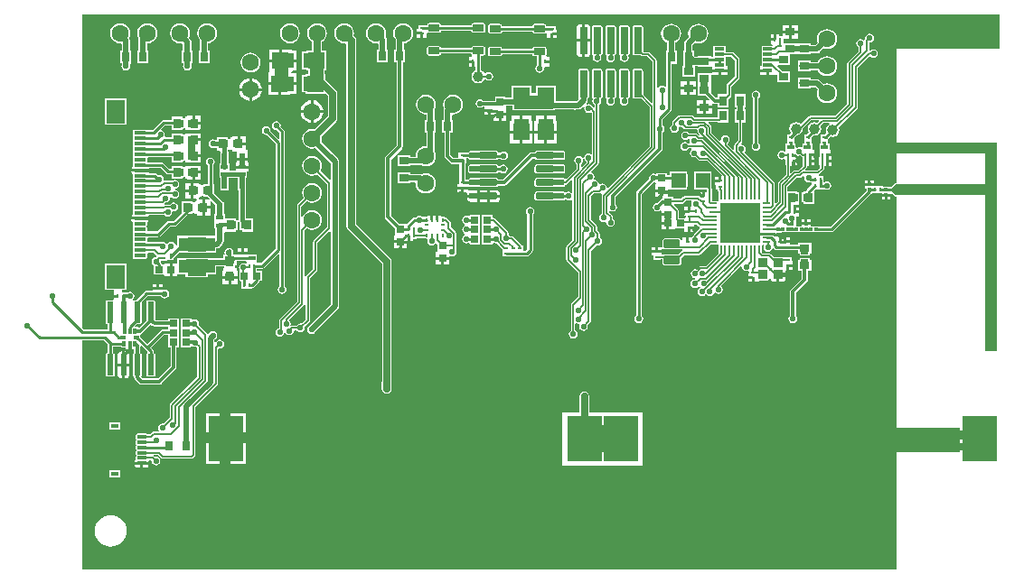
<source format=gtl>
G04 Layer_Physical_Order=1*
G04 Layer_Color=255*
%FSLAX44Y44*%
%MOMM*%
G71*
G01*
G75*
%ADD10R,3.2000X4.2000*%
%ADD11R,0.4300X0.2799*%
%ADD12R,0.7620X0.9652*%
%ADD13R,0.2500X0.5000*%
%ADD14R,0.2500X0.2000*%
%ADD15R,0.9652X0.7620*%
%ADD16R,0.7000X0.7000*%
G04:AMPARAMS|DCode=17|XSize=1mm|YSize=1mm|CornerRadius=0.5mm|HoleSize=0mm|Usage=FLASHONLY|Rotation=90.000|XOffset=0mm|YOffset=0mm|HoleType=Round|Shape=RoundedRectangle|*
%AMROUNDEDRECTD17*
21,1,1.0000,0.0000,0,0,90.0*
21,1,0.0000,1.0000,0,0,90.0*
1,1,1.0000,0.0000,0.0000*
1,1,1.0000,0.0000,0.0000*
1,1,1.0000,0.0000,0.0000*
1,1,1.0000,0.0000,0.0000*
%
%ADD17ROUNDEDRECTD17*%
G04:AMPARAMS|DCode=18|XSize=1mm|YSize=1mm|CornerRadius=0.5mm|HoleSize=0mm|Usage=FLASHONLY|Rotation=0.000|XOffset=0mm|YOffset=0mm|HoleType=Round|Shape=RoundedRectangle|*
%AMROUNDEDRECTD18*
21,1,1.0000,0.0000,0,0,0.0*
21,1,0.0000,1.0000,0,0,0.0*
1,1,1.0000,0.0000,0.0000*
1,1,1.0000,0.0000,0.0000*
1,1,1.0000,0.0000,0.0000*
1,1,1.0000,0.0000,0.0000*
%
%ADD18ROUNDEDRECTD18*%
%ADD19R,0.2799X0.4300*%
%ADD20R,0.3000X0.3000*%
%ADD21R,0.3000X0.3000*%
%ADD22R,0.7000X0.7000*%
%ADD23R,2.0000X0.8499*%
%ADD24R,0.2499X0.3000*%
%ADD25R,0.3000X0.2499*%
%ADD26R,0.7000X0.4001*%
%ADD27R,0.5499X0.3000*%
%ADD28R,0.5301X1.2499*%
%ADD29R,0.2499X0.4001*%
%ADD30R,3.4000X1.3000*%
%ADD31R,0.5001X0.3000*%
%ADD32R,0.3000X0.5001*%
%ADD33R,0.3701X0.5001*%
G04:AMPARAMS|DCode=34|XSize=1.65mm|YSize=0.61mm|CornerRadius=0.0763mm|HoleSize=0mm|Usage=FLASHONLY|Rotation=0.000|XOffset=0mm|YOffset=0mm|HoleType=Round|Shape=RoundedRectangle|*
%AMROUNDEDRECTD34*
21,1,1.6500,0.4575,0,0,0.0*
21,1,1.4975,0.6100,0,0,0.0*
1,1,0.1525,0.7488,-0.2288*
1,1,0.1525,-0.7488,-0.2288*
1,1,0.1525,-0.7488,0.2288*
1,1,0.1525,0.7488,0.2288*
%
%ADD34ROUNDEDRECTD34*%
G04:AMPARAMS|DCode=35|XSize=1.65mm|YSize=0.58mm|CornerRadius=0.0725mm|HoleSize=0mm|Usage=FLASHONLY|Rotation=0.000|XOffset=0mm|YOffset=0mm|HoleType=Round|Shape=RoundedRectangle|*
%AMROUNDEDRECTD35*
21,1,1.6500,0.4350,0,0,0.0*
21,1,1.5050,0.5800,0,0,0.0*
1,1,0.1450,0.7525,-0.2175*
1,1,0.1450,-0.7525,-0.2175*
1,1,0.1450,-0.7525,0.2175*
1,1,0.1450,0.7525,0.2175*
%
%ADD35ROUNDEDRECTD35*%
%ADD36R,0.9000X0.3200*%
G04:AMPARAMS|DCode=37|XSize=1.97mm|YSize=0.59mm|CornerRadius=0.0738mm|HoleSize=0mm|Usage=FLASHONLY|Rotation=90.000|XOffset=0mm|YOffset=0mm|HoleType=Round|Shape=RoundedRectangle|*
%AMROUNDEDRECTD37*
21,1,1.9700,0.4425,0,0,90.0*
21,1,1.8225,0.5900,0,0,90.0*
1,1,0.1475,0.2213,0.9113*
1,1,0.1475,0.2213,-0.9113*
1,1,0.1475,-0.2213,-0.9113*
1,1,0.1475,-0.2213,0.9113*
%
%ADD37ROUNDEDRECTD37*%
G04:AMPARAMS|DCode=38|XSize=0.74mm|YSize=2.55mm|CornerRadius=0.074mm|HoleSize=0mm|Usage=FLASHONLY|Rotation=180.000|XOffset=0mm|YOffset=0mm|HoleType=Round|Shape=RoundedRectangle|*
%AMROUNDEDRECTD38*
21,1,0.7400,2.4020,0,0,180.0*
21,1,0.5920,2.5500,0,0,180.0*
1,1,0.1480,-0.2960,1.2010*
1,1,0.1480,0.2960,1.2010*
1,1,0.1480,0.2960,-1.2010*
1,1,0.1480,-0.2960,-1.2010*
%
%ADD38ROUNDEDRECTD38*%
%ADD39R,1.4001X1.4001*%
%ADD40R,1.8001X1.4001*%
G04:AMPARAMS|DCode=41|XSize=1.05mm|YSize=0.65mm|CornerRadius=0.065mm|HoleSize=0mm|Usage=FLASHONLY|Rotation=180.000|XOffset=0mm|YOffset=0mm|HoleType=Round|Shape=RoundedRectangle|*
%AMROUNDEDRECTD41*
21,1,1.0500,0.5200,0,0,180.0*
21,1,0.9200,0.6500,0,0,180.0*
1,1,0.1300,-0.4600,0.2600*
1,1,0.1300,0.4600,0.2600*
1,1,0.1300,0.4600,-0.2600*
1,1,0.1300,-0.4600,-0.2600*
%
%ADD41ROUNDEDRECTD41*%
G04:AMPARAMS|DCode=42|XSize=0.3mm|YSize=1.1001mm|CornerRadius=0.0015mm|HoleSize=0mm|Usage=FLASHONLY|Rotation=90.000|XOffset=0mm|YOffset=0mm|HoleType=Round|Shape=RoundedRectangle|*
%AMROUNDEDRECTD42*
21,1,0.3000,1.0971,0,0,90.0*
21,1,0.2970,1.1001,0,0,90.0*
1,1,0.0030,0.5485,0.1485*
1,1,0.0030,0.5485,-0.1485*
1,1,0.0030,-0.5485,-0.1485*
1,1,0.0030,-0.5485,0.1485*
%
%ADD42ROUNDEDRECTD42*%
%ADD43R,1.8001X2.1999*%
G04:AMPARAMS|DCode=44|XSize=0.3mm|YSize=0.8mm|CornerRadius=0.0015mm|HoleSize=0mm|Usage=FLASHONLY|Rotation=90.000|XOffset=0mm|YOffset=0mm|HoleType=Round|Shape=RoundedRectangle|*
%AMROUNDEDRECTD44*
21,1,0.3000,0.7970,0,0,90.0*
21,1,0.2970,0.8000,0,0,90.0*
1,1,0.0030,0.3985,0.1485*
1,1,0.0030,0.3985,-0.1485*
1,1,0.0030,-0.3985,-0.1485*
1,1,0.0030,-0.3985,0.1485*
%
%ADD44ROUNDEDRECTD44*%
%ADD45R,0.8000X0.4000*%
%ADD46R,1.4001X1.4001*%
%ADD47R,1.5999X1.5999*%
%ADD48R,1.5999X1.5999*%
%ADD49R,0.7501X0.2200*%
%ADD50R,0.2200X0.7501*%
%ADD51R,3.8499X3.8499*%
G04:AMPARAMS|DCode=52|XSize=0.8mm|YSize=1.5mm|CornerRadius=0.1mm|HoleSize=0mm|Usage=FLASHONLY|Rotation=270.000|XOffset=0mm|YOffset=0mm|HoleType=Round|Shape=RoundedRectangle|*
%AMROUNDEDRECTD52*
21,1,0.8000,1.3000,0,0,270.0*
21,1,0.6000,1.5000,0,0,270.0*
1,1,0.2000,-0.6500,-0.3000*
1,1,0.2000,-0.6500,0.3000*
1,1,0.2000,0.6500,0.3000*
1,1,0.2000,0.6500,-0.3000*
%
%ADD52ROUNDEDRECTD52*%
G04:AMPARAMS|DCode=53|XSize=0.9mm|YSize=0.8mm|CornerRadius=0.08mm|HoleSize=0mm|Usage=FLASHONLY|Rotation=0.000|XOffset=0mm|YOffset=0mm|HoleType=Round|Shape=RoundedRectangle|*
%AMROUNDEDRECTD53*
21,1,0.9000,0.6400,0,0,0.0*
21,1,0.7400,0.8000,0,0,0.0*
1,1,0.1600,0.3700,-0.3200*
1,1,0.1600,-0.3700,-0.3200*
1,1,0.1600,-0.3700,0.3200*
1,1,0.1600,0.3700,0.3200*
%
%ADD53ROUNDEDRECTD53*%
%ADD54C,0.2540*%
%ADD55C,0.1270*%
%ADD56C,0.3048*%
%ADD57C,0.6350*%
%ADD58C,1.2700*%
%ADD59C,0.1524*%
%ADD60C,0.5080*%
%ADD61C,0.2032*%
%ADD62C,0.2540*%
%ADD63C,0.2499*%
%ADD64C,0.4064*%
%ADD65C,0.2200*%
%ADD66C,2.5400*%
%ADD67R,1.0922X5.8928*%
%ADD68R,5.2578X1.0922*%
%ADD69R,0.2032X1.4809*%
%ADD70R,0.5842X1.0212*%
%ADD71C,1.6000*%
%ADD72C,0.5499*%
%ADD73C,0.5540*%
%ADD74C,0.6500*%
G36*
X2912872Y2427224D02*
X2851912D01*
X2816606Y2427224D01*
Y2338840D01*
X2909818Y2338840D01*
X2909818Y2143840D01*
X2899626D01*
X2899626Y2289818D01*
X2817114Y2289818D01*
Y2289810D01*
X2815264D01*
X2811236Y2293838D01*
X2816550Y2294789D01*
X2816550Y2295325D01*
X2811236Y2295942D01*
X2815264Y2299970D01*
X2816550D01*
Y2299978D01*
X2899626Y2299978D01*
X2899626Y2328680D01*
X2816606Y2328680D01*
Y2301345D01*
X2815264D01*
X2815264Y2301345D01*
X2814292Y2300942D01*
X2814292Y2300942D01*
X2810840Y2297490D01*
X2809216D01*
Y2297670D01*
X2803802D01*
Y2298310D01*
X2794738D01*
Y2298710D01*
X2790698D01*
X2786658D01*
Y2295940D01*
X2787928D01*
Y2294148D01*
X2754430Y2260650D01*
X2743440D01*
Y2260830D01*
X2735556D01*
Y2261880D01*
X2731516D01*
X2727476D01*
Y2260830D01*
X2722372D01*
Y2269626D01*
X2724798D01*
Y2273046D01*
X2720858D01*
Y2275586D01*
X2724798D01*
Y2277872D01*
X2720858D01*
Y2280412D01*
X2724798D01*
Y2282944D01*
X2725103D01*
Y2292485D01*
X2723261D01*
Y2293810D01*
X2714154D01*
Y2297388D01*
X2723177Y2306410D01*
X2725964D01*
X2726707Y2306557D01*
X2727338Y2306979D01*
X2728510Y2308151D01*
X2728888Y2308095D01*
X2729804Y2306675D01*
X2729683Y2306066D01*
X2729997Y2304490D01*
X2730889Y2303153D01*
X2732226Y2302260D01*
X2733802Y2301947D01*
X2734577Y2302101D01*
X2735326Y2301952D01*
X2736964D01*
Y2299883D01*
X2732352Y2295271D01*
X2731790Y2294431D01*
X2731667Y2293810D01*
X2729103D01*
Y2292485D01*
X2727261D01*
Y2282944D01*
X2729103D01*
Y2281618D01*
X2739263D01*
Y2293810D01*
X2739263D01*
X2738956Y2294551D01*
X2739876Y2295470D01*
X2747404D01*
X2747404Y2295470D01*
Y2295470D01*
X2748672Y2295467D01*
X2749244Y2295085D01*
X2750820Y2294772D01*
X2752396Y2295085D01*
X2753733Y2295978D01*
X2754626Y2297314D01*
X2754939Y2298891D01*
X2754626Y2300467D01*
X2753733Y2301803D01*
X2752396Y2302696D01*
X2750820Y2303009D01*
X2749244Y2302696D01*
X2748674Y2302315D01*
X2747404Y2302994D01*
Y2307962D01*
X2743594D01*
X2743456Y2308341D01*
X2743383Y2309232D01*
X2743811Y2309519D01*
X2747875Y2313583D01*
X2748297Y2314213D01*
X2748444Y2314956D01*
Y2317124D01*
X2750332D01*
Y2321814D01*
X2751602D01*
Y2323084D01*
X2755542D01*
Y2326442D01*
X2751039D01*
Y2328982D01*
X2754828D01*
Y2332252D01*
X2753558D01*
Y2337982D01*
X2752208D01*
Y2342908D01*
X2754131Y2344830D01*
X2756408Y2344377D01*
X2758854Y2344864D01*
X2760928Y2346250D01*
X2762314Y2348324D01*
X2762801Y2350770D01*
X2762314Y2353216D01*
X2762102Y2353534D01*
X2779233Y2370665D01*
X2779682Y2371337D01*
X2779840Y2372130D01*
X2779840Y2372130D01*
Y2409118D01*
X2790586Y2419864D01*
X2791849Y2419739D01*
X2793186Y2418846D01*
X2794762Y2418533D01*
X2796338Y2418846D01*
X2797675Y2419739D01*
X2798568Y2421076D01*
X2798881Y2422652D01*
X2798568Y2424228D01*
X2797675Y2425565D01*
X2796338Y2426458D01*
X2794762Y2426771D01*
X2793186Y2426458D01*
X2791991Y2425659D01*
X2791365Y2425836D01*
X2790738Y2426187D01*
Y2432835D01*
X2790952Y2433011D01*
X2792528Y2433324D01*
X2793865Y2434217D01*
X2794757Y2435554D01*
X2795071Y2437130D01*
X2794757Y2438706D01*
X2793865Y2440043D01*
X2792528Y2440936D01*
X2790952Y2441249D01*
X2789376Y2440936D01*
X2788040Y2440043D01*
X2787147Y2438706D01*
X2786833Y2437130D01*
X2787043Y2436073D01*
X2786752Y2435637D01*
X2786747Y2435611D01*
X2785958Y2435365D01*
X2785386Y2435281D01*
X2784146Y2436109D01*
X2782570Y2436423D01*
X2780994Y2436109D01*
X2779657Y2435217D01*
X2778765Y2433880D01*
X2778451Y2432304D01*
X2778765Y2430728D01*
X2779657Y2429391D01*
X2780498Y2428830D01*
Y2424526D01*
X2770715Y2414743D01*
X2770266Y2414071D01*
X2770108Y2413278D01*
X2770108Y2413278D01*
Y2375900D01*
X2758735Y2364526D01*
X2735513D01*
X2734720Y2364368D01*
X2734048Y2363919D01*
X2734048Y2363919D01*
X2726916Y2356787D01*
X2726638Y2356814D01*
X2724565Y2358200D01*
X2722118Y2358687D01*
X2719672Y2358200D01*
X2717598Y2356814D01*
X2716212Y2354740D01*
X2715725Y2352294D01*
X2716212Y2349848D01*
X2717245Y2348300D01*
X2716045Y2347100D01*
X2713618D01*
Y2337926D01*
X2712049D01*
Y2331837D01*
X2711074Y2330979D01*
X2710807Y2330993D01*
X2710486Y2331207D01*
X2708910Y2331521D01*
X2707334Y2331207D01*
X2705997Y2330315D01*
X2705104Y2328978D01*
X2704791Y2327402D01*
X2705104Y2325826D01*
X2705997Y2324489D01*
X2707334Y2323596D01*
X2708910Y2323283D01*
X2710486Y2323596D01*
X2710698Y2323738D01*
X2711818Y2323139D01*
Y2318394D01*
X2712545D01*
Y2308892D01*
X2705759Y2302105D01*
X2705338Y2301475D01*
X2705190Y2300732D01*
Y2283759D01*
X2703475Y2282044D01*
X2702301Y2282530D01*
Y2300139D01*
X2702154Y2300882D01*
X2701732Y2301512D01*
X2673650Y2329595D01*
X2673723Y2330331D01*
X2674615Y2331668D01*
X2674929Y2333244D01*
X2674615Y2334820D01*
X2673723Y2336157D01*
X2672386Y2337050D01*
X2671043Y2337317D01*
X2670666Y2338011D01*
X2670534Y2338603D01*
X2671294Y2339364D01*
X2671294Y2339364D01*
X2671715Y2339994D01*
X2671863Y2340737D01*
X2671863Y2340737D01*
Y2358136D01*
X2675001D01*
Y2370328D01*
X2673806D01*
Y2372360D01*
X2675001D01*
Y2384552D01*
X2664841D01*
Y2372360D01*
X2666036D01*
Y2370328D01*
X2664841D01*
Y2358136D01*
X2667979D01*
Y2341541D01*
X2664762Y2338325D01*
X2664341Y2337694D01*
X2664193Y2336951D01*
Y2332583D01*
X2663019Y2332097D01*
X2657766Y2337350D01*
Y2338573D01*
X2658737Y2339221D01*
X2659630Y2340558D01*
X2659943Y2342134D01*
X2659630Y2343710D01*
X2658737Y2345047D01*
X2657400Y2345939D01*
X2655824Y2346253D01*
X2654248Y2345939D01*
X2652911Y2345047D01*
X2652018Y2343710D01*
X2651705Y2342134D01*
X2651841Y2341451D01*
X2650670Y2340826D01*
X2642883Y2348613D01*
Y2353504D01*
X2642735Y2354248D01*
X2642314Y2354878D01*
X2639632Y2357560D01*
X2640118Y2358734D01*
X2648839D01*
Y2358136D01*
X2658999D01*
Y2370328D01*
X2648839D01*
Y2362618D01*
X2627419D01*
X2625853Y2364184D01*
X2625222Y2364605D01*
X2624479Y2364753D01*
X2612740D01*
X2612740Y2364753D01*
X2611996Y2364605D01*
X2611366Y2364184D01*
X2611366Y2364184D01*
X2606699Y2359517D01*
X2606277Y2358887D01*
X2606130Y2358143D01*
Y2356109D01*
X2605159Y2355461D01*
X2604266Y2354124D01*
X2603953Y2352548D01*
X2604266Y2350972D01*
X2605159Y2349635D01*
X2606496Y2348743D01*
X2608072Y2348429D01*
X2609648Y2348743D01*
X2610984Y2349635D01*
X2611877Y2350972D01*
X2612191Y2352548D01*
X2612090Y2353054D01*
X2612334Y2353383D01*
X2613196Y2354007D01*
X2614422Y2353763D01*
X2615566Y2353991D01*
X2617469Y2352088D01*
X2618100Y2351667D01*
X2618843Y2351519D01*
X2628806D01*
X2629611Y2350537D01*
X2629607Y2350516D01*
X2629920Y2348940D01*
X2630813Y2347603D01*
X2631608Y2347073D01*
X2631330Y2345731D01*
X2630926Y2345657D01*
X2629265Y2347317D01*
X2628635Y2347738D01*
X2627891Y2347886D01*
X2622047D01*
X2621399Y2348857D01*
X2620062Y2349749D01*
X2618486Y2350063D01*
X2616910Y2349749D01*
X2615573Y2348857D01*
X2614680Y2347520D01*
X2614367Y2345944D01*
X2614680Y2344368D01*
X2615573Y2343031D01*
X2616910Y2342139D01*
X2618486Y2341825D01*
X2620062Y2342139D01*
X2621399Y2343031D01*
X2621495Y2343176D01*
X2621928Y2343155D01*
X2622195Y2342861D01*
X2622740Y2341843D01*
X2622495Y2340610D01*
X2622717Y2339492D01*
X2622033Y2338423D01*
X2621808Y2338245D01*
X2621205Y2338226D01*
X2620891Y2338697D01*
X2619554Y2339590D01*
X2617978Y2339903D01*
X2616402Y2339590D01*
X2615065Y2338697D01*
X2614172Y2337360D01*
X2613859Y2335784D01*
X2614172Y2334208D01*
X2615065Y2332871D01*
X2616402Y2331978D01*
X2617978Y2331665D01*
X2619554Y2331978D01*
X2620891Y2332871D01*
X2621539Y2333842D01*
X2623907D01*
X2624292Y2332572D01*
X2623955Y2332347D01*
X2623062Y2331010D01*
X2622749Y2329434D01*
X2623062Y2327858D01*
X2623955Y2326521D01*
X2625292Y2325629D01*
X2626868Y2325315D01*
X2628012Y2325543D01*
X2630677Y2322878D01*
X2631308Y2322457D01*
X2632051Y2322309D01*
X2638549D01*
X2652526Y2308331D01*
X2652040Y2307158D01*
X2652014D01*
Y2303219D01*
X2650744D01*
Y2301949D01*
X2646054D01*
Y2299279D01*
X2647324D01*
Y2295449D01*
X2648413D01*
Y2295081D01*
X2648591Y2294189D01*
X2649096Y2293432D01*
X2649332Y2293197D01*
Y2284589D01*
X2649183D01*
Y2284440D01*
X2643169D01*
Y2296096D01*
X2643012Y2296884D01*
Y2311733D01*
X2626472D01*
Y2309559D01*
X2626233D01*
Y2297366D01*
X2626472D01*
Y2295192D01*
X2638446D01*
X2638507Y2295131D01*
Y2292934D01*
X2636647D01*
Y2288995D01*
X2634107D01*
Y2292934D01*
X2630687D01*
Y2289707D01*
X2630170Y2289283D01*
X2617978D01*
X2617086Y2289106D01*
X2616330Y2288601D01*
X2614306Y2286577D01*
X2606746D01*
Y2287984D01*
X2603579D01*
X2602428Y2288271D01*
X2602428Y2289254D01*
Y2294984D01*
X2603612Y2295192D01*
X2603698Y2295192D01*
X2620152D01*
Y2297366D01*
X2620391D01*
Y2309559D01*
X2620152D01*
Y2311733D01*
X2603612D01*
Y2308600D01*
X2601158D01*
Y2310780D01*
X2591618D01*
Y2310368D01*
X2590498Y2309769D01*
X2590344Y2309872D01*
X2588768Y2310185D01*
X2587192Y2309872D01*
X2585855Y2308979D01*
X2584962Y2307642D01*
X2584649Y2306066D01*
X2584725Y2305685D01*
X2572943Y2293903D01*
X2572381Y2293063D01*
X2572184Y2292072D01*
Y2177090D01*
X2571861Y2176875D01*
X2570968Y2175538D01*
X2570655Y2173962D01*
X2570968Y2172386D01*
X2571861Y2171049D01*
X2573198Y2170156D01*
X2574774Y2169843D01*
X2576350Y2170156D01*
X2577686Y2171049D01*
X2578579Y2172386D01*
X2578893Y2173962D01*
X2578579Y2175538D01*
X2577686Y2176875D01*
X2577364Y2177090D01*
Y2290999D01*
X2588387Y2302023D01*
X2588768Y2301947D01*
X2589590Y2302110D01*
X2590809Y2301334D01*
X2590348Y2300351D01*
X2590348D01*
Y2295581D01*
X2596388D01*
Y2293041D01*
X2590348D01*
Y2288271D01*
X2596055D01*
X2596612Y2288132D01*
X2596894Y2287210D01*
X2596171Y2285967D01*
X2595559Y2285845D01*
X2594635Y2285228D01*
X2594635Y2285228D01*
X2592145Y2282738D01*
X2592070Y2282753D01*
X2590494Y2282440D01*
X2589157Y2281547D01*
X2588264Y2280210D01*
X2587951Y2278634D01*
X2588264Y2277058D01*
X2589157Y2275721D01*
X2590494Y2274828D01*
X2592070Y2274515D01*
X2593646Y2274828D01*
X2594666Y2275510D01*
X2595733Y2275112D01*
X2595936Y2274947D01*
Y2272784D01*
X2601976D01*
Y2270244D01*
X2595936D01*
Y2269688D01*
X2595928D01*
Y2264918D01*
X2601968D01*
Y2263648D01*
X2603238D01*
Y2257608D01*
X2608008D01*
Y2257976D01*
X2608897Y2258878D01*
X2617606D01*
Y2255571D01*
X2621026D01*
Y2259510D01*
X2622296D01*
Y2260780D01*
X2626986D01*
Y2262280D01*
X2629194D01*
X2631052Y2260423D01*
X2631648Y2260024D01*
X2631981Y2259198D01*
X2632003Y2258584D01*
X2626257Y2252837D01*
X2625836Y2252207D01*
X2625746Y2251754D01*
X2624717Y2251067D01*
X2624180Y2250262D01*
X2621788D01*
Y2246323D01*
X2619248D01*
Y2250262D01*
X2615828D01*
Y2247563D01*
X2614558Y2247438D01*
X2614424Y2248110D01*
X2613923Y2248861D01*
X2613172Y2249362D01*
X2612286Y2249539D01*
X2599286D01*
X2598400Y2249362D01*
X2597650Y2248861D01*
X2597148Y2248110D01*
X2596971Y2247224D01*
Y2242005D01*
X2596595Y2241134D01*
X2595735Y2240928D01*
X2593086D01*
Y2238258D01*
X2596506D01*
Y2239013D01*
X2597192Y2239357D01*
X2597776Y2239503D01*
X2598400Y2239086D01*
X2599286Y2238909D01*
X2608697D01*
X2608788Y2238892D01*
X2615533D01*
X2615661Y2237622D01*
X2614989Y2237173D01*
X2614989Y2237173D01*
X2612343Y2234527D01*
X2612286Y2234539D01*
X2599286D01*
X2598400Y2234362D01*
X2598185Y2234219D01*
X2596506D01*
Y2235718D01*
X2591816D01*
X2587126D01*
Y2233049D01*
X2588396D01*
Y2229218D01*
X2595236D01*
Y2229557D01*
X2596971D01*
Y2226224D01*
X2597148Y2225338D01*
X2597650Y2224587D01*
X2598400Y2224086D01*
X2599286Y2223909D01*
X2612286D01*
X2613172Y2224086D01*
X2613923Y2224587D01*
X2614424Y2225338D01*
X2614601Y2226224D01*
Y2230925D01*
X2617312Y2233636D01*
X2631186D01*
X2631186Y2233636D01*
X2631979Y2233794D01*
X2632651Y2234243D01*
X2642107Y2243699D01*
X2649183D01*
Y2243550D01*
X2649332D01*
Y2235201D01*
X2637303Y2223172D01*
X2632703D01*
X2631960Y2223024D01*
X2631329Y2222603D01*
X2631329Y2222603D01*
X2628769Y2220043D01*
X2627630Y2220269D01*
X2626054Y2219955D01*
X2624717Y2219063D01*
X2623824Y2217726D01*
X2623511Y2216150D01*
X2623824Y2214574D01*
X2624717Y2213237D01*
X2626054Y2212345D01*
X2627411Y2212074D01*
X2627376Y2210871D01*
X2625800Y2210558D01*
X2624464Y2209665D01*
X2623571Y2208328D01*
X2623257Y2206752D01*
X2623571Y2205176D01*
X2624464Y2203839D01*
X2625800Y2202946D01*
X2627376Y2202633D01*
X2628952Y2202946D01*
X2630289Y2203839D01*
X2630481Y2204128D01*
X2631864Y2204078D01*
X2632212Y2203316D01*
X2632029Y2202941D01*
X2631068Y2202299D01*
X2630175Y2200962D01*
X2629861Y2199386D01*
X2630175Y2197810D01*
X2631068Y2196473D01*
X2632404Y2195580D01*
X2633980Y2195267D01*
X2635556Y2195580D01*
X2636893Y2196473D01*
X2637028Y2196676D01*
X2638298D01*
X2638434Y2196473D01*
X2639770Y2195580D01*
X2641346Y2195267D01*
X2642922Y2195580D01*
X2644259Y2196473D01*
X2645151Y2197810D01*
X2645173Y2197917D01*
X2645596Y2198136D01*
X2646552Y2198342D01*
X2647644Y2197612D01*
X2649220Y2197299D01*
X2650796Y2197612D01*
X2652133Y2198505D01*
X2653026Y2199842D01*
X2653339Y2201418D01*
X2653026Y2202994D01*
X2652133Y2204331D01*
X2652066Y2205009D01*
X2670024Y2222968D01*
X2670500Y2222886D01*
X2671320Y2222467D01*
X2671577Y2221178D01*
X2672469Y2219841D01*
X2673806Y2218949D01*
X2675382Y2218635D01*
X2676958Y2218949D01*
X2677296Y2219174D01*
X2678566Y2218495D01*
Y2216460D01*
X2677296D01*
Y2213790D01*
X2681986D01*
Y2212520D01*
X2683256D01*
Y2208581D01*
X2686676D01*
Y2208725D01*
X2687542Y2209848D01*
X2694942D01*
X2695750Y2210009D01*
X2696434Y2210466D01*
X2696892Y2211151D01*
X2696947Y2211429D01*
X2698242D01*
X2698396Y2210655D01*
X2699134Y2209550D01*
X2700239Y2208812D01*
X2701542Y2208553D01*
X2703972D01*
Y2215159D01*
X2705242D01*
Y2216429D01*
X2712347D01*
Y2218358D01*
X2712271Y2218741D01*
X2713228Y2219962D01*
Y2223950D01*
X2714498D01*
Y2225220D01*
X2719188D01*
Y2227890D01*
X2717918D01*
Y2231720D01*
X2711078D01*
Y2231663D01*
X2709808Y2231270D01*
X2709750Y2231308D01*
X2708942Y2231469D01*
X2701837D01*
X2698737Y2234570D01*
X2698065Y2235019D01*
X2697272Y2235176D01*
X2697272Y2235176D01*
X2690971D01*
X2690074Y2236073D01*
Y2242301D01*
X2691343Y2243445D01*
X2691385Y2243441D01*
X2691935Y2242359D01*
X2691896Y2242301D01*
X2691583Y2240724D01*
X2691896Y2239148D01*
X2692789Y2237812D01*
X2694126Y2236919D01*
X2695702Y2236606D01*
X2697278Y2236919D01*
X2698615Y2237812D01*
X2699507Y2239148D01*
X2699590Y2239561D01*
X2700968Y2239979D01*
X2701624Y2239323D01*
X2701624Y2239323D01*
X2702408Y2238799D01*
X2703204Y2238641D01*
Y2238362D01*
X2715378D01*
Y2238616D01*
X2724150D01*
Y2235327D01*
X2725476D01*
Y2233232D01*
X2735016D01*
Y2235327D01*
X2736342D01*
Y2245487D01*
X2724150D01*
Y2243448D01*
X2716648D01*
Y2244862D01*
X2711958D01*
Y2246132D01*
X2710688D01*
Y2250072D01*
X2709140D01*
Y2251700D01*
X2705100D01*
Y2254240D01*
X2709140D01*
Y2255290D01*
X2715538D01*
Y2255280D01*
X2721078D01*
Y2255290D01*
X2728746D01*
Y2255280D01*
X2734286D01*
Y2255290D01*
X2743440D01*
Y2255470D01*
X2755503D01*
X2756494Y2255667D01*
X2757334Y2256229D01*
X2792234Y2291129D01*
X2793362Y2291470D01*
X2793362Y2291470D01*
Y2291470D01*
X2793362Y2291470D01*
X2802406D01*
Y2291070D01*
X2806446D01*
X2811021D01*
X2811756Y2291374D01*
X2814292Y2288838D01*
X2815264Y2288435D01*
X2815264Y2288435D01*
X2816606D01*
X2816606Y2071624D01*
X2875536Y2071624D01*
Y2062988D01*
X2894076D01*
Y2060448D01*
X2875536D01*
Y2049018D01*
X2816606Y2049018D01*
Y1939036D01*
X2053082Y1939036D01*
X2053082Y2153596D01*
X2055473D01*
Y2153496D01*
X2073749D01*
X2077005Y2150240D01*
X2076850Y2149462D01*
Y2141846D01*
X2076423Y2141761D01*
X2075759Y2141317D01*
X2075316Y2140653D01*
X2075160Y2139870D01*
Y2121645D01*
X2075316Y2120862D01*
X2075759Y2120197D01*
X2076423Y2119754D01*
X2077207Y2119598D01*
X2081632D01*
X2082415Y2119754D01*
X2083079Y2120197D01*
X2083523Y2120862D01*
X2083679Y2121645D01*
Y2139870D01*
X2083523Y2140653D01*
X2083079Y2141317D01*
X2082415Y2141761D01*
X2081988Y2141846D01*
Y2147892D01*
X2089413D01*
Y2146690D01*
X2093843D01*
Y2145420D01*
X2096613D01*
Y2150461D01*
X2099153D01*
Y2145420D01*
X2101922D01*
X2101971Y2144170D01*
Y2141790D01*
X2101823Y2141761D01*
X2101160Y2141317D01*
X2100716Y2140653D01*
X2100560Y2139870D01*
Y2121645D01*
X2100716Y2120862D01*
X2101160Y2120197D01*
X2101823Y2119754D01*
X2101971Y2119098D01*
X2102187Y2118008D01*
X2102805Y2117083D01*
X2106694Y2113195D01*
X2106694Y2113195D01*
X2107618Y2112577D01*
X2108708Y2112360D01*
X2108708Y2112360D01*
X2125575D01*
X2125575Y2112360D01*
X2126665Y2112577D01*
X2127589Y2113195D01*
X2140862Y2126467D01*
X2140862Y2126467D01*
X2141479Y2127392D01*
X2141696Y2128482D01*
Y2147293D01*
X2143618D01*
Y2155929D01*
Y2164819D01*
Y2174359D01*
X2134077D01*
Y2172438D01*
X2121905D01*
X2121779Y2172564D01*
Y2189370D01*
X2121623Y2190153D01*
X2121179Y2190817D01*
X2120515Y2191261D01*
X2119732Y2191417D01*
X2115307D01*
X2114523Y2191261D01*
X2113860Y2190817D01*
X2113416Y2190153D01*
X2113260Y2189370D01*
Y2172153D01*
X2106924Y2165816D01*
X2105654Y2166230D01*
Y2166230D01*
X2102718D01*
X2102232Y2167403D01*
X2103926Y2169098D01*
X2107032D01*
X2107815Y2169254D01*
X2108479Y2169697D01*
X2108923Y2170361D01*
X2109079Y2171145D01*
Y2189370D01*
X2109059Y2189470D01*
X2114597Y2195008D01*
X2120528D01*
Y2194928D01*
X2127144D01*
X2127639Y2194187D01*
X2128976Y2193295D01*
X2130552Y2192981D01*
X2132128Y2193295D01*
X2133465Y2194187D01*
X2134357Y2195524D01*
X2134671Y2197100D01*
X2134357Y2198676D01*
X2133465Y2200013D01*
X2132128Y2200905D01*
X2130552Y2201219D01*
X2129908Y2201091D01*
X2129480Y2201428D01*
X2123948D01*
X2119258D01*
Y2200188D01*
X2113524D01*
X2112533Y2199991D01*
X2111693Y2199429D01*
X2103680Y2191417D01*
X2102607D01*
X2101823Y2191261D01*
X2101720Y2191191D01*
X2100953Y2192155D01*
X2101846Y2193492D01*
X2102159Y2195068D01*
X2101846Y2196644D01*
X2100953Y2197981D01*
X2099616Y2198873D01*
X2098040Y2199187D01*
X2096464Y2198873D01*
X2095883Y2198486D01*
X2094613Y2198488D01*
X2094613Y2198488D01*
X2090949D01*
X2090783Y2199758D01*
X2090949Y2200959D01*
X2095235D01*
Y2225499D01*
X2074694D01*
Y2200959D01*
X2082739D01*
X2082904Y2199758D01*
X2082904Y2199689D01*
Y2196338D01*
X2086844D01*
Y2193798D01*
X2082904D01*
Y2192345D01*
X2081634Y2191416D01*
X2081632Y2191417D01*
X2077207D01*
X2076423Y2191261D01*
X2075759Y2190817D01*
X2075316Y2190153D01*
X2075160Y2189370D01*
Y2171145D01*
X2075316Y2170361D01*
X2075759Y2169697D01*
X2076423Y2169254D01*
X2076850Y2169169D01*
Y2163835D01*
X2075522D01*
Y2163935D01*
X2055473D01*
X2055473Y2163935D01*
Y2163935D01*
X2055473Y2163935D01*
X2054302Y2164174D01*
X2053082Y2165394D01*
X2053082Y2459736D01*
X2912872D01*
Y2427224D01*
D02*
G37*
G36*
X2134077Y2147293D02*
X2135999D01*
Y2129662D01*
X2124395Y2118058D01*
X2109888D01*
X2108414Y2119532D01*
X2108479Y2120197D01*
X2108923Y2120862D01*
X2109079Y2121645D01*
Y2139870D01*
X2108923Y2140653D01*
X2108479Y2141317D01*
X2107815Y2141761D01*
X2107668Y2141790D01*
Y2147811D01*
X2108938Y2148337D01*
X2114271Y2143004D01*
X2114319Y2142767D01*
X2114041Y2141438D01*
X2113860Y2141317D01*
X2113416Y2140653D01*
X2113260Y2139870D01*
Y2121645D01*
X2113416Y2120862D01*
X2113860Y2120197D01*
X2114523Y2119754D01*
X2115307Y2119598D01*
X2119732D01*
X2120515Y2119754D01*
X2121179Y2120197D01*
X2121623Y2120862D01*
X2121779Y2121645D01*
Y2139870D01*
X2121623Y2140653D01*
X2121179Y2141317D01*
X2120515Y2141761D01*
X2120088Y2141846D01*
Y2143389D01*
X2119893Y2144372D01*
X2119336Y2145206D01*
X2117704Y2146837D01*
X2129584Y2158717D01*
X2134077D01*
Y2147293D01*
D02*
G37*
G36*
X2743631Y2359209D02*
X2742154Y2357732D01*
X2741837Y2357944D01*
X2739390Y2358431D01*
X2736944Y2357944D01*
X2734870Y2356558D01*
X2733484Y2354484D01*
X2732997Y2352038D01*
X2733484Y2349592D01*
X2733906Y2348959D01*
X2732047Y2347100D01*
X2729620D01*
Y2337982D01*
X2728016D01*
Y2335260D01*
X2726896Y2334661D01*
X2726742Y2334763D01*
X2725166Y2335077D01*
X2723590Y2334763D01*
X2722860Y2334276D01*
X2721590Y2334955D01*
Y2337926D01*
X2720458D01*
Y2344188D01*
X2722185Y2345914D01*
X2724565Y2346388D01*
X2726638Y2347774D01*
X2728024Y2349848D01*
X2728511Y2352294D01*
X2728473Y2352484D01*
X2736371Y2360382D01*
X2743145D01*
X2743631Y2359209D01*
D02*
G37*
G36*
X2624353Y2283352D02*
X2624078Y2282941D01*
X2623765Y2281364D01*
X2624040Y2279980D01*
X2623767Y2279357D01*
X2623566Y2279078D01*
Y2274771D01*
X2622296D01*
Y2273501D01*
X2617606D01*
Y2270831D01*
X2618876D01*
Y2269507D01*
X2618438Y2268418D01*
X2612435D01*
Y2275086D01*
X2612257Y2275978D01*
X2611752Y2276734D01*
X2607841Y2280645D01*
X2608366Y2281915D01*
X2615272D01*
X2616164Y2282093D01*
X2616920Y2282598D01*
X2618943Y2284622D01*
X2623674D01*
X2624353Y2283352D01*
D02*
G37*
G36*
X2699275Y2221622D02*
X2699441Y2221251D01*
X2699251Y2220847D01*
X2699134Y2220766D01*
X2698396Y2219662D01*
X2698369Y2219525D01*
X2697039Y2219353D01*
X2696698Y2220055D01*
X2697233Y2220470D01*
X2697349Y2220549D01*
X2697350Y2220551D01*
X2698088Y2221655D01*
X2698116Y2221792D01*
X2699026Y2221910D01*
X2699275Y2221622D01*
D02*
G37*
G36*
X2118710Y2167575D02*
X2118710Y2167575D01*
X2119635Y2166957D01*
X2120725Y2166741D01*
X2120725Y2166741D01*
X2134077D01*
Y2163855D01*
X2128520D01*
X2127537Y2163660D01*
X2126703Y2163103D01*
X2114071Y2150470D01*
X2107653Y2156889D01*
Y2158426D01*
X2107653Y2159230D01*
X2108676Y2159826D01*
X2108686Y2159828D01*
X2109610Y2160445D01*
X2117725Y2168560D01*
X2118710Y2167575D01*
D02*
G37*
G36*
X2753426Y2356318D02*
X2751888Y2355290D01*
X2750502Y2353216D01*
X2750015Y2350770D01*
X2750468Y2348493D01*
X2749075Y2347100D01*
X2745368D01*
Y2337982D01*
X2744018D01*
Y2331442D01*
X2744018D01*
Y2330982D01*
X2744018D01*
Y2325234D01*
X2743832D01*
Y2318394D01*
X2744560D01*
Y2315760D01*
X2741634Y2312834D01*
X2731260D01*
X2730775Y2314008D01*
X2731863Y2315096D01*
X2732284Y2315726D01*
X2732432Y2316470D01*
Y2317124D01*
X2734320D01*
Y2321814D01*
X2735590D01*
Y2323084D01*
X2739530D01*
Y2326442D01*
X2735036D01*
Y2328982D01*
X2738826D01*
Y2332252D01*
X2737556D01*
Y2337982D01*
X2736460D01*
Y2344188D01*
X2738162Y2345889D01*
X2739390Y2345645D01*
X2741837Y2346132D01*
X2743911Y2347518D01*
X2745296Y2349592D01*
X2745783Y2352038D01*
X2745296Y2354484D01*
X2745084Y2354802D01*
X2747870Y2357588D01*
X2753040D01*
X2753426Y2356318D01*
D02*
G37*
G36*
X2726947Y2326247D02*
X2726947Y2326247D01*
X2727043Y2326182D01*
X2727820Y2325234D01*
Y2318394D01*
X2728184D01*
X2728397Y2317124D01*
X2724107Y2312834D01*
X2720884D01*
X2720884Y2312834D01*
X2720141Y2312686D01*
X2719511Y2312265D01*
X2719510Y2312265D01*
X2717603Y2310358D01*
X2716430Y2310844D01*
Y2317124D01*
X2718318D01*
Y2321814D01*
X2719588D01*
Y2323084D01*
X2723528D01*
Y2325870D01*
X2724614Y2326949D01*
X2725166Y2326839D01*
X2726158Y2327036D01*
X2726947Y2326247D01*
D02*
G37*
%LPC*%
G36*
X2805176Y2288530D02*
X2802406D01*
Y2285760D01*
X2805176D01*
Y2288530D01*
D02*
G37*
G36*
X2423378Y2287778D02*
X2413794D01*
Y2286873D01*
X2414047Y2285599D01*
X2414769Y2284519D01*
X2415849Y2283797D01*
X2417123Y2283544D01*
X2423378D01*
Y2287778D01*
D02*
G37*
G36*
X2810486Y2288530D02*
X2807716D01*
Y2285760D01*
X2810486D01*
Y2288530D01*
D02*
G37*
G36*
X2414388Y2295398D02*
X2410968D01*
Y2292728D01*
X2412799D01*
X2413841Y2291458D01*
X2413794Y2291223D01*
Y2290318D01*
X2423378D01*
Y2294552D01*
X2417123D01*
X2415849Y2294299D01*
X2415658Y2294171D01*
X2414388Y2294850D01*
Y2295398D01*
D02*
G37*
G36*
X2155063Y2292858D02*
X2149983D01*
Y2286762D01*
X2155063D01*
Y2292858D01*
D02*
G37*
G36*
X2115554Y2311959D02*
X2107463D01*
X2099373D01*
Y2311744D01*
X2099571Y2310747D01*
X2100136Y2309902D01*
X2100587Y2309600D01*
Y2306745D01*
X2100995Y2305762D01*
X2100995Y2305697D01*
X2100587Y2304714D01*
Y2301744D01*
X2100995Y2300760D01*
X2100995Y2300698D01*
X2100587Y2299715D01*
Y2296745D01*
X2100995Y2295762D01*
X2100995Y2295697D01*
X2100587Y2294714D01*
Y2291744D01*
X2100995Y2290760D01*
X2100995Y2290699D01*
X2100587Y2289715D01*
Y2286745D01*
X2100995Y2285762D01*
X2100995Y2285697D01*
X2100587Y2284714D01*
Y2281744D01*
X2100995Y2280760D01*
X2100995Y2280699D01*
X2100587Y2279715D01*
Y2276745D01*
X2100995Y2275762D01*
X2100995Y2275697D01*
X2100587Y2274714D01*
Y2271859D01*
X2100136Y2271557D01*
X2099571Y2270712D01*
X2099373Y2269715D01*
Y2269500D01*
X2107463D01*
X2115554D01*
Y2269715D01*
X2115494Y2270016D01*
X2116383Y2271287D01*
X2129559D01*
X2129560Y2271287D01*
X2129561Y2271287D01*
X2129930Y2271360D01*
X2130284Y2271431D01*
X2130540Y2271047D01*
X2131877Y2270154D01*
X2133453Y2269840D01*
X2135029Y2270154D01*
X2136365Y2271047D01*
X2137258Y2272383D01*
X2137550Y2273848D01*
X2137572Y2273959D01*
X2138696Y2274816D01*
X2138934Y2274769D01*
X2140510Y2275083D01*
X2141847Y2275975D01*
X2142740Y2277312D01*
X2143053Y2278888D01*
X2142740Y2280464D01*
X2141847Y2281801D01*
X2140510Y2282693D01*
X2138934Y2283007D01*
X2137358Y2282693D01*
X2136021Y2281801D01*
X2135373Y2280830D01*
X2130764D01*
X2130545Y2281140D01*
X2130289Y2282079D01*
X2131120Y2282935D01*
X2131314Y2282897D01*
X2132890Y2283210D01*
X2134227Y2284103D01*
X2135119Y2285440D01*
X2135433Y2287016D01*
X2135324Y2287562D01*
X2135328Y2287597D01*
X2136377Y2288742D01*
X2136584Y2288719D01*
X2137291Y2287659D01*
X2138628Y2286767D01*
X2140204Y2286453D01*
X2141780Y2286767D01*
X2143117Y2287659D01*
X2144010Y2288996D01*
X2144323Y2290572D01*
X2144010Y2292148D01*
X2143117Y2293485D01*
X2141780Y2294377D01*
X2141009Y2294531D01*
X2140543Y2294676D01*
Y2295918D01*
X2141090Y2296027D01*
X2141780Y2296165D01*
X2143117Y2297057D01*
X2144010Y2298394D01*
X2144323Y2299970D01*
X2144010Y2301546D01*
X2143117Y2302883D01*
X2141780Y2303775D01*
X2140204Y2304089D01*
X2138628Y2303775D01*
X2137891Y2303283D01*
X2135247D01*
X2135237Y2303285D01*
X2130555D01*
X2129733Y2304021D01*
X2129492Y2304450D01*
X2129548Y2304730D01*
X2129234Y2306306D01*
X2128341Y2307643D01*
X2127005Y2308535D01*
X2125429Y2308849D01*
X2124453Y2308655D01*
X2123046Y2310061D01*
X2122206Y2310623D01*
X2121215Y2310820D01*
X2116312D01*
X2115554Y2311744D01*
Y2311959D01*
D02*
G37*
G36*
X2444749Y2287778D02*
X2435164D01*
Y2283393D01*
X2441382D01*
X2442670Y2283650D01*
X2443762Y2284380D01*
X2444492Y2285472D01*
X2444749Y2286761D01*
Y2287778D01*
D02*
G37*
G36*
X2735556Y2267190D02*
X2732786D01*
Y2264420D01*
X2735556D01*
Y2267190D01*
D02*
G37*
G36*
X2730246D02*
X2727476D01*
Y2264420D01*
X2730246D01*
Y2267190D01*
D02*
G37*
G36*
X2600698Y2262378D02*
X2595928D01*
Y2257608D01*
X2600698D01*
Y2262378D01*
D02*
G37*
G36*
X2684526Y2387909D02*
X2682950Y2387596D01*
X2681613Y2386703D01*
X2680721Y2385366D01*
X2680407Y2383790D01*
X2680721Y2382214D01*
X2681613Y2380877D01*
X2681936Y2380662D01*
Y2338658D01*
X2681613Y2338443D01*
X2680721Y2337106D01*
X2680407Y2335530D01*
X2680721Y2333954D01*
X2681613Y2332617D01*
X2682950Y2331725D01*
X2684526Y2331411D01*
X2686102Y2331725D01*
X2687439Y2332617D01*
X2688332Y2333954D01*
X2688645Y2335530D01*
X2688332Y2337106D01*
X2687439Y2338443D01*
X2687116Y2338658D01*
Y2380662D01*
X2687439Y2380877D01*
X2688332Y2382214D01*
X2688645Y2383790D01*
X2688332Y2385366D01*
X2687439Y2386703D01*
X2686102Y2387596D01*
X2684526Y2387909D01*
D02*
G37*
G36*
X2432624Y2294703D02*
X2426407D01*
X2425918Y2294606D01*
Y2289048D01*
Y2283490D01*
X2426407Y2283393D01*
X2432624D01*
Y2289048D01*
Y2294703D01*
D02*
G37*
G36*
X2425891Y2271212D02*
X2416350D01*
Y2270744D01*
X2415230Y2270145D01*
X2415077Y2270247D01*
X2413500Y2270561D01*
X2411924Y2270247D01*
X2410588Y2269355D01*
X2409695Y2268018D01*
X2409381Y2266442D01*
X2409695Y2264866D01*
X2410588Y2263529D01*
X2411906Y2262649D01*
X2411924Y2262548D01*
Y2261446D01*
X2411906Y2261345D01*
X2410588Y2260465D01*
X2409695Y2259128D01*
X2409381Y2257552D01*
X2409695Y2255976D01*
X2410588Y2254639D01*
X2411906Y2253759D01*
X2411924Y2253658D01*
Y2252556D01*
X2411906Y2252455D01*
X2410588Y2251575D01*
X2409695Y2250238D01*
X2409381Y2248662D01*
X2409695Y2247086D01*
X2410588Y2245749D01*
X2411924Y2244857D01*
X2413500Y2244543D01*
X2415077Y2244857D01*
X2415223Y2244954D01*
X2416343Y2244355D01*
Y2243892D01*
X2425883D01*
Y2252782D01*
Y2261672D01*
X2425891D01*
Y2271212D01*
D02*
G37*
G36*
X2164715Y2310384D02*
X2159635D01*
Y2304288D01*
X2164715D01*
Y2310384D01*
D02*
G37*
G36*
X2755542Y2320544D02*
X2752872D01*
Y2317124D01*
X2755542D01*
Y2320544D01*
D02*
G37*
G36*
X2649474Y2307158D02*
X2646054D01*
Y2304489D01*
X2649474D01*
Y2307158D01*
D02*
G37*
G36*
X2441382Y2318808D02*
X2426407D01*
X2425649Y2318657D01*
X2417123D01*
X2416345Y2318502D01*
X2415685Y2318061D01*
X2415244Y2317401D01*
X2415089Y2316623D01*
Y2312273D01*
X2415244Y2311495D01*
X2415685Y2310835D01*
X2416345Y2310394D01*
X2417123Y2310239D01*
X2425649D01*
X2426407Y2310088D01*
X2441382D01*
X2442175Y2310246D01*
X2442847Y2310695D01*
X2443296Y2311367D01*
X2443394Y2311858D01*
X2444670D01*
X2444885Y2311535D01*
X2446222Y2310643D01*
X2447798Y2310329D01*
X2449374Y2310643D01*
X2450711Y2311535D01*
X2451604Y2312872D01*
X2451917Y2314448D01*
X2451604Y2316024D01*
X2450711Y2317361D01*
X2449374Y2318253D01*
X2447798Y2318567D01*
X2446222Y2318253D01*
X2444885Y2317361D01*
X2444670Y2317038D01*
X2443394D01*
X2443296Y2317529D01*
X2442847Y2318201D01*
X2442175Y2318650D01*
X2441382Y2318808D01*
D02*
G37*
G36*
X2494082D02*
X2479106D01*
X2478313Y2318650D01*
X2477641Y2318201D01*
X2477192Y2317529D01*
X2477034Y2316736D01*
Y2312160D01*
X2477192Y2311367D01*
X2477641Y2310695D01*
X2478313Y2310246D01*
X2479106Y2310088D01*
X2494082D01*
X2494839Y2310239D01*
X2503873D01*
X2504651Y2310394D01*
X2505311Y2310835D01*
X2505752Y2311495D01*
X2505907Y2312273D01*
Y2316623D01*
X2505752Y2317401D01*
X2505311Y2318061D01*
X2504651Y2318502D01*
X2503873Y2318657D01*
X2494839D01*
X2494082Y2318808D01*
D02*
G37*
G36*
X2794738Y2304020D02*
X2791968D01*
Y2301250D01*
X2794738D01*
Y2304020D01*
D02*
G37*
G36*
X2408428Y2295398D02*
X2405008D01*
Y2292728D01*
X2408428D01*
Y2295398D01*
D02*
G37*
G36*
X2360930Y2311019D02*
X2348738D01*
Y2300859D01*
X2360930D01*
Y2302054D01*
X2364982D01*
X2365819Y2301100D01*
X2365804Y2300986D01*
X2366123Y2298566D01*
X2367057Y2296311D01*
X2368543Y2294375D01*
X2370479Y2292889D01*
X2372734Y2291955D01*
X2375154Y2291636D01*
X2377574Y2291955D01*
X2379829Y2292889D01*
X2381765Y2294375D01*
X2383251Y2296311D01*
X2384185Y2298566D01*
X2384504Y2300986D01*
X2384185Y2303406D01*
X2383251Y2305661D01*
X2381765Y2307597D01*
X2379829Y2309083D01*
X2377574Y2310017D01*
X2375154Y2310336D01*
X2372734Y2310017D01*
X2371596Y2309546D01*
X2370201Y2309824D01*
X2360930D01*
Y2311019D01*
D02*
G37*
G36*
X2441382Y2294703D02*
X2435164D01*
Y2290318D01*
X2444749D01*
Y2291335D01*
X2444492Y2292624D01*
X2443762Y2293716D01*
X2442670Y2294446D01*
X2441382Y2294703D01*
D02*
G37*
G36*
X2375408Y2384250D02*
X2372988Y2383931D01*
X2370733Y2382997D01*
X2368797Y2381511D01*
X2367311Y2379575D01*
X2366377Y2377320D01*
X2366058Y2374900D01*
X2366377Y2372480D01*
X2367311Y2370225D01*
X2368797Y2368289D01*
X2370733Y2366803D01*
X2372988Y2365869D01*
X2375408Y2365550D01*
X2375714Y2365281D01*
Y2360676D01*
X2374519D01*
Y2348484D01*
X2375714D01*
Y2336227D01*
X2375154Y2335736D01*
X2372734Y2335417D01*
X2370479Y2334483D01*
X2368543Y2332997D01*
X2367057Y2331061D01*
X2366123Y2328806D01*
X2365804Y2326386D01*
X2365313Y2325826D01*
X2360930D01*
Y2327021D01*
X2348738D01*
Y2316861D01*
X2360930D01*
Y2318056D01*
X2370709D01*
X2370933Y2318101D01*
X2372734Y2317355D01*
X2375154Y2317036D01*
X2377574Y2317355D01*
X2379829Y2318289D01*
X2381765Y2319775D01*
X2383251Y2321711D01*
X2384185Y2323966D01*
X2384504Y2326386D01*
X2384185Y2328806D01*
X2383439Y2330607D01*
X2383484Y2330831D01*
Y2348484D01*
X2384679D01*
Y2360676D01*
X2383484D01*
Y2370197D01*
X2383505Y2370225D01*
X2384439Y2372480D01*
X2384758Y2374900D01*
X2384439Y2377320D01*
X2383505Y2379575D01*
X2382019Y2381511D01*
X2380083Y2382997D01*
X2377828Y2383931D01*
X2375408Y2384250D01*
D02*
G37*
G36*
X2789428Y2304020D02*
X2786658D01*
Y2301250D01*
X2789428D01*
Y2304020D01*
D02*
G37*
G36*
X2155063Y2301494D02*
X2149983D01*
Y2295398D01*
X2155063D01*
Y2301494D01*
D02*
G37*
G36*
X2208176Y2322238D02*
X2202985D01*
X2197795D01*
Y2320799D01*
X2196945D01*
Y2317529D01*
X2202985D01*
X2209025D01*
Y2320799D01*
X2208176D01*
Y2322238D01*
D02*
G37*
G36*
X2626986Y2258240D02*
X2623566D01*
Y2255571D01*
X2626986D01*
Y2258240D01*
D02*
G37*
G36*
X2298700Y2451052D02*
X2296280Y2450733D01*
X2294025Y2449799D01*
X2292089Y2448313D01*
X2290603Y2446377D01*
X2289669Y2444122D01*
X2289350Y2441702D01*
X2289669Y2439282D01*
X2290603Y2437027D01*
X2292089Y2435091D01*
X2294025Y2433605D01*
X2296280Y2432671D01*
X2298700Y2432352D01*
X2300071Y2432533D01*
X2301026Y2431695D01*
Y2260600D01*
X2301371Y2258866D01*
X2302353Y2257395D01*
X2334149Y2225600D01*
Y2115321D01*
X2334046Y2114804D01*
Y2107946D01*
X2334391Y2106212D01*
X2335373Y2104741D01*
X2336844Y2103759D01*
X2338578Y2103414D01*
X2340312Y2103759D01*
X2341783Y2104741D01*
X2342765Y2106212D01*
X2343110Y2107946D01*
Y2114390D01*
X2343213Y2114907D01*
X2343213Y2114907D01*
Y2227477D01*
X2342868Y2229211D01*
X2341886Y2230682D01*
X2310090Y2262477D01*
Y2434844D01*
X2310090Y2434844D01*
X2309745Y2436578D01*
X2308763Y2438049D01*
X2308763Y2438049D01*
X2307672Y2439139D01*
X2307731Y2439282D01*
X2308050Y2441702D01*
X2307731Y2444122D01*
X2306797Y2446377D01*
X2305311Y2448313D01*
X2303375Y2449799D01*
X2301120Y2450733D01*
X2298700Y2451052D01*
D02*
G37*
G36*
X2090849Y2129487D02*
X2086565D01*
Y2121645D01*
X2086819Y2120366D01*
X2087544Y2119282D01*
X2088628Y2118557D01*
X2089907Y2118303D01*
X2090849D01*
Y2129487D01*
D02*
G37*
G36*
X2206384Y2085258D02*
X2189114D01*
Y2062988D01*
X2206384D01*
Y2085258D01*
D02*
G37*
G36*
X2089260Y2076566D02*
X2078720D01*
Y2070026D01*
X2089260D01*
Y2076566D01*
D02*
G37*
G36*
X2094332Y2143212D02*
X2093389D01*
Y2132027D01*
X2097673D01*
Y2139870D01*
X2097419Y2141149D01*
X2096695Y2142233D01*
X2095611Y2142957D01*
X2094332Y2143212D01*
D02*
G37*
G36*
X2155317Y2174359D02*
X2145777D01*
Y2164819D01*
Y2155929D01*
Y2147293D01*
X2155317D01*
Y2147762D01*
X2156587Y2148388D01*
X2157424Y2147829D01*
X2159000Y2147515D01*
X2159992Y2147712D01*
X2160992Y2146712D01*
Y2119218D01*
X2135945Y2094171D01*
X2135496Y2093499D01*
X2135338Y2092706D01*
X2135338Y2092706D01*
Y2081372D01*
X2129512Y2075546D01*
X2128520Y2075743D01*
X2126944Y2075430D01*
X2125607Y2074537D01*
X2124715Y2073200D01*
X2124401Y2071624D01*
X2124715Y2070048D01*
X2125162Y2069378D01*
X2124483Y2068108D01*
X2120138D01*
X2120138Y2068108D01*
X2119345Y2067950D01*
X2118673Y2067501D01*
X2118673Y2067501D01*
X2116540Y2065368D01*
X2114123D01*
X2113958Y2065764D01*
X2112975Y2066172D01*
X2105005D01*
X2104021Y2065764D01*
X2103614Y2064781D01*
Y2061811D01*
X2104021Y2060828D01*
X2104021Y2060764D01*
X2103614Y2059781D01*
Y2056811D01*
X2104021Y2055828D01*
X2104021Y2055764D01*
X2103614Y2054781D01*
Y2051811D01*
X2104021Y2050828D01*
X2104021Y2050764D01*
X2103614Y2049781D01*
Y2046811D01*
X2104021Y2045828D01*
X2104021Y2045764D01*
X2103614Y2044781D01*
Y2041924D01*
X2103163Y2041623D01*
X2102598Y2040778D01*
X2102400Y2039781D01*
Y2039566D01*
X2108990D01*
X2115580D01*
Y2039781D01*
X2115546Y2039954D01*
X2116419Y2041122D01*
X2117684Y2041139D01*
X2118305Y2040382D01*
X2118618Y2038806D01*
X2119511Y2037469D01*
X2120848Y2036577D01*
X2122424Y2036263D01*
X2124000Y2036577D01*
X2125337Y2037469D01*
X2126230Y2038806D01*
X2126543Y2040382D01*
X2126230Y2041958D01*
X2125337Y2043295D01*
X2124000Y2044187D01*
X2122424Y2044501D01*
X2121432Y2044304D01*
X2120975Y2044761D01*
X2120492Y2045084D01*
X2120540Y2045887D01*
X2120703Y2046354D01*
X2124373D01*
X2127401Y2043327D01*
X2128031Y2042905D01*
X2128774Y2042758D01*
X2156206D01*
X2156949Y2042905D01*
X2157579Y2043327D01*
X2158849Y2044597D01*
X2159270Y2045227D01*
X2159418Y2045970D01*
X2159418Y2045970D01*
Y2091203D01*
X2180185Y2111970D01*
X2180185Y2111970D01*
X2180607Y2112601D01*
X2180754Y2113344D01*
Y2144967D01*
X2182022Y2146009D01*
X2182114Y2145991D01*
X2183690Y2146304D01*
X2185027Y2147197D01*
X2185919Y2148534D01*
X2186233Y2150110D01*
X2185919Y2151686D01*
X2185027Y2153023D01*
X2183690Y2153916D01*
X2182114Y2154229D01*
X2180538Y2153916D01*
X2179201Y2153023D01*
X2178506Y2151981D01*
X2177236Y2152307D01*
Y2154216D01*
X2177678Y2154658D01*
X2178677Y2155325D01*
X2179570Y2156662D01*
X2179883Y2158238D01*
X2179570Y2159814D01*
X2178677Y2161151D01*
X2177340Y2162043D01*
X2175764Y2162357D01*
X2174188Y2162043D01*
X2172851Y2161151D01*
X2172184Y2160152D01*
X2171897Y2159865D01*
X2171139Y2159969D01*
X2170453Y2160217D01*
X2170117Y2160719D01*
X2170117Y2160719D01*
X2162414Y2168422D01*
X2162611Y2169414D01*
X2162298Y2170990D01*
X2161405Y2172327D01*
X2160068Y2173219D01*
X2158492Y2173533D01*
X2156916Y2173219D01*
X2156587Y2173000D01*
X2155317Y2173679D01*
Y2174359D01*
D02*
G37*
G36*
X2097673Y2129487D02*
X2093389D01*
Y2118303D01*
X2094332D01*
X2095611Y2118557D01*
X2096695Y2119282D01*
X2097419Y2120366D01*
X2097673Y2121645D01*
Y2129487D01*
D02*
G37*
G36*
X2090849Y2143212D02*
X2089907D01*
X2088628Y2142957D01*
X2087544Y2142233D01*
X2086819Y2141149D01*
X2086565Y2139870D01*
Y2132027D01*
X2090849D01*
Y2143212D01*
D02*
G37*
G36*
X2107720Y2037026D02*
X2102400D01*
Y2036811D01*
X2102598Y2035814D01*
X2103163Y2034969D01*
X2104008Y2034404D01*
X2105005Y2034206D01*
X2107720D01*
Y2037026D01*
D02*
G37*
G36*
X2115580D02*
X2110260D01*
Y2034206D01*
X2112975D01*
X2113972Y2034404D01*
X2114817Y2034969D01*
X2115382Y2035814D01*
X2115580Y2036811D01*
Y2037026D01*
D02*
G37*
G36*
X2080000Y1989841D02*
X2077105Y1989556D01*
X2074320Y1988712D01*
X2071754Y1987340D01*
X2069505Y1985495D01*
X2067660Y1983246D01*
X2066288Y1980680D01*
X2065444Y1977895D01*
X2065159Y1975000D01*
X2065444Y1972105D01*
X2066288Y1969320D01*
X2067660Y1966754D01*
X2069505Y1964505D01*
X2071754Y1962660D01*
X2074320Y1961288D01*
X2077105Y1960444D01*
X2080000Y1960159D01*
X2082895Y1960444D01*
X2085680Y1961288D01*
X2088246Y1962660D01*
X2090495Y1964505D01*
X2092340Y1966754D01*
X2093712Y1969320D01*
X2094556Y1972105D01*
X2094841Y1975000D01*
X2094556Y1977895D01*
X2093712Y1980680D01*
X2092340Y1983246D01*
X2090495Y1985495D01*
X2088246Y1987340D01*
X2085680Y1988712D01*
X2082895Y1989556D01*
X2080000Y1989841D01*
D02*
G37*
G36*
X2089260Y2031566D02*
X2078720D01*
Y2025026D01*
X2089260D01*
Y2031566D01*
D02*
G37*
G36*
X2206384Y2060448D02*
X2189114D01*
Y2038178D01*
X2206384D01*
Y2060448D01*
D02*
G37*
G36*
X2186574Y2085258D02*
X2169304D01*
Y2062988D01*
X2186574D01*
Y2085258D01*
D02*
G37*
G36*
X2523744Y2105874D02*
X2522010Y2105529D01*
X2520539Y2104547D01*
X2519557Y2103076D01*
X2519212Y2101342D01*
Y2094738D01*
Y2086356D01*
X2503170D01*
X2503170Y2036064D01*
X2578608D01*
X2578608Y2086356D01*
X2528276D01*
Y2094738D01*
Y2101342D01*
X2527931Y2103076D01*
X2526949Y2104547D01*
X2525478Y2105529D01*
X2523744Y2105874D01*
D02*
G37*
G36*
X2186574Y2060448D02*
X2169304D01*
Y2038178D01*
X2186574D01*
Y2060448D01*
D02*
G37*
G36*
X2735016Y2231073D02*
X2725476D01*
Y2229485D01*
X2724150D01*
Y2219325D01*
X2727397D01*
Y2211684D01*
X2717056Y2201342D01*
X2716438Y2200418D01*
X2716221Y2199328D01*
X2716221Y2199328D01*
Y2176917D01*
X2716158Y2176875D01*
X2715265Y2175538D01*
X2714951Y2173962D01*
X2715265Y2172386D01*
X2716158Y2171049D01*
X2717494Y2170156D01*
X2719070Y2169843D01*
X2720646Y2170156D01*
X2721983Y2171049D01*
X2722875Y2172386D01*
X2723189Y2173962D01*
X2722875Y2175538D01*
X2721983Y2176875D01*
X2721919Y2176917D01*
Y2198148D01*
X2732260Y2208490D01*
X2732878Y2209414D01*
X2733095Y2210504D01*
X2733095Y2210504D01*
Y2219325D01*
X2736342D01*
Y2229485D01*
X2735016D01*
Y2231073D01*
D02*
G37*
G36*
X2202198Y2239706D02*
X2198778D01*
Y2237037D01*
X2202198D01*
Y2239706D01*
D02*
G37*
G36*
X2208158D02*
X2204738D01*
Y2237037D01*
X2208158D01*
Y2239706D01*
D02*
G37*
G36*
X2396942Y2229350D02*
X2392172D01*
Y2224580D01*
X2396942D01*
Y2229350D01*
D02*
G37*
G36*
X2354072Y2451052D02*
X2351652Y2450733D01*
X2349397Y2449799D01*
X2347461Y2448313D01*
X2345975Y2446377D01*
X2345041Y2444122D01*
X2344722Y2441702D01*
X2345041Y2439282D01*
X2345975Y2437027D01*
X2347012Y2435675D01*
Y2426716D01*
X2345817D01*
Y2414524D01*
X2348048D01*
Y2336837D01*
X2337834Y2326622D01*
X2337216Y2325698D01*
X2336999Y2324608D01*
X2336999Y2324608D01*
Y2269498D01*
X2336999Y2269498D01*
X2337216Y2268407D01*
X2337834Y2267483D01*
X2346682Y2258635D01*
Y2253123D01*
X2345780Y2252234D01*
X2345412D01*
Y2247464D01*
X2351452D01*
Y2246194D01*
X2352722D01*
Y2240154D01*
X2357492D01*
Y2246980D01*
X2357912D01*
Y2251670D01*
X2360452D01*
Y2246980D01*
X2363121D01*
Y2248250D01*
X2366952D01*
Y2249848D01*
X2373302D01*
Y2249020D01*
X2375899D01*
X2376795Y2247750D01*
X2376623Y2246884D01*
X2376936Y2245308D01*
X2377829Y2243971D01*
X2379166Y2243078D01*
X2380742Y2242765D01*
X2382318Y2243078D01*
X2383655Y2243971D01*
X2383856Y2244273D01*
X2385112Y2244397D01*
X2386132Y2243446D01*
Y2237549D01*
X2385230Y2236660D01*
X2384862D01*
Y2231890D01*
X2396942D01*
Y2232158D01*
X2398212Y2232837D01*
X2398470Y2232664D01*
X2400046Y2232351D01*
X2401622Y2232664D01*
X2402959Y2233557D01*
X2403851Y2234894D01*
X2404165Y2236470D01*
X2403973Y2237433D01*
X2404131Y2238224D01*
Y2242312D01*
Y2253804D01*
X2403953Y2254696D01*
X2403448Y2255452D01*
X2398821Y2260079D01*
Y2264156D01*
X2398643Y2265048D01*
X2398138Y2265804D01*
X2395504Y2268438D01*
X2394748Y2268943D01*
X2393856Y2269121D01*
X2393342D01*
Y2269560D01*
X2389612D01*
Y2270830D01*
X2387092D01*
Y2266790D01*
X2384552D01*
Y2270830D01*
X2382092D01*
Y2266790D01*
X2379552D01*
Y2270830D01*
X2377032D01*
Y2269560D01*
X2373302D01*
X2373302Y2269560D01*
X2372145Y2269832D01*
X2371142Y2270502D01*
X2369566Y2270815D01*
X2367990Y2270502D01*
X2366653Y2269609D01*
X2366438Y2269286D01*
X2364740D01*
X2363749Y2269089D01*
X2362909Y2268527D01*
X2357361Y2262980D01*
X2356222Y2262664D01*
X2356222Y2262664D01*
X2350711D01*
X2342697Y2270678D01*
Y2323428D01*
X2352911Y2333643D01*
X2352911Y2333643D01*
X2353529Y2334567D01*
X2353746Y2335657D01*
X2353746Y2335657D01*
Y2414524D01*
X2355977D01*
Y2426716D01*
X2354782D01*
Y2432446D01*
X2356492Y2432671D01*
X2358747Y2433605D01*
X2360683Y2435091D01*
X2362169Y2437027D01*
X2363103Y2439282D01*
X2363422Y2441702D01*
X2363103Y2444122D01*
X2362169Y2446377D01*
X2360683Y2448313D01*
X2358747Y2449799D01*
X2356492Y2450733D01*
X2354072Y2451052D01*
D02*
G37*
G36*
X2350182Y2244924D02*
X2345412D01*
Y2240154D01*
X2350182D01*
Y2244924D01*
D02*
G37*
G36*
X2716648Y2250072D02*
X2713228D01*
Y2247402D01*
X2716648D01*
Y2250072D01*
D02*
G37*
G36*
X2472944Y2278689D02*
X2471368Y2278376D01*
X2470031Y2277483D01*
X2469138Y2276146D01*
X2468825Y2274570D01*
X2469138Y2272994D01*
X2470031Y2271657D01*
X2470354Y2271442D01*
Y2239575D01*
X2468559Y2237780D01*
X2466458D01*
Y2242960D01*
X2464712D01*
X2464503Y2243273D01*
X2456887Y2250889D01*
X2456215Y2251338D01*
X2455422Y2251496D01*
X2455422Y2251496D01*
X2454066D01*
X2453505Y2252337D01*
X2452664Y2252898D01*
Y2254691D01*
X2452664Y2254691D01*
X2452506Y2255484D01*
X2452057Y2256156D01*
X2440306Y2267907D01*
X2439634Y2268356D01*
X2438841Y2268514D01*
X2438841Y2268514D01*
X2437590D01*
Y2271212D01*
X2428049D01*
Y2262322D01*
X2428042D01*
Y2252782D01*
Y2243892D01*
X2437582D01*
Y2244520D01*
X2438852Y2245198D01*
X2439364Y2244857D01*
X2440940Y2244543D01*
X2441658Y2244686D01*
X2447426Y2238918D01*
Y2232520D01*
X2466458D01*
Y2232600D01*
X2469632D01*
X2470623Y2232797D01*
X2471463Y2233359D01*
X2474775Y2236671D01*
X2475337Y2237511D01*
X2475534Y2238502D01*
Y2271442D01*
X2475857Y2271657D01*
X2476750Y2272994D01*
X2477063Y2274570D01*
X2476750Y2276146D01*
X2475857Y2277483D01*
X2474520Y2278376D01*
X2472944Y2278689D01*
D02*
G37*
G36*
X2590546Y2240928D02*
X2587126D01*
Y2238258D01*
X2590546D01*
Y2240928D01*
D02*
G37*
G36*
X2190478Y2211626D02*
X2184382D01*
Y2206546D01*
X2190478D01*
Y2211626D01*
D02*
G37*
G36*
X2199114D02*
X2193018D01*
Y2206546D01*
X2199114D01*
Y2211626D01*
D02*
G37*
G36*
X2122678Y2206638D02*
X2119258D01*
Y2203968D01*
X2122678D01*
Y2206638D01*
D02*
G37*
G36*
X2128638D02*
X2125218D01*
Y2203968D01*
X2128638D01*
Y2206638D01*
D02*
G37*
G36*
X2719188Y2222680D02*
X2715768D01*
Y2220011D01*
X2719188D01*
Y2222680D01*
D02*
G37*
G36*
X2389632Y2229350D02*
X2384862D01*
Y2224580D01*
X2389632D01*
Y2229350D01*
D02*
G37*
G36*
X2712347Y2213889D02*
X2706512D01*
Y2208553D01*
X2708942D01*
X2710245Y2208812D01*
X2711350Y2209550D01*
X2712088Y2210655D01*
X2712347Y2211958D01*
Y2213889D01*
D02*
G37*
G36*
X2680716Y2211250D02*
X2677296D01*
Y2208581D01*
X2680716D01*
Y2211250D01*
D02*
G37*
G36*
X2463546Y2347976D02*
X2454276D01*
Y2338706D01*
X2463546D01*
Y2347976D01*
D02*
G37*
G36*
X2170506Y2451052D02*
X2168086Y2450733D01*
X2165831Y2449799D01*
X2163895Y2448313D01*
X2162409Y2446377D01*
X2161475Y2444122D01*
X2161156Y2441702D01*
X2161475Y2439282D01*
X2162409Y2437027D01*
X2163701Y2435344D01*
Y2425624D01*
X2162505D01*
Y2413432D01*
X2172665D01*
Y2425624D01*
X2171470D01*
Y2432479D01*
X2172926Y2432671D01*
X2175181Y2433605D01*
X2177118Y2435091D01*
X2178604Y2437027D01*
X2179538Y2439282D01*
X2179856Y2441702D01*
X2179538Y2444122D01*
X2178604Y2446377D01*
X2177118Y2448313D01*
X2175181Y2449799D01*
X2172926Y2450733D01*
X2170506Y2451052D01*
D02*
G37*
G36*
X2551342Y2449187D02*
X2545422D01*
X2544638Y2449031D01*
X2543973Y2448587D01*
X2543529Y2447922D01*
X2543373Y2447138D01*
Y2423118D01*
X2543529Y2422334D01*
X2543973Y2421669D01*
X2544638Y2421225D01*
X2544886Y2420627D01*
X2544577Y2420164D01*
X2544263Y2418588D01*
X2544577Y2417012D01*
X2545469Y2415675D01*
X2546806Y2414783D01*
X2548382Y2414469D01*
X2549958Y2414783D01*
X2551295Y2415675D01*
X2552188Y2417012D01*
X2552501Y2418588D01*
X2552188Y2420164D01*
X2551879Y2420627D01*
X2552126Y2421225D01*
X2552791Y2421669D01*
X2553235Y2422334D01*
X2553391Y2423118D01*
Y2447138D01*
X2553235Y2447922D01*
X2552791Y2448587D01*
X2552126Y2449031D01*
X2551342Y2449187D01*
D02*
G37*
G36*
X2418060Y2414016D02*
X2415390D01*
Y2410596D01*
X2418060D01*
Y2414016D01*
D02*
G37*
G36*
X2114372Y2451052D02*
X2111952Y2450733D01*
X2109697Y2449799D01*
X2107761Y2448313D01*
X2106275Y2446377D01*
X2105341Y2444122D01*
X2105022Y2441702D01*
X2105341Y2439282D01*
X2106275Y2437027D01*
X2106388Y2436879D01*
X2106297Y2436419D01*
Y2425624D01*
X2105101D01*
Y2413432D01*
X2115261D01*
Y2425624D01*
X2114066D01*
Y2432083D01*
X2114372Y2432352D01*
X2116792Y2432671D01*
X2119047Y2433605D01*
X2120984Y2435091D01*
X2122469Y2437027D01*
X2123404Y2439282D01*
X2123722Y2441702D01*
X2123404Y2444122D01*
X2122469Y2446377D01*
X2120984Y2448313D01*
X2119047Y2449799D01*
X2116792Y2450733D01*
X2114372Y2451052D01*
D02*
G37*
G36*
X2564042Y2449187D02*
X2558122D01*
X2557338Y2449031D01*
X2556673Y2448587D01*
X2556229Y2447922D01*
X2556073Y2447138D01*
Y2423118D01*
X2556229Y2422334D01*
X2556673Y2421669D01*
X2557338Y2421225D01*
X2557618Y2420549D01*
X2557531Y2420418D01*
X2557217Y2418842D01*
X2557531Y2417266D01*
X2558423Y2415929D01*
X2559760Y2415036D01*
X2561336Y2414723D01*
X2562912Y2415036D01*
X2564249Y2415929D01*
X2565142Y2417266D01*
X2565455Y2418842D01*
X2565142Y2420418D01*
X2564741Y2421018D01*
X2564826Y2421225D01*
X2565491Y2421669D01*
X2565935Y2422334D01*
X2566091Y2423118D01*
Y2447138D01*
X2565935Y2447922D01*
X2565491Y2448587D01*
X2564826Y2449031D01*
X2564042Y2449187D01*
D02*
G37*
G36*
X2751074Y2420318D02*
X2748654Y2419999D01*
X2746399Y2419065D01*
X2744463Y2417579D01*
X2742977Y2415643D01*
X2742649Y2414853D01*
X2735834D01*
Y2416048D01*
X2723642D01*
Y2405761D01*
X2735834D01*
Y2407083D01*
X2742649D01*
X2742977Y2406293D01*
X2744463Y2404357D01*
X2746399Y2402871D01*
X2748654Y2401937D01*
X2751074Y2401618D01*
X2753494Y2401937D01*
X2755749Y2402871D01*
X2757686Y2404357D01*
X2759171Y2406293D01*
X2760105Y2408548D01*
X2760424Y2410968D01*
X2760105Y2413388D01*
X2759171Y2415643D01*
X2757686Y2417579D01*
X2755749Y2419065D01*
X2753494Y2419999D01*
X2751074Y2420318D01*
D02*
G37*
G36*
X2328672Y2451052D02*
X2326252Y2450733D01*
X2323997Y2449799D01*
X2322061Y2448313D01*
X2320575Y2446377D01*
X2319641Y2444122D01*
X2319322Y2441702D01*
X2319641Y2439282D01*
X2320575Y2437027D01*
X2322061Y2435091D01*
X2323997Y2433605D01*
X2326252Y2432671D01*
X2328672Y2432352D01*
X2330056Y2432534D01*
X2331010Y2431697D01*
Y2426716D01*
X2329815D01*
Y2414524D01*
X2339975D01*
Y2426716D01*
X2338780D01*
Y2435479D01*
X2338484Y2436966D01*
X2337642Y2438226D01*
X2337376Y2438492D01*
X2337703Y2439282D01*
X2338022Y2441702D01*
X2337703Y2444122D01*
X2336769Y2446377D01*
X2335283Y2448313D01*
X2333347Y2449799D01*
X2331092Y2450733D01*
X2328672Y2451052D01*
D02*
G37*
G36*
X2538642Y2449187D02*
X2532722D01*
X2531938Y2449031D01*
X2531273Y2448587D01*
X2530829Y2447922D01*
X2530673Y2447138D01*
Y2423118D01*
X2530829Y2422334D01*
X2531273Y2421669D01*
X2531938Y2421225D01*
X2532121Y2420783D01*
X2531877Y2420418D01*
X2531563Y2418842D01*
X2531877Y2417266D01*
X2532769Y2415929D01*
X2534106Y2415036D01*
X2535682Y2414723D01*
X2537258Y2415036D01*
X2538595Y2415929D01*
X2539487Y2417266D01*
X2539801Y2418842D01*
X2539487Y2420418D01*
X2539243Y2420783D01*
X2539426Y2421225D01*
X2540091Y2421669D01*
X2540535Y2422334D01*
X2540691Y2423118D01*
Y2447138D01*
X2540535Y2447922D01*
X2540091Y2448587D01*
X2539426Y2449031D01*
X2538642Y2449187D01*
D02*
G37*
G36*
X2088972Y2451052D02*
X2086552Y2450733D01*
X2084297Y2449799D01*
X2082361Y2448313D01*
X2080875Y2446377D01*
X2079941Y2444122D01*
X2079622Y2441702D01*
X2079941Y2439282D01*
X2080875Y2437027D01*
X2082361Y2435091D01*
X2084297Y2433605D01*
X2086552Y2432671D01*
X2088972Y2432352D01*
X2089340Y2432400D01*
X2090294Y2431563D01*
Y2425624D01*
X2089099D01*
Y2413432D01*
X2090294D01*
Y2411891D01*
X2090111Y2410968D01*
X2090424Y2409392D01*
X2091317Y2408055D01*
X2092654Y2407162D01*
X2094230Y2406849D01*
X2095806Y2407162D01*
X2097143Y2408055D01*
X2098035Y2409392D01*
X2098349Y2410968D01*
X2098112Y2412162D01*
X2098787Y2413432D01*
X2099259D01*
Y2425624D01*
X2098064D01*
Y2435403D01*
X2097768Y2436889D01*
X2097302Y2437587D01*
X2098004Y2439282D01*
X2098322Y2441702D01*
X2098004Y2444122D01*
X2097070Y2446377D01*
X2095584Y2448313D01*
X2093647Y2449799D01*
X2091392Y2450733D01*
X2088972Y2451052D01*
D02*
G37*
G36*
X2628646Y2396363D02*
X2622550D01*
Y2391283D01*
X2628646D01*
Y2396363D01*
D02*
G37*
G36*
X2605024Y2450798D02*
X2602604Y2450479D01*
X2600349Y2449545D01*
X2598412Y2448059D01*
X2596927Y2446123D01*
X2595993Y2443868D01*
X2595674Y2441448D01*
X2595993Y2439028D01*
X2596927Y2436773D01*
X2598412Y2434837D01*
X2600349Y2433351D01*
X2601266Y2432971D01*
Y2425446D01*
X2600071D01*
Y2413254D01*
X2600402D01*
Y2392115D01*
X2599132Y2391555D01*
X2598216Y2392168D01*
X2596640Y2392481D01*
X2595064Y2392168D01*
X2593727Y2391275D01*
X2592834Y2389938D01*
X2591575Y2390117D01*
Y2415945D01*
X2591427Y2416688D01*
X2591006Y2417319D01*
X2584807Y2423517D01*
X2584177Y2423938D01*
X2583434Y2424086D01*
X2579413D01*
X2578792Y2424707D01*
Y2447138D01*
X2578635Y2447922D01*
X2578191Y2448587D01*
X2577526Y2449031D01*
X2576742Y2449187D01*
X2570822D01*
X2570038Y2449031D01*
X2569373Y2448587D01*
X2568929Y2447922D01*
X2568773Y2447138D01*
Y2423118D01*
X2568929Y2422334D01*
X2569373Y2421669D01*
X2570038Y2421225D01*
X2570822Y2421069D01*
X2576742D01*
X2576904Y2421101D01*
X2577234Y2420771D01*
X2577234Y2420771D01*
X2577865Y2420349D01*
X2578608Y2420202D01*
X2578608Y2420202D01*
X2582629D01*
X2587691Y2415141D01*
Y2377126D01*
X2586517Y2376640D01*
X2578792Y2384366D01*
Y2406438D01*
X2578635Y2407222D01*
X2578191Y2407887D01*
X2577526Y2408331D01*
X2576742Y2408487D01*
X2570822D01*
X2570038Y2408331D01*
X2569373Y2407887D01*
X2568929Y2407222D01*
X2568773Y2406438D01*
Y2382418D01*
X2568929Y2381634D01*
X2569373Y2380969D01*
X2570038Y2380525D01*
X2570822Y2380369D01*
X2576742D01*
X2577203Y2380460D01*
X2585150Y2372513D01*
Y2335675D01*
X2546061Y2296586D01*
X2544792Y2297113D01*
X2544568Y2298244D01*
X2543675Y2299581D01*
X2542338Y2300473D01*
X2540762Y2300787D01*
X2539186Y2300473D01*
X2538754Y2300185D01*
X2537354Y2300777D01*
X2537202Y2301546D01*
X2536309Y2302883D01*
X2534972Y2303775D01*
X2533396Y2304089D01*
X2532711Y2305248D01*
X2532883Y2305506D01*
X2533197Y2307082D01*
X2532883Y2308658D01*
X2531991Y2309995D01*
X2530751Y2310823D01*
X2530555Y2311083D01*
X2530243Y2312111D01*
X2536801Y2318670D01*
X2537222Y2319300D01*
X2537370Y2320043D01*
Y2374387D01*
X2538341Y2375035D01*
X2539234Y2376372D01*
X2539547Y2377948D01*
X2539234Y2379524D01*
X2539097Y2379729D01*
X2539426Y2380525D01*
X2540091Y2380969D01*
X2540535Y2381634D01*
X2540691Y2382418D01*
Y2406438D01*
X2540535Y2407222D01*
X2540091Y2407887D01*
X2539426Y2408331D01*
X2538642Y2408487D01*
X2532722D01*
X2531938Y2408331D01*
X2531273Y2407887D01*
X2530829Y2407222D01*
X2530673Y2406438D01*
Y2382418D01*
X2530829Y2381634D01*
X2531273Y2380969D01*
X2531938Y2380525D01*
X2532073Y2380198D01*
X2531622Y2379524D01*
X2531309Y2377948D01*
X2531622Y2376372D01*
X2532515Y2375035D01*
X2533486Y2374387D01*
Y2372907D01*
X2532216Y2372214D01*
X2531628Y2372594D01*
X2531613Y2372666D01*
X2530721Y2374003D01*
X2529384Y2374895D01*
X2527808Y2375209D01*
X2526513Y2374951D01*
X2525813Y2375855D01*
X2525751Y2375996D01*
X2526571Y2377223D01*
X2526867Y2378710D01*
Y2380618D01*
X2527391Y2380969D01*
X2527835Y2381634D01*
X2527991Y2382418D01*
Y2406438D01*
X2527835Y2407222D01*
X2527391Y2407887D01*
X2526726Y2408331D01*
X2525942Y2408487D01*
X2520022D01*
X2519238Y2408331D01*
X2518573Y2407887D01*
X2518129Y2407222D01*
X2517973Y2406438D01*
Y2382418D01*
X2518129Y2381634D01*
X2518573Y2380969D01*
X2518361Y2379583D01*
X2516801Y2378023D01*
X2515778D01*
X2514600Y2378257D01*
X2513422Y2378023D01*
X2496946D01*
Y2392552D01*
X2478406D01*
Y2385380D01*
X2474086D01*
Y2392552D01*
X2455546D01*
Y2381332D01*
X2449520D01*
Y2382218D01*
X2439980D01*
Y2378460D01*
X2429113D01*
X2428867Y2378829D01*
X2427530Y2379722D01*
X2425954Y2380035D01*
X2424378Y2379722D01*
X2423041Y2378829D01*
X2422148Y2377492D01*
X2421835Y2375916D01*
X2422148Y2374340D01*
X2423041Y2373003D01*
X2424378Y2372110D01*
X2425954Y2371797D01*
X2427530Y2372110D01*
X2428506Y2372762D01*
X2429808D01*
Y2370379D01*
X2435098D01*
Y2369109D01*
X2436368D01*
Y2365069D01*
X2438710D01*
Y2359708D01*
X2443480D01*
Y2365748D01*
X2444750D01*
Y2367018D01*
X2450790D01*
Y2371788D01*
X2450790D01*
X2450184Y2372960D01*
X2450431Y2373563D01*
X2456546D01*
Y2369424D01*
X2473086D01*
Y2370008D01*
X2479406D01*
Y2369424D01*
X2495946D01*
Y2370253D01*
X2513422D01*
X2514600Y2370019D01*
X2515778Y2370253D01*
X2518410D01*
X2519897Y2370549D01*
X2521157Y2371391D01*
X2522899Y2373133D01*
X2522972Y2373103D01*
X2523947Y2372385D01*
X2523689Y2371090D01*
X2524003Y2369514D01*
X2524895Y2368177D01*
X2526232Y2367285D01*
X2527808Y2366971D01*
X2529384Y2367285D01*
X2529676Y2367479D01*
X2530946Y2366800D01*
Y2328982D01*
X2529676Y2328303D01*
X2529130Y2328667D01*
X2527554Y2328981D01*
X2525978Y2328667D01*
X2524641Y2327775D01*
X2523748Y2326438D01*
X2523435Y2324862D01*
X2523748Y2323286D01*
X2524641Y2321949D01*
X2525495Y2321379D01*
X2525567Y2320114D01*
X2521526Y2316072D01*
X2520352Y2316558D01*
Y2319015D01*
X2521323Y2319663D01*
X2522216Y2321000D01*
X2522529Y2322576D01*
X2522216Y2324152D01*
X2521323Y2325489D01*
X2519986Y2326382D01*
X2518410Y2326695D01*
X2516834Y2326382D01*
X2515497Y2325489D01*
X2514604Y2324152D01*
X2514291Y2322576D01*
X2514604Y2321000D01*
X2515497Y2319663D01*
X2516468Y2319015D01*
Y2314606D01*
X2506885Y2305023D01*
X2505358Y2305292D01*
X2505311Y2305361D01*
X2504651Y2305802D01*
X2503873Y2305957D01*
X2494839D01*
X2494082Y2306108D01*
X2479106D01*
X2478313Y2305950D01*
X2477641Y2305501D01*
X2477192Y2304828D01*
X2477034Y2304035D01*
Y2299460D01*
X2477192Y2298667D01*
X2477641Y2297995D01*
X2478313Y2297546D01*
X2479106Y2297388D01*
X2494082D01*
X2494839Y2297539D01*
X2503873D01*
X2504651Y2297694D01*
X2505311Y2298135D01*
X2505752Y2298795D01*
X2505907Y2299573D01*
Y2299806D01*
X2506357D01*
X2507100Y2299953D01*
X2507730Y2300375D01*
X2511477Y2304122D01*
X2512650Y2303636D01*
Y2292717D01*
X2512384Y2292511D01*
X2511380Y2292155D01*
X2510334Y2292854D01*
X2508758Y2293167D01*
X2507182Y2292854D01*
X2506826Y2292616D01*
X2505311Y2292661D01*
X2504651Y2293102D01*
X2503873Y2293257D01*
X2494839D01*
X2494082Y2293408D01*
X2479106D01*
X2478313Y2293250D01*
X2477641Y2292801D01*
X2477192Y2292128D01*
X2477034Y2291335D01*
Y2286761D01*
X2477192Y2285968D01*
X2477641Y2285295D01*
X2478313Y2284846D01*
X2479106Y2284688D01*
X2494082D01*
X2494839Y2284839D01*
X2503873D01*
X2504651Y2284994D01*
X2505311Y2285435D01*
X2506826Y2285480D01*
X2507182Y2285242D01*
X2508758Y2284929D01*
X2510334Y2285242D01*
X2511380Y2285941D01*
X2512384Y2285585D01*
X2512650Y2285379D01*
Y2247979D01*
X2507282Y2242610D01*
X2506861Y2241980D01*
X2506713Y2241237D01*
Y2229454D01*
X2506861Y2228710D01*
X2507282Y2228080D01*
X2518246Y2217116D01*
Y2194603D01*
X2511854Y2188211D01*
X2511433Y2187580D01*
X2511285Y2186837D01*
Y2163000D01*
X2510417Y2162421D01*
X2509525Y2161084D01*
X2509211Y2159508D01*
X2509525Y2157932D01*
X2510417Y2156595D01*
X2511754Y2155703D01*
X2513330Y2155389D01*
X2514906Y2155703D01*
X2516243Y2156595D01*
X2517135Y2157932D01*
X2517449Y2159508D01*
X2517135Y2161084D01*
X2516243Y2162421D01*
X2515169Y2163138D01*
Y2169098D01*
X2516117Y2169605D01*
X2516439Y2169650D01*
X2517902Y2169359D01*
X2518506Y2169479D01*
X2519270Y2168336D01*
X2519176Y2168196D01*
X2518863Y2166620D01*
X2519176Y2165044D01*
X2520069Y2163707D01*
X2521406Y2162814D01*
X2522982Y2162501D01*
X2524558Y2162814D01*
X2525895Y2163707D01*
X2526788Y2165044D01*
X2527101Y2166620D01*
X2526873Y2167764D01*
X2529181Y2170072D01*
X2529181Y2170073D01*
X2529603Y2170703D01*
X2529750Y2171446D01*
X2529750Y2171446D01*
Y2237444D01*
X2535045Y2242739D01*
X2536190Y2242511D01*
X2537766Y2242825D01*
X2539103Y2243717D01*
X2539996Y2245054D01*
X2540309Y2246630D01*
X2539996Y2248206D01*
X2539103Y2249543D01*
X2538132Y2250191D01*
Y2254003D01*
X2537984Y2254747D01*
X2537563Y2255377D01*
X2537563Y2255377D01*
X2535592Y2257348D01*
Y2260643D01*
X2535444Y2261387D01*
X2535023Y2262017D01*
X2529750Y2267290D01*
Y2288244D01*
X2532930Y2291424D01*
X2537968D01*
X2538711Y2291572D01*
X2539238Y2291924D01*
X2539431Y2291968D01*
X2539600Y2291921D01*
X2539770Y2291711D01*
X2540094Y2290465D01*
X2539984Y2290299D01*
X2539836Y2289556D01*
Y2272289D01*
X2538865Y2271641D01*
X2537973Y2270304D01*
X2537659Y2268728D01*
X2537973Y2267152D01*
X2538865Y2265815D01*
X2540202Y2264922D01*
X2541778Y2264609D01*
X2543111Y2264874D01*
X2543941Y2264357D01*
X2544290Y2264020D01*
X2544577Y2262580D01*
X2545469Y2261243D01*
X2546806Y2260350D01*
X2548382Y2260037D01*
X2549958Y2260350D01*
X2551295Y2261243D01*
X2552188Y2262580D01*
X2552501Y2264156D01*
X2552188Y2265732D01*
X2551295Y2267069D01*
X2550324Y2267717D01*
Y2269490D01*
X2550177Y2270233D01*
X2549755Y2270863D01*
X2546737Y2273882D01*
X2546680Y2274266D01*
X2546762Y2274570D01*
X2548183Y2275096D01*
X2548584Y2274828D01*
X2550160Y2274515D01*
X2551736Y2274828D01*
X2553073Y2275721D01*
X2553965Y2277058D01*
X2554279Y2278634D01*
X2553965Y2280210D01*
X2553073Y2281547D01*
X2553009Y2281589D01*
Y2288317D01*
X2596116Y2331424D01*
X2596116Y2331424D01*
X2596734Y2332348D01*
X2596951Y2333439D01*
Y2348745D01*
X2597523Y2349127D01*
X2598416Y2350464D01*
X2598729Y2352040D01*
X2598416Y2353616D01*
X2597523Y2354953D01*
X2597200Y2355168D01*
Y2361238D01*
X2604823Y2368862D01*
X2605385Y2369702D01*
X2605582Y2370693D01*
Y2413254D01*
X2610231D01*
Y2425446D01*
X2609036D01*
Y2433076D01*
X2609699Y2433351D01*
X2611635Y2434837D01*
X2613121Y2436773D01*
X2614055Y2439028D01*
X2614374Y2441448D01*
X2614055Y2443868D01*
X2613121Y2446123D01*
X2611635Y2448059D01*
X2609699Y2449545D01*
X2607444Y2450479D01*
X2605024Y2450798D01*
D02*
G37*
G36*
X2212340Y2399334D02*
Y2390140D01*
X2221534D01*
X2221339Y2391622D01*
X2220277Y2394185D01*
X2218587Y2396387D01*
X2216385Y2398077D01*
X2213822Y2399139D01*
X2212340Y2399334D01*
D02*
G37*
G36*
X2620010Y2396363D02*
X2613914D01*
Y2391283D01*
X2620010D01*
Y2396363D01*
D02*
G37*
G36*
X2211070Y2423620D02*
X2208650Y2423301D01*
X2206395Y2422367D01*
X2204459Y2420881D01*
X2202973Y2418945D01*
X2202039Y2416690D01*
X2201720Y2414270D01*
X2202039Y2411850D01*
X2202973Y2409595D01*
X2204459Y2407659D01*
X2206395Y2406173D01*
X2208650Y2405239D01*
X2211070Y2404920D01*
X2213490Y2405239D01*
X2215745Y2406173D01*
X2217681Y2407659D01*
X2219167Y2409595D01*
X2220101Y2411850D01*
X2220420Y2414270D01*
X2220101Y2416690D01*
X2219167Y2418945D01*
X2217681Y2420881D01*
X2215745Y2422367D01*
X2213490Y2423301D01*
X2211070Y2423620D01*
D02*
G37*
G36*
X2145106Y2451052D02*
X2142686Y2450733D01*
X2140431Y2449799D01*
X2138495Y2448313D01*
X2137009Y2446377D01*
X2136075Y2444122D01*
X2135756Y2441702D01*
X2136075Y2439282D01*
X2137009Y2437027D01*
X2138495Y2435091D01*
X2140431Y2433605D01*
X2142686Y2432671D01*
X2145106Y2432352D01*
X2146430Y2432526D01*
X2147699Y2431415D01*
Y2425624D01*
X2146503D01*
Y2413432D01*
X2147825D01*
Y2412070D01*
X2147591Y2410892D01*
X2147905Y2409315D01*
X2148798Y2407979D01*
X2150134Y2407086D01*
X2151710Y2406773D01*
X2153286Y2407086D01*
X2154623Y2407979D01*
X2155516Y2409315D01*
X2155829Y2410892D01*
X2155595Y2412070D01*
Y2413432D01*
X2156663D01*
Y2425624D01*
X2155468D01*
Y2434133D01*
X2155172Y2435619D01*
X2154330Y2436880D01*
X2153490Y2437719D01*
X2154138Y2439282D01*
X2154456Y2441702D01*
X2154138Y2444122D01*
X2153203Y2446377D01*
X2151718Y2448313D01*
X2149781Y2449799D01*
X2147526Y2450733D01*
X2145106Y2451052D01*
D02*
G37*
G36*
X2657530Y2405620D02*
X2651760D01*
Y2402750D01*
X2657530D01*
Y2405620D01*
D02*
G37*
G36*
X2694220Y2405620D02*
X2688450D01*
Y2402750D01*
X2694220D01*
Y2405620D01*
D02*
G37*
G36*
X2237740Y2426588D02*
X2228470D01*
Y2417318D01*
X2237740D01*
Y2426588D01*
D02*
G37*
G36*
X2701026Y2440550D02*
X2698356D01*
Y2437130D01*
X2701026D01*
Y2440550D01*
D02*
G37*
G36*
X2370328Y2440432D02*
X2366908D01*
Y2437762D01*
X2370328D01*
Y2440432D01*
D02*
G37*
G36*
X2723896Y2441829D02*
X2717800D01*
Y2436749D01*
X2723896D01*
Y2441829D01*
D02*
G37*
G36*
X2498208Y2439660D02*
X2494788D01*
Y2436990D01*
X2498208D01*
Y2439660D01*
D02*
G37*
G36*
X2486356Y2450660D02*
X2477156D01*
X2476407Y2450511D01*
X2475772Y2450086D01*
X2475347Y2449451D01*
X2475198Y2448702D01*
Y2448692D01*
X2446814D01*
Y2448702D01*
X2446665Y2449451D01*
X2446240Y2450086D01*
X2445605Y2450511D01*
X2444856Y2450660D01*
X2435656D01*
X2434907Y2450511D01*
X2434272Y2450086D01*
X2433847Y2449451D01*
X2433698Y2448702D01*
Y2443502D01*
X2433847Y2442753D01*
X2434272Y2442118D01*
X2434907Y2441693D01*
X2435656Y2441544D01*
X2444856D01*
X2445605Y2441693D01*
X2446240Y2442118D01*
X2446665Y2442753D01*
X2446814Y2443502D01*
Y2443512D01*
X2475198D01*
Y2443502D01*
X2475347Y2442753D01*
X2475772Y2442118D01*
X2476407Y2441693D01*
X2477156Y2441544D01*
X2486356D01*
X2487105Y2441693D01*
X2487558Y2441996D01*
X2488284Y2441789D01*
X2488828Y2441460D01*
Y2436990D01*
X2492248D01*
Y2440930D01*
X2493518D01*
Y2442200D01*
X2498208D01*
Y2444869D01*
X2496938D01*
Y2448700D01*
X2490098D01*
Y2448620D01*
X2488314D01*
Y2448702D01*
X2488165Y2449451D01*
X2487740Y2450086D01*
X2487105Y2450511D01*
X2486356Y2450660D01*
D02*
G37*
G36*
X2428952Y2451422D02*
X2419752D01*
X2419003Y2451273D01*
X2418368Y2450848D01*
X2417943Y2450213D01*
X2417794Y2449464D01*
Y2449454D01*
X2389410D01*
Y2449464D01*
X2389261Y2450213D01*
X2388836Y2450848D01*
X2388201Y2451273D01*
X2387452Y2451422D01*
X2378252D01*
X2377503Y2451273D01*
X2376868Y2450848D01*
X2376443Y2450213D01*
X2376294Y2449464D01*
Y2449392D01*
X2375018D01*
Y2449472D01*
X2368178D01*
Y2445641D01*
X2366908D01*
Y2442972D01*
X2371598D01*
Y2441702D01*
X2372868D01*
Y2437762D01*
X2376288D01*
Y2441740D01*
X2377493Y2442450D01*
X2377558Y2442444D01*
X2378252Y2442306D01*
X2387452D01*
X2388201Y2442455D01*
X2388836Y2442880D01*
X2389261Y2443515D01*
X2389410Y2444264D01*
Y2444274D01*
X2417794D01*
Y2444264D01*
X2417943Y2443515D01*
X2418368Y2442880D01*
X2419003Y2442455D01*
X2419752Y2442306D01*
X2428952D01*
X2429701Y2442455D01*
X2430336Y2442880D01*
X2430761Y2443515D01*
X2430910Y2444264D01*
Y2449464D01*
X2430761Y2450213D01*
X2430336Y2450848D01*
X2429701Y2451273D01*
X2428952Y2451422D01*
D02*
G37*
G36*
X2715260Y2449449D02*
X2709164D01*
Y2444369D01*
X2715260D01*
Y2449449D01*
D02*
G37*
G36*
X2723896D02*
X2717800D01*
Y2444369D01*
X2723896D01*
Y2449449D01*
D02*
G37*
G36*
X2525942Y2450482D02*
X2524252D01*
Y2436398D01*
X2529286D01*
Y2447138D01*
X2529032Y2448418D01*
X2528307Y2449503D01*
X2527222Y2450228D01*
X2525942Y2450482D01*
D02*
G37*
G36*
X2486356Y2429160D02*
X2477156D01*
X2476407Y2429011D01*
X2475772Y2428586D01*
X2475347Y2427951D01*
X2475198Y2427202D01*
Y2427192D01*
X2446814D01*
Y2427202D01*
X2446665Y2427951D01*
X2446240Y2428586D01*
X2445605Y2429011D01*
X2444856Y2429160D01*
X2435656D01*
X2434907Y2429011D01*
X2434272Y2428586D01*
X2433847Y2427951D01*
X2433698Y2427202D01*
Y2422002D01*
X2433847Y2421253D01*
X2434272Y2420618D01*
X2434907Y2420193D01*
X2435656Y2420044D01*
X2444856D01*
X2445605Y2420193D01*
X2446240Y2420618D01*
X2446665Y2421253D01*
X2446814Y2422002D01*
Y2422012D01*
X2475198D01*
Y2422002D01*
X2475347Y2421253D01*
X2475772Y2420618D01*
X2476407Y2420193D01*
X2477156Y2420044D01*
X2479224D01*
Y2418452D01*
X2479144D01*
Y2411743D01*
X2478921Y2411595D01*
X2478029Y2410258D01*
X2477715Y2408682D01*
X2478029Y2407106D01*
X2478921Y2405769D01*
X2480258Y2404877D01*
X2481834Y2404563D01*
X2483410Y2404877D01*
X2484747Y2405769D01*
X2485639Y2407106D01*
X2485953Y2408682D01*
X2485876Y2409072D01*
X2486918Y2410342D01*
X2490853D01*
Y2413762D01*
X2486914D01*
Y2416302D01*
X2490853D01*
Y2419722D01*
X2488553D01*
X2488478Y2419805D01*
X2487990Y2420992D01*
X2488165Y2421253D01*
X2488314Y2422002D01*
Y2427202D01*
X2488165Y2427951D01*
X2487740Y2428586D01*
X2487105Y2429011D01*
X2486356Y2429160D01*
D02*
G37*
G36*
X2428952Y2429922D02*
X2419752D01*
X2419003Y2429773D01*
X2418368Y2429348D01*
X2417943Y2428713D01*
X2417794Y2427964D01*
Y2427954D01*
X2389410D01*
Y2427964D01*
X2389261Y2428713D01*
X2388836Y2429348D01*
X2388201Y2429773D01*
X2387452Y2429922D01*
X2378252D01*
X2377503Y2429773D01*
X2376868Y2429348D01*
X2376443Y2428713D01*
X2376294Y2427964D01*
Y2422764D01*
X2376443Y2422015D01*
X2376868Y2421380D01*
X2377503Y2420955D01*
X2378252Y2420806D01*
X2387452D01*
X2388201Y2420955D01*
X2388836Y2421380D01*
X2389261Y2422015D01*
X2389410Y2422764D01*
Y2422774D01*
X2417794D01*
Y2422764D01*
X2417943Y2422015D01*
X2418368Y2421380D01*
X2418568Y2421246D01*
X2418183Y2419976D01*
X2415390D01*
Y2416556D01*
X2419330D01*
Y2415286D01*
X2420600D01*
Y2410596D01*
X2421840D01*
Y2407126D01*
X2419910Y2405836D01*
X2418524Y2403762D01*
X2418037Y2401316D01*
X2418524Y2398870D01*
X2419910Y2396796D01*
X2421984Y2395410D01*
X2424430Y2394923D01*
X2426876Y2395410D01*
X2428950Y2396796D01*
X2429970Y2398322D01*
X2431419Y2398403D01*
X2431432Y2398398D01*
X2432760Y2397511D01*
X2434336Y2397197D01*
X2435912Y2397511D01*
X2437249Y2398403D01*
X2438141Y2399740D01*
X2438455Y2401316D01*
X2438141Y2402892D01*
X2437249Y2404229D01*
X2435912Y2405121D01*
X2434336Y2405435D01*
X2432760Y2405121D01*
X2431432Y2404234D01*
X2431419Y2404229D01*
X2429970Y2404310D01*
X2428950Y2405836D01*
X2427020Y2407126D01*
Y2411866D01*
X2427099D01*
Y2418706D01*
X2427020D01*
Y2420806D01*
X2428952D01*
X2429701Y2420955D01*
X2430336Y2421380D01*
X2430761Y2422015D01*
X2430910Y2422764D01*
Y2427964D01*
X2430761Y2428713D01*
X2430336Y2429348D01*
X2429701Y2429773D01*
X2428952Y2429922D01*
D02*
G37*
G36*
X2521712Y2433858D02*
X2516678D01*
Y2423118D01*
X2516932Y2421838D01*
X2517657Y2420753D01*
X2518742Y2420028D01*
X2520022Y2419774D01*
X2521712D01*
Y2433858D01*
D02*
G37*
G36*
X2529286D02*
X2524252D01*
Y2419774D01*
X2525942D01*
X2527222Y2420028D01*
X2528307Y2420753D01*
X2529032Y2421838D01*
X2529286Y2423118D01*
Y2433858D01*
D02*
G37*
G36*
X2247900Y2451052D02*
X2245480Y2450733D01*
X2243225Y2449799D01*
X2241289Y2448313D01*
X2239803Y2446377D01*
X2238869Y2444122D01*
X2238550Y2441702D01*
X2238869Y2439282D01*
X2239803Y2437027D01*
X2241289Y2435091D01*
X2243225Y2433605D01*
X2245480Y2432671D01*
X2247900Y2432352D01*
X2250320Y2432671D01*
X2252575Y2433605D01*
X2254511Y2435091D01*
X2255997Y2437027D01*
X2256931Y2439282D01*
X2257250Y2441702D01*
X2256931Y2444122D01*
X2255997Y2446377D01*
X2254511Y2448313D01*
X2252575Y2449799D01*
X2250320Y2450733D01*
X2247900Y2451052D01*
D02*
G37*
G36*
X2521712Y2450482D02*
X2520022D01*
X2518742Y2450228D01*
X2517657Y2449503D01*
X2516932Y2448418D01*
X2516678Y2447138D01*
Y2436398D01*
X2521712D01*
Y2450482D01*
D02*
G37*
G36*
X2751074Y2445718D02*
X2748654Y2445399D01*
X2746399Y2444465D01*
X2744463Y2442979D01*
X2742977Y2441043D01*
X2742043Y2438788D01*
X2741724Y2436368D01*
X2742043Y2433948D01*
X2742370Y2433158D01*
X2740067Y2430855D01*
X2735834D01*
Y2432050D01*
X2723642D01*
Y2432050D01*
X2722626Y2432177D01*
Y2432177D01*
X2722425Y2432177D01*
X2711227D01*
X2710370Y2432371D01*
X2710066Y2433294D01*
Y2436749D01*
X2715260D01*
Y2441829D01*
X2709164D01*
Y2439280D01*
X2706235D01*
Y2440550D01*
X2703566D01*
Y2435860D01*
X2702296D01*
Y2434590D01*
X2698356D01*
Y2431170D01*
X2699530D01*
X2700208Y2429900D01*
X2700115Y2429760D01*
X2689720D01*
Y2424020D01*
Y2411030D01*
X2688450D01*
Y2408160D01*
X2695490D01*
Y2406890D01*
X2696760D01*
Y2402750D01*
X2702530D01*
Y2403012D01*
X2703800Y2403688D01*
X2704084Y2403496D01*
Y2395601D01*
X2716276D01*
Y2405761D01*
X2709248D01*
X2704676Y2410333D01*
X2705202Y2411603D01*
X2716276D01*
Y2421763D01*
X2717441Y2422017D01*
X2722626D01*
Y2422017D01*
X2723642Y2421890D01*
Y2421890D01*
X2723843Y2421890D01*
X2735834D01*
Y2423085D01*
X2741676D01*
X2743163Y2423381D01*
X2744423Y2424223D01*
X2747864Y2427664D01*
X2748654Y2427337D01*
X2751074Y2427018D01*
X2753494Y2427337D01*
X2755749Y2428271D01*
X2757686Y2429757D01*
X2759171Y2431693D01*
X2760105Y2433948D01*
X2760424Y2436368D01*
X2760105Y2438788D01*
X2759171Y2441043D01*
X2757686Y2442979D01*
X2755749Y2444465D01*
X2753494Y2445399D01*
X2751074Y2445718D01*
D02*
G37*
G36*
X2630424Y2450798D02*
X2628004Y2450479D01*
X2625749Y2449545D01*
X2623813Y2448059D01*
X2622327Y2446123D01*
X2621393Y2443868D01*
X2621074Y2441448D01*
X2621393Y2439028D01*
X2621720Y2438238D01*
X2618406Y2434924D01*
X2617564Y2433664D01*
X2617268Y2432177D01*
Y2425446D01*
X2616073D01*
Y2413254D01*
X2616621D01*
Y2411095D01*
X2615184D01*
Y2400935D01*
X2627376D01*
Y2410881D01*
X2630170D01*
Y2410333D01*
X2641844D01*
X2641844Y2410333D01*
X2641844Y2410333D01*
X2643009Y2410072D01*
X2643450Y2409894D01*
X2643450Y2409760D01*
Y2408160D01*
X2650490D01*
X2657530D01*
Y2411030D01*
X2656260D01*
Y2419559D01*
X2661247D01*
X2664669Y2416137D01*
Y2401519D01*
X2657708Y2394558D01*
X2657202Y2393802D01*
X2657025Y2392910D01*
Y2384858D01*
X2656719Y2384552D01*
X2648839D01*
Y2381305D01*
X2647225D01*
X2642362Y2386168D01*
Y2393315D01*
X2642362D01*
Y2394331D01*
X2642362D01*
Y2402311D01*
X2643450Y2402750D01*
Y2402750D01*
X2649220D01*
Y2405620D01*
X2643450D01*
Y2404930D01*
X2642362Y2404491D01*
Y2404491D01*
X2630170D01*
Y2394331D01*
X2630170D01*
Y2393315D01*
X2630170D01*
Y2383155D01*
X2637317D01*
X2640716Y2379756D01*
X2640230Y2378583D01*
X2637536D01*
Y2373503D01*
X2643632D01*
Y2375181D01*
X2644902Y2375859D01*
X2644955Y2375824D01*
X2646045Y2375607D01*
X2648839D01*
Y2372360D01*
X2658999D01*
Y2380240D01*
X2661004Y2382245D01*
X2661509Y2383001D01*
X2661687Y2383893D01*
Y2391944D01*
X2668648Y2398906D01*
X2669153Y2399662D01*
X2669331Y2400554D01*
Y2417102D01*
X2669153Y2417994D01*
X2668648Y2418750D01*
X2663860Y2423538D01*
X2663104Y2424043D01*
X2662212Y2424221D01*
X2656260D01*
Y2429760D01*
X2644720D01*
Y2419480D01*
X2642362D01*
Y2420493D01*
X2630170D01*
Y2419945D01*
X2626967D01*
X2626233Y2420679D01*
Y2425446D01*
X2625038D01*
Y2430568D01*
X2627214Y2432744D01*
X2628004Y2432417D01*
X2630424Y2432098D01*
X2632844Y2432417D01*
X2635099Y2433351D01*
X2637036Y2434837D01*
X2638521Y2436773D01*
X2639455Y2439028D01*
X2639774Y2441448D01*
X2639455Y2443868D01*
X2638521Y2446123D01*
X2637036Y2448059D01*
X2635099Y2449545D01*
X2632844Y2450479D01*
X2630424Y2450798D01*
D02*
G37*
G36*
X2209800Y2399334D02*
X2208318Y2399139D01*
X2205755Y2398077D01*
X2203553Y2396387D01*
X2201863Y2394185D01*
X2200801Y2391622D01*
X2200606Y2390140D01*
X2209800D01*
Y2399334D01*
D02*
G37*
G36*
X2267458Y2367026D02*
X2258264D01*
X2258459Y2365544D01*
X2259521Y2362980D01*
X2261211Y2360779D01*
X2263412Y2359089D01*
X2265977Y2358027D01*
X2267458Y2357832D01*
Y2367026D01*
D02*
G37*
G36*
X2279192D02*
X2269998D01*
Y2357832D01*
X2271479Y2358027D01*
X2274043Y2359089D01*
X2276245Y2360779D01*
X2277935Y2362980D01*
X2278997Y2365544D01*
X2279192Y2367026D01*
D02*
G37*
G36*
X2497216Y2364374D02*
X2488946D01*
Y2354834D01*
X2486406D01*
Y2364374D01*
X2478136D01*
Y2359786D01*
X2477136D01*
Y2350516D01*
X2498216D01*
Y2359786D01*
X2497216D01*
Y2364374D01*
D02*
G37*
G36*
X2095235Y2380499D02*
X2074694D01*
Y2355961D01*
X2095235D01*
Y2380499D01*
D02*
G37*
G36*
X2157095Y2364740D02*
X2152015D01*
Y2363414D01*
X2150173D01*
Y2363046D01*
X2149285Y2362144D01*
X2148904Y2362144D01*
X2147443D01*
Y2363470D01*
X2137283D01*
Y2360472D01*
X2129945D01*
X2128954Y2360275D01*
X2128114Y2359713D01*
X2119220Y2350820D01*
X2113639D01*
X2112949Y2351106D01*
X2101978D01*
X2100995Y2350698D01*
X2100587Y2349715D01*
Y2346745D01*
X2100995Y2345762D01*
X2100995Y2345697D01*
X2100587Y2344714D01*
Y2341744D01*
X2100995Y2340760D01*
X2100995Y2340698D01*
X2100587Y2339715D01*
Y2336745D01*
X2100995Y2335762D01*
X2100995Y2335697D01*
X2100587Y2334714D01*
Y2331744D01*
X2100995Y2330760D01*
X2100995Y2330698D01*
X2100587Y2329715D01*
Y2326745D01*
X2100995Y2325762D01*
X2100995Y2325697D01*
X2100587Y2324714D01*
Y2321744D01*
X2100995Y2320760D01*
X2100995Y2320698D01*
X2100587Y2319715D01*
Y2316857D01*
X2100136Y2316556D01*
X2099571Y2315711D01*
X2099373Y2314714D01*
Y2314499D01*
X2107463D01*
X2115554D01*
Y2314714D01*
X2116314Y2315640D01*
X2126652D01*
X2131944Y2310349D01*
X2132784Y2309787D01*
X2133775Y2309590D01*
X2137283D01*
Y2305558D01*
X2147443D01*
Y2305986D01*
X2148111Y2306654D01*
X2149514Y2306651D01*
X2150173Y2305982D01*
Y2305614D01*
X2152015D01*
Y2304288D01*
X2157095D01*
Y2311654D01*
X2158365D01*
Y2312924D01*
X2164715D01*
Y2318258D01*
X2164715Y2319020D01*
X2164715Y2320290D01*
Y2325624D01*
X2158365D01*
Y2328164D01*
X2164715D01*
Y2333498D01*
X2164715Y2334260D01*
X2164715Y2335530D01*
Y2340864D01*
X2158365D01*
Y2343404D01*
X2164715D01*
Y2348738D01*
X2164715Y2349500D01*
X2164715Y2350770D01*
Y2356104D01*
X2158365D01*
Y2357374D01*
X2157095D01*
Y2364740D01*
D02*
G37*
G36*
X2433828Y2367839D02*
X2429808D01*
Y2365069D01*
X2433828D01*
Y2367839D01*
D02*
G37*
G36*
X2164715Y2364740D02*
X2159635D01*
Y2358644D01*
X2164715D01*
Y2364740D01*
D02*
G37*
G36*
X2450790Y2364478D02*
X2446020D01*
Y2359708D01*
X2450790D01*
Y2364478D01*
D02*
G37*
G36*
X2498216Y2347976D02*
X2488946D01*
Y2338706D01*
X2498216D01*
Y2347976D01*
D02*
G37*
G36*
X2206625Y2345436D02*
X2201545D01*
Y2339340D01*
X2206625D01*
Y2345436D01*
D02*
G37*
G36*
X2475356Y2347976D02*
X2466086D01*
Y2338706D01*
X2475356D01*
Y2347976D01*
D02*
G37*
G36*
X2486406D02*
X2477136D01*
Y2338706D01*
X2486406D01*
Y2347976D01*
D02*
G37*
G36*
X2273300Y2451052D02*
X2270880Y2450733D01*
X2268625Y2449799D01*
X2266689Y2448313D01*
X2265203Y2446377D01*
X2264269Y2444122D01*
X2263950Y2441702D01*
X2264269Y2439282D01*
X2265203Y2437027D01*
X2266689Y2435091D01*
X2268625Y2433605D01*
X2268768Y2433546D01*
Y2425318D01*
X2263776D01*
Y2424318D01*
X2259188D01*
Y2407778D01*
X2263776D01*
Y2406778D01*
X2265360D01*
Y2403728D01*
X2262760D01*
Y2402728D01*
X2259188D01*
Y2386188D01*
X2262760D01*
Y2385188D01*
X2281240D01*
X2283500Y2382929D01*
Y2364077D01*
X2271291Y2351868D01*
X2271148Y2351927D01*
X2268728Y2352246D01*
X2266308Y2351927D01*
X2264053Y2350993D01*
X2262117Y2349507D01*
X2260631Y2347571D01*
X2259697Y2345316D01*
X2259378Y2342896D01*
X2259697Y2340476D01*
X2260631Y2338221D01*
X2262117Y2336285D01*
X2264053Y2334799D01*
X2266308Y2333865D01*
X2268728Y2333546D01*
X2271148Y2333865D01*
X2271938Y2334192D01*
X2286179Y2319951D01*
Y2304634D01*
X2285006Y2304148D01*
X2276612Y2312542D01*
X2276825Y2312821D01*
X2277759Y2315076D01*
X2278078Y2317496D01*
X2277759Y2319916D01*
X2276825Y2322171D01*
X2275339Y2324107D01*
X2273403Y2325593D01*
X2271148Y2326527D01*
X2268728Y2326846D01*
X2266308Y2326527D01*
X2264053Y2325593D01*
X2262117Y2324107D01*
X2260631Y2322171D01*
X2259697Y2319916D01*
X2259378Y2317496D01*
X2259697Y2315076D01*
X2260631Y2312821D01*
X2262117Y2310885D01*
X2264053Y2309399D01*
X2266308Y2308465D01*
X2268728Y2308146D01*
X2271148Y2308465D01*
X2273403Y2309399D01*
X2273682Y2309612D01*
X2282658Y2300636D01*
Y2259680D01*
X2270311Y2247333D01*
X2269862Y2246661D01*
X2269704Y2245868D01*
X2269704Y2245868D01*
Y2220818D01*
X2263199Y2214313D01*
X2262750Y2213641D01*
X2262592Y2212848D01*
X2262592Y2212848D01*
Y2173066D01*
X2258798Y2169272D01*
X2257806Y2169469D01*
X2256230Y2169155D01*
X2254893Y2168263D01*
X2254332Y2167422D01*
X2250186D01*
X2249489Y2167283D01*
X2249296Y2167382D01*
X2249193Y2167462D01*
X2248471Y2168175D01*
X2248717Y2169414D01*
X2248403Y2170990D01*
X2247511Y2172327D01*
X2247438Y2173063D01*
X2260703Y2186329D01*
X2261125Y2186959D01*
X2261272Y2187702D01*
Y2256494D01*
X2263671Y2258892D01*
X2264053Y2258599D01*
X2266308Y2257665D01*
X2268728Y2257346D01*
X2271148Y2257665D01*
X2273403Y2258599D01*
X2275339Y2260085D01*
X2276825Y2262021D01*
X2277759Y2264276D01*
X2278078Y2266696D01*
X2277759Y2269116D01*
X2276825Y2271371D01*
X2275339Y2273307D01*
X2273403Y2274793D01*
X2271148Y2275727D01*
X2268728Y2276046D01*
X2266308Y2275727D01*
X2264053Y2274793D01*
X2262117Y2273307D01*
X2260631Y2271371D01*
X2259697Y2269116D01*
X2258478Y2269353D01*
Y2279099D01*
X2263671Y2284292D01*
X2264053Y2283999D01*
X2266308Y2283065D01*
X2268728Y2282746D01*
X2271148Y2283065D01*
X2273403Y2283999D01*
X2275339Y2285485D01*
X2276825Y2287421D01*
X2277759Y2289676D01*
X2278078Y2292096D01*
X2277759Y2294516D01*
X2276825Y2296771D01*
X2275339Y2298707D01*
X2273403Y2300193D01*
X2271148Y2301127D01*
X2268728Y2301446D01*
X2266308Y2301127D01*
X2264053Y2300193D01*
X2262117Y2298707D01*
X2260631Y2296771D01*
X2259697Y2294516D01*
X2259378Y2292096D01*
X2259697Y2289676D01*
X2260631Y2287421D01*
X2260924Y2287039D01*
X2255163Y2281277D01*
X2254742Y2280647D01*
X2254594Y2279904D01*
Y2190031D01*
X2238550Y2173987D01*
X2238129Y2173356D01*
X2237981Y2172613D01*
Y2165047D01*
X2236926Y2164837D01*
X2235589Y2163945D01*
X2234697Y2162608D01*
X2234383Y2161032D01*
X2234697Y2159456D01*
X2235589Y2158119D01*
X2236926Y2157227D01*
X2238502Y2156913D01*
X2240078Y2157227D01*
X2241415Y2158119D01*
X2242307Y2159456D01*
X2242500Y2160426D01*
X2243832Y2160612D01*
X2244479Y2159643D01*
X2245816Y2158750D01*
X2247392Y2158437D01*
X2248968Y2158750D01*
X2250305Y2159643D01*
X2251198Y2160980D01*
X2251511Y2162556D01*
X2252104Y2163278D01*
X2254332D01*
X2254893Y2162437D01*
X2256230Y2161544D01*
X2257806Y2161231D01*
X2259382Y2161544D01*
X2260719Y2162437D01*
X2261611Y2163774D01*
X2261925Y2165350D01*
X2261728Y2166342D01*
X2266129Y2170743D01*
X2266129Y2170743D01*
X2266578Y2171415D01*
X2266736Y2172208D01*
X2266736Y2172208D01*
Y2211990D01*
X2273241Y2218495D01*
X2273241Y2218495D01*
X2273690Y2219167D01*
X2273848Y2219960D01*
X2273848Y2219960D01*
Y2245010D01*
X2285006Y2256168D01*
X2286179Y2255682D01*
Y2187279D01*
X2266306Y2167406D01*
X2265307Y2166739D01*
X2264415Y2165402D01*
X2264101Y2163826D01*
X2264415Y2162250D01*
X2265307Y2160913D01*
X2266644Y2160020D01*
X2268220Y2159707D01*
X2269796Y2160020D01*
X2271133Y2160913D01*
X2271800Y2161912D01*
X2292811Y2182923D01*
X2293653Y2184183D01*
X2293949Y2185670D01*
Y2321560D01*
X2293653Y2323047D01*
X2292811Y2324307D01*
X2277432Y2339686D01*
X2277759Y2340476D01*
X2278078Y2342896D01*
X2277759Y2345316D01*
X2277700Y2345459D01*
X2291237Y2358995D01*
X2291237Y2358995D01*
X2292219Y2360466D01*
X2292564Y2362200D01*
Y2384806D01*
X2292219Y2386540D01*
X2291237Y2388011D01*
X2281585Y2397663D01*
X2281300Y2397853D01*
Y2403728D01*
X2280732D01*
Y2406778D01*
X2282316D01*
Y2425318D01*
X2277832D01*
Y2433546D01*
X2277975Y2433605D01*
X2279911Y2435091D01*
X2281397Y2437027D01*
X2282331Y2439282D01*
X2282650Y2441702D01*
X2282331Y2444122D01*
X2281397Y2446377D01*
X2279911Y2448313D01*
X2277975Y2449799D01*
X2275720Y2450733D01*
X2273300Y2451052D01*
D02*
G37*
G36*
X2474356Y2364374D02*
X2466086D01*
Y2354834D01*
X2463546D01*
Y2364374D01*
X2455276D01*
Y2359786D01*
X2454276D01*
Y2350516D01*
X2475356D01*
Y2359786D01*
X2474356D01*
Y2364374D01*
D02*
G37*
G36*
X2235200Y2359207D02*
X2233624Y2358893D01*
X2232287Y2358001D01*
X2231395Y2356664D01*
X2231081Y2355088D01*
X2231395Y2353512D01*
X2232287Y2352175D01*
X2233624Y2351283D01*
X2235200Y2350969D01*
X2235581Y2351045D01*
X2238198Y2348427D01*
Y2343188D01*
X2237025Y2342702D01*
X2229845Y2349881D01*
X2229921Y2350262D01*
X2229608Y2351838D01*
X2228715Y2353175D01*
X2227378Y2354068D01*
X2225802Y2354381D01*
X2224226Y2354068D01*
X2222889Y2353175D01*
X2221996Y2351838D01*
X2221683Y2350262D01*
X2221996Y2348686D01*
X2222889Y2347349D01*
X2224226Y2346456D01*
X2225802Y2346143D01*
X2226183Y2346219D01*
X2234388Y2338013D01*
Y2239321D01*
X2221229Y2226162D01*
X2217423D01*
X2217110Y2227302D01*
X2217110Y2228112D01*
Y2233842D01*
X2208158D01*
Y2234497D01*
X2203468D01*
X2198440D01*
X2197844Y2233978D01*
X2195525D01*
X2194677Y2235248D01*
X2194869Y2236216D01*
X2194556Y2237792D01*
X2193663Y2239129D01*
X2192326Y2240022D01*
X2192201Y2240046D01*
X2192094Y2240118D01*
X2191004Y2240335D01*
X2190878Y2240310D01*
X2190750Y2240335D01*
X2189174Y2240022D01*
X2187837Y2239129D01*
X2186944Y2237792D01*
X2186631Y2236216D01*
X2186823Y2235248D01*
X2185975Y2233978D01*
X2185652D01*
Y2230632D01*
X2178794D01*
Y2230692D01*
X2171794D01*
Y2230940D01*
X2149254D01*
Y2230692D01*
X2142254D01*
Y2226000D01*
X2137926D01*
Y2219960D01*
Y2213920D01*
X2142696D01*
Y2215152D01*
X2150253D01*
Y2212792D01*
X2170795D01*
Y2215152D01*
X2178794D01*
Y2222862D01*
X2186067D01*
X2186315Y2222259D01*
X2185708Y2221088D01*
X2185708D01*
Y2219246D01*
X2184382D01*
Y2214167D01*
X2191748D01*
X2199114D01*
Y2219246D01*
X2197788D01*
Y2221088D01*
X2197420D01*
X2196518Y2221977D01*
X2196518Y2222358D01*
Y2223818D01*
X2197844D01*
Y2228076D01*
X2200048D01*
Y2227997D01*
X2206888D01*
X2207535Y2227337D01*
X2207570Y2226842D01*
X2207570Y2226134D01*
X2206300Y2225456D01*
X2205788Y2225797D01*
X2204212Y2226111D01*
X2202636Y2225797D01*
X2201299Y2224905D01*
X2200406Y2223568D01*
X2200093Y2221992D01*
X2200406Y2220416D01*
X2200579Y2220158D01*
X2200450Y2218888D01*
X2200450Y2218888D01*
X2200450Y2218888D01*
Y2209348D01*
X2201463D01*
X2202548Y2208902D01*
Y2202062D01*
X2212988D01*
Y2202920D01*
X2213839Y2203089D01*
X2214679Y2203651D01*
X2218751Y2207722D01*
X2219312Y2208563D01*
X2219469Y2209348D01*
X2221690D01*
Y2218888D01*
X2217180D01*
Y2220982D01*
X2222302D01*
X2223293Y2221179D01*
X2224133Y2221741D01*
X2237025Y2234632D01*
X2238198Y2234146D01*
Y2204716D01*
X2237621Y2204331D01*
X2236729Y2202994D01*
X2236415Y2201418D01*
X2236729Y2199842D01*
X2237621Y2198505D01*
X2238958Y2197612D01*
X2240534Y2197299D01*
X2242110Y2197612D01*
X2243447Y2198505D01*
X2244339Y2199842D01*
X2244653Y2201418D01*
X2244339Y2202994D01*
X2243447Y2204331D01*
X2243378Y2204377D01*
Y2349500D01*
X2243181Y2350491D01*
X2242619Y2351331D01*
X2239243Y2354707D01*
X2239319Y2355088D01*
X2239005Y2356664D01*
X2238113Y2358001D01*
X2236776Y2358893D01*
X2235200Y2359207D01*
D02*
G37*
G36*
X2199005Y2345436D02*
X2193925D01*
Y2344110D01*
X2192083D01*
Y2343742D01*
X2191194Y2342840D01*
X2190813Y2342840D01*
X2189353D01*
Y2344166D01*
X2179193D01*
Y2341759D01*
X2177923Y2341486D01*
X2177340Y2341875D01*
X2175764Y2342189D01*
X2174188Y2341875D01*
X2172851Y2340983D01*
X2171958Y2339646D01*
X2171645Y2338070D01*
X2171958Y2336494D01*
X2172851Y2335157D01*
X2174188Y2334265D01*
X2175764Y2333951D01*
X2177340Y2334265D01*
X2177923Y2334654D01*
X2179193Y2334381D01*
Y2331974D01*
X2181773D01*
X2182555Y2331028D01*
Y2319529D01*
X2181705D01*
Y2313799D01*
X2181705Y2312989D01*
X2181705Y2311719D01*
Y2305988D01*
X2182555D01*
Y2294490D01*
X2190396D01*
Y2305892D01*
X2199065D01*
Y2294490D01*
X2199619D01*
Y2267488D01*
X2198928Y2266614D01*
X2198385Y2266531D01*
X2197021D01*
Y2267857D01*
X2186884D01*
Y2271942D01*
X2186035D01*
Y2283441D01*
X2185080D01*
X2184495Y2284317D01*
X2177415Y2291396D01*
Y2300224D01*
X2176068D01*
Y2317924D01*
X2176391Y2318139D01*
X2177283Y2319476D01*
X2177597Y2321052D01*
X2177283Y2322628D01*
X2176391Y2323965D01*
X2175054Y2324857D01*
X2173478Y2325171D01*
X2171902Y2324857D01*
X2170565Y2323965D01*
X2169673Y2322628D01*
X2169359Y2321052D01*
X2169673Y2319476D01*
X2170565Y2318139D01*
X2170888Y2317924D01*
Y2300224D01*
X2167255D01*
Y2299796D01*
X2166587Y2299128D01*
X2165184Y2299131D01*
X2164525Y2299800D01*
Y2300168D01*
X2162683D01*
Y2301494D01*
X2157603D01*
Y2294128D01*
Y2286762D01*
X2160292D01*
X2160905Y2285746D01*
Y2285690D01*
X2160427Y2284420D01*
X2159064D01*
Y2284052D01*
X2158174Y2283150D01*
X2156333D01*
Y2284476D01*
X2146173D01*
Y2272982D01*
X2138870Y2265679D01*
X2134310D01*
X2134310Y2265679D01*
X2134310Y2265679D01*
X2133817Y2265581D01*
X2133319Y2265482D01*
X2133319Y2265482D01*
X2133319Y2265482D01*
X2132897Y2265199D01*
X2132479Y2264920D01*
X2132479Y2264920D01*
X2132479Y2264920D01*
X2123380Y2255819D01*
X2114959D01*
X2114340Y2256745D01*
Y2259715D01*
X2113932Y2260699D01*
X2113932Y2260761D01*
X2114340Y2261744D01*
Y2264602D01*
X2114791Y2264903D01*
X2115356Y2265748D01*
X2115554Y2266745D01*
Y2266960D01*
X2107463D01*
X2099373D01*
Y2266745D01*
X2099571Y2265748D01*
X2100136Y2264903D01*
X2100587Y2264602D01*
Y2261744D01*
X2100995Y2260761D01*
X2100995Y2260699D01*
X2100587Y2259715D01*
Y2256745D01*
X2100995Y2255762D01*
X2100995Y2255697D01*
X2100587Y2254714D01*
Y2251744D01*
X2100995Y2250761D01*
X2100995Y2250699D01*
X2100587Y2249715D01*
Y2246745D01*
X2100995Y2245762D01*
X2100995Y2245697D01*
X2100587Y2244714D01*
Y2241744D01*
X2100995Y2240761D01*
X2100995Y2240699D01*
X2100587Y2239715D01*
Y2236745D01*
X2100995Y2235762D01*
X2100995Y2235697D01*
X2100587Y2234714D01*
Y2231744D01*
X2100995Y2230761D01*
X2101978Y2230353D01*
X2112949D01*
X2113932Y2230761D01*
X2114340Y2231744D01*
Y2234714D01*
X2115223Y2235899D01*
X2120206D01*
X2123094Y2233012D01*
X2123119Y2232879D01*
X2122678Y2231699D01*
X2121102Y2231385D01*
X2119765Y2230493D01*
X2118873Y2229156D01*
X2118559Y2227580D01*
X2118873Y2226004D01*
X2119765Y2224667D01*
X2120186Y2224386D01*
Y2215190D01*
X2129346D01*
X2129727Y2215190D01*
X2130616Y2214288D01*
Y2213920D01*
X2135386D01*
Y2219960D01*
Y2226000D01*
X2130616D01*
Y2225632D01*
X2129727Y2224730D01*
X2129346Y2224730D01*
X2127546D01*
Y2225302D01*
X2127349Y2226293D01*
X2127183Y2226541D01*
X2127491Y2228033D01*
X2127943Y2228329D01*
X2130096D01*
X2130402Y2228390D01*
X2132616D01*
Y2232915D01*
X2132774Y2233020D01*
X2133208Y2232892D01*
X2134059Y2232351D01*
X2134076Y2232265D01*
Y2228890D01*
X2139116D01*
Y2230901D01*
X2144367Y2236152D01*
X2149254D01*
Y2235904D01*
X2150253D01*
Y2235652D01*
X2170795D01*
Y2235904D01*
X2171794D01*
Y2236152D01*
X2178794D01*
Y2240038D01*
X2179406D01*
X2180893Y2240333D01*
X2182153Y2241176D01*
X2184861Y2243883D01*
X2185703Y2245143D01*
X2185999Y2246630D01*
Y2246903D01*
X2186035D01*
Y2254737D01*
X2186861Y2255665D01*
X2197021D01*
Y2256991D01*
X2198863D01*
Y2264659D01*
X2200133Y2265044D01*
X2200605Y2264338D01*
X2201022Y2263921D01*
Y2256991D01*
X2202863D01*
Y2255665D01*
X2213023D01*
Y2267857D01*
X2206608D01*
X2206352Y2268113D01*
Y2294490D01*
X2206906D01*
Y2305988D01*
X2207755D01*
Y2311719D01*
X2209025D01*
Y2314989D01*
X2202985D01*
X2196945D01*
Y2312625D01*
X2192365D01*
X2191245Y2312989D01*
X2191245Y2313896D01*
Y2319529D01*
X2190396D01*
Y2331028D01*
X2189842D01*
Y2332402D01*
X2190163Y2332722D01*
X2191769Y2332717D01*
X2192083Y2332398D01*
Y2332030D01*
X2193925D01*
Y2330704D01*
X2197795D01*
Y2324778D01*
X2202985D01*
X2208176D01*
Y2332298D01*
X2206625D01*
Y2336800D01*
X2200275D01*
Y2338070D01*
X2199005D01*
Y2345436D01*
D02*
G37*
G36*
X2400808Y2384250D02*
X2398388Y2383931D01*
X2396133Y2382997D01*
X2394197Y2381511D01*
X2392711Y2379575D01*
X2391777Y2377320D01*
X2391458Y2374900D01*
X2391777Y2372480D01*
X2392199Y2371460D01*
X2392012Y2371180D01*
X2391716Y2369693D01*
Y2360676D01*
X2390521D01*
Y2348484D01*
X2392625D01*
Y2326640D01*
X2392625Y2326640D01*
X2392842Y2325550D01*
X2393460Y2324626D01*
X2398042Y2320043D01*
X2398042Y2320043D01*
X2398966Y2319426D01*
X2400056Y2319209D01*
X2400056Y2319209D01*
X2406854D01*
Y2304438D01*
X2406278D01*
Y2300607D01*
X2405008D01*
Y2297938D01*
X2409698D01*
X2414879D01*
X2415658Y2298174D01*
X2415685Y2298135D01*
X2416345Y2297694D01*
X2417123Y2297539D01*
X2425649D01*
X2426407Y2297388D01*
X2441382D01*
X2442175Y2297546D01*
X2442847Y2297995D01*
X2443296Y2298667D01*
X2443342Y2298899D01*
X2448560D01*
X2448560Y2298899D01*
X2449650Y2299116D01*
X2450574Y2299734D01*
X2475140Y2324299D01*
X2477146D01*
X2477192Y2324068D01*
X2477641Y2323395D01*
X2478313Y2322946D01*
X2479106Y2322788D01*
X2494082D01*
X2494839Y2322939D01*
X2503873D01*
X2504651Y2323094D01*
X2505311Y2323535D01*
X2505752Y2324195D01*
X2505907Y2324973D01*
Y2329323D01*
X2505752Y2330101D01*
X2505311Y2330761D01*
X2504651Y2331202D01*
X2503873Y2331357D01*
X2494839D01*
X2494082Y2331508D01*
X2479106D01*
X2478313Y2331350D01*
X2477641Y2330901D01*
X2477192Y2330228D01*
X2477146Y2329997D01*
X2473960D01*
X2473960Y2329997D01*
X2472870Y2329780D01*
X2471946Y2329162D01*
X2471946Y2329162D01*
X2447380Y2304597D01*
X2443342D01*
X2443296Y2304828D01*
X2442847Y2305501D01*
X2442175Y2305950D01*
X2441382Y2306108D01*
X2426407D01*
X2425649Y2305957D01*
X2417123D01*
X2416345Y2305802D01*
X2415685Y2305361D01*
X2415244Y2304701D01*
X2415175Y2304358D01*
X2413118D01*
Y2304438D01*
X2412034D01*
Y2319388D01*
X2412864D01*
Y2324568D01*
X2415169D01*
X2415244Y2324195D01*
X2415685Y2323535D01*
X2416345Y2323094D01*
X2417123Y2322939D01*
X2425649D01*
X2426407Y2322788D01*
X2441382D01*
X2442175Y2322946D01*
X2442847Y2323395D01*
X2443296Y2324068D01*
X2443343Y2324304D01*
X2444924D01*
X2445139Y2323981D01*
X2446476Y2323089D01*
X2448052Y2322775D01*
X2449628Y2323089D01*
X2450965Y2323981D01*
X2451857Y2325318D01*
X2452171Y2326894D01*
X2451857Y2328470D01*
X2450965Y2329807D01*
X2449628Y2330699D01*
X2448052Y2331013D01*
X2446476Y2330699D01*
X2445139Y2329807D01*
X2444924Y2329484D01*
X2443444D01*
X2443296Y2330228D01*
X2442847Y2330901D01*
X2442175Y2331350D01*
X2441382Y2331508D01*
X2426407D01*
X2425649Y2331357D01*
X2417123D01*
X2416345Y2331202D01*
X2415685Y2330761D01*
X2415244Y2330101D01*
X2415173Y2329748D01*
X2412864D01*
Y2329828D01*
X2406024D01*
Y2324907D01*
X2401236D01*
X2398323Y2327820D01*
Y2348484D01*
X2400681D01*
Y2360676D01*
X2399486D01*
Y2364761D01*
X2400441Y2365598D01*
X2400808Y2365550D01*
X2403228Y2365869D01*
X2405483Y2366803D01*
X2407419Y2368289D01*
X2408905Y2370225D01*
X2409839Y2372480D01*
X2410158Y2374900D01*
X2409839Y2377320D01*
X2408905Y2379575D01*
X2407419Y2381511D01*
X2405483Y2382997D01*
X2403228Y2383931D01*
X2400808Y2384250D01*
D02*
G37*
G36*
X2209800Y2387600D02*
X2200606D01*
X2200801Y2386118D01*
X2201863Y2383555D01*
X2203553Y2381353D01*
X2205755Y2379663D01*
X2208318Y2378601D01*
X2209800Y2378406D01*
Y2387600D01*
D02*
G37*
G36*
X2249550Y2426588D02*
X2240280D01*
Y2416048D01*
X2239010D01*
Y2414778D01*
X2228470D01*
Y2406268D01*
X2228470Y2405611D01*
X2227454Y2404998D01*
X2227454Y2404895D01*
Y2395728D01*
X2237994D01*
Y2394458D01*
X2239264D01*
Y2383918D01*
X2248534D01*
Y2384918D01*
X2254138D01*
Y2393188D01*
X2244598D01*
Y2395728D01*
X2254138D01*
Y2403998D01*
X2249506D01*
X2249152Y2405268D01*
X2249550Y2405508D01*
X2250448Y2406508D01*
X2254138D01*
Y2414778D01*
X2244598D01*
Y2417318D01*
X2254138D01*
Y2425588D01*
X2249550D01*
Y2426588D01*
D02*
G37*
G36*
X2735834Y2399919D02*
X2723642D01*
Y2389759D01*
X2735834D01*
Y2390954D01*
X2740194D01*
X2742370Y2388778D01*
X2742043Y2387988D01*
X2741724Y2385568D01*
X2742043Y2383148D01*
X2742977Y2380893D01*
X2744463Y2378957D01*
X2746399Y2377471D01*
X2748654Y2376537D01*
X2751074Y2376218D01*
X2753494Y2376537D01*
X2755749Y2377471D01*
X2757686Y2378957D01*
X2759171Y2380893D01*
X2760105Y2383148D01*
X2760424Y2385568D01*
X2760105Y2387988D01*
X2759171Y2390243D01*
X2757686Y2392179D01*
X2755749Y2393665D01*
X2753494Y2394599D01*
X2751074Y2394918D01*
X2748654Y2394599D01*
X2747864Y2394272D01*
X2744550Y2397586D01*
X2743289Y2398428D01*
X2741803Y2398724D01*
X2735834D01*
Y2399919D01*
D02*
G37*
G36*
X2221534Y2387600D02*
X2212340D01*
Y2378406D01*
X2213822Y2378601D01*
X2216385Y2379663D01*
X2218587Y2381353D01*
X2220277Y2383555D01*
X2221339Y2386118D01*
X2221534Y2387600D01*
D02*
G37*
G36*
X2236724Y2393188D02*
X2227454D01*
Y2383918D01*
X2236724D01*
Y2393188D01*
D02*
G37*
G36*
X2628646Y2388743D02*
X2622550D01*
Y2383663D01*
X2628646D01*
Y2388743D01*
D02*
G37*
G36*
X2620010D02*
X2613914D01*
Y2383663D01*
X2620010D01*
Y2388743D01*
D02*
G37*
G36*
X2267458Y2378760D02*
X2265977Y2378565D01*
X2263412Y2377503D01*
X2261211Y2375813D01*
X2259521Y2373611D01*
X2258459Y2371048D01*
X2258264Y2369566D01*
X2267458D01*
Y2378760D01*
D02*
G37*
G36*
X2634996Y2378583D02*
X2628900D01*
Y2373503D01*
X2634996D01*
Y2378583D01*
D02*
G37*
G36*
X2269998Y2378760D02*
Y2369566D01*
X2279192D01*
X2278997Y2371048D01*
X2277935Y2373611D01*
X2276245Y2375813D01*
X2274043Y2377503D01*
X2271479Y2378565D01*
X2269998Y2378760D01*
D02*
G37*
G36*
X2643632Y2370963D02*
X2637536D01*
Y2365883D01*
X2643632D01*
Y2370963D01*
D02*
G37*
G36*
X2564042Y2408487D02*
X2558122D01*
X2557338Y2408331D01*
X2556673Y2407887D01*
X2556229Y2407222D01*
X2556073Y2406438D01*
Y2382418D01*
X2556229Y2381634D01*
X2556673Y2380969D01*
X2557338Y2380525D01*
X2557570Y2379964D01*
X2557276Y2379524D01*
X2556963Y2377948D01*
X2557276Y2376372D01*
X2558169Y2375035D01*
X2559506Y2374142D01*
X2561082Y2373829D01*
X2562658Y2374142D01*
X2563995Y2375035D01*
X2564887Y2376372D01*
X2565201Y2377948D01*
X2564887Y2379524D01*
X2564594Y2379964D01*
X2564826Y2380525D01*
X2565491Y2380969D01*
X2565935Y2381634D01*
X2566091Y2382418D01*
Y2406438D01*
X2565935Y2407222D01*
X2565491Y2407887D01*
X2564826Y2408331D01*
X2564042Y2408487D01*
D02*
G37*
G36*
X2551342D02*
X2545422D01*
X2544638Y2408331D01*
X2543973Y2407887D01*
X2543529Y2407222D01*
X2543373Y2406438D01*
Y2382418D01*
X2543529Y2381634D01*
X2543973Y2380969D01*
X2544638Y2380525D01*
X2544870Y2379964D01*
X2544577Y2379524D01*
X2544263Y2377948D01*
X2544577Y2376372D01*
X2545469Y2375035D01*
X2546806Y2374142D01*
X2548382Y2373829D01*
X2549958Y2374142D01*
X2551295Y2375035D01*
X2552188Y2376372D01*
X2552501Y2377948D01*
X2552188Y2379524D01*
X2551894Y2379964D01*
X2552126Y2380525D01*
X2552791Y2380969D01*
X2553235Y2381634D01*
X2553391Y2382418D01*
Y2406438D01*
X2553235Y2407222D01*
X2552791Y2407887D01*
X2552126Y2408331D01*
X2551342Y2408487D01*
D02*
G37*
G36*
X2634996Y2370963D02*
X2628900D01*
Y2365883D01*
X2634996D01*
Y2370963D01*
D02*
G37*
%LPD*%
G36*
X2137283Y2320798D02*
X2147443D01*
Y2321226D01*
X2148111Y2321894D01*
X2149514Y2321891D01*
X2150173Y2321222D01*
Y2320854D01*
X2151117D01*
X2152015Y2319956D01*
X2152015Y2318592D01*
X2151117Y2317694D01*
X2150173D01*
Y2317326D01*
X2149285Y2316424D01*
X2148904Y2316424D01*
X2147443D01*
Y2317750D01*
X2137283D01*
Y2314769D01*
X2134848D01*
X2129556Y2320061D01*
X2128716Y2320623D01*
X2127725Y2320820D01*
X2114957D01*
X2114340Y2321744D01*
Y2324714D01*
X2114959Y2325640D01*
X2137283D01*
Y2320798D01*
D02*
G37*
G36*
Y2351278D02*
X2147443D01*
Y2351706D01*
X2148111Y2352374D01*
X2149514Y2352371D01*
X2150173Y2351702D01*
Y2351334D01*
X2151117D01*
X2152015Y2350436D01*
X2152015Y2349072D01*
X2151117Y2348174D01*
X2150173D01*
Y2347806D01*
X2149285Y2346904D01*
X2148904Y2346904D01*
X2147443D01*
Y2348230D01*
X2137283D01*
Y2344470D01*
X2131597D01*
X2130637Y2345740D01*
X2130782Y2346470D01*
X2130469Y2348046D01*
X2129576Y2349382D01*
X2128239Y2350275D01*
X2127870Y2350349D01*
X2127452Y2351727D01*
X2131018Y2355292D01*
X2137283D01*
Y2351278D01*
D02*
G37*
G36*
X2167255Y2288032D02*
X2171257D01*
X2172369Y2286919D01*
X2171883Y2285746D01*
X2168525D01*
Y2279650D01*
X2173605D01*
Y2284024D01*
X2174778Y2284510D01*
X2178194Y2281095D01*
Y2271942D01*
X2177344D01*
Y2265402D01*
X2177344D01*
Y2264942D01*
X2177344D01*
Y2258402D01*
X2178194D01*
Y2251692D01*
X2170795D01*
Y2252193D01*
X2150253D01*
Y2251692D01*
X2142254D01*
Y2243077D01*
X2142084Y2242804D01*
X2141930Y2242721D01*
X2140502Y2243392D01*
X2140453Y2243634D01*
X2139561Y2244971D01*
X2138224Y2245863D01*
X2136648Y2246177D01*
X2135072Y2245863D01*
X2133735Y2244971D01*
X2133332Y2244367D01*
X2131805D01*
X2131468Y2244872D01*
X2130132Y2245764D01*
X2128556Y2246078D01*
X2127252Y2245819D01*
X2114959D01*
X2114340Y2246745D01*
Y2249715D01*
X2114957Y2250639D01*
X2124453D01*
X2124453Y2250639D01*
X2124453Y2250639D01*
X2124946Y2250737D01*
X2125444Y2250836D01*
X2125444Y2250836D01*
X2125444Y2250836D01*
X2125866Y2251119D01*
X2126284Y2251398D01*
X2126284Y2251398D01*
X2126284Y2251398D01*
X2135383Y2260499D01*
X2139942D01*
X2140933Y2260697D01*
X2141774Y2261258D01*
X2152800Y2272284D01*
X2156333D01*
Y2272712D01*
X2157001Y2273380D01*
X2158404Y2273377D01*
X2159064Y2272708D01*
Y2272340D01*
X2160905D01*
Y2271014D01*
X2165985D01*
Y2278380D01*
Y2285746D01*
X2163296D01*
X2162683Y2286762D01*
Y2286818D01*
X2163161Y2288088D01*
X2164525D01*
Y2288456D01*
X2165414Y2289358D01*
X2165795Y2289358D01*
X2167255D01*
Y2288032D01*
D02*
G37*
%LPC*%
G36*
X2173605Y2277110D02*
X2168525D01*
Y2271014D01*
X2173605D01*
Y2277110D01*
D02*
G37*
G36*
X2621026Y2278710D02*
X2617606D01*
Y2276041D01*
X2621026D01*
Y2278710D01*
D02*
G37*
G36*
X2739530Y2320544D02*
X2736860D01*
Y2317124D01*
X2739530D01*
Y2320544D01*
D02*
G37*
G36*
X2723528D02*
X2720858D01*
Y2317124D01*
X2723528D01*
Y2320544D01*
D02*
G37*
%LPD*%
D10*
X2523744Y2061718D02*
D03*
X2187844D02*
D03*
X2894076D02*
D03*
X2558176D02*
D03*
D11*
X2706624Y2424420D02*
D03*
Y2429520D02*
D03*
X2409444Y2322058D02*
D03*
Y2327158D02*
D03*
X2409698Y2296668D02*
D03*
Y2301768D02*
D03*
X2456942Y2235190D02*
D03*
Y2240290D02*
D03*
X2493518Y2446030D02*
D03*
Y2440930D02*
D03*
X2371598Y2441702D02*
D03*
Y2446802D02*
D03*
X2591816Y2231888D02*
D03*
Y2236988D02*
D03*
X2620518Y2246323D02*
D03*
Y2241222D02*
D03*
X2681986Y2217621D02*
D03*
Y2212520D02*
D03*
X2714498Y2223950D02*
D03*
Y2229051D02*
D03*
X2650744Y2298118D02*
D03*
Y2303219D02*
D03*
X2622296Y2264611D02*
D03*
Y2259510D02*
D03*
X2635377Y2288995D02*
D03*
Y2283894D02*
D03*
X2622296Y2269670D02*
D03*
Y2274771D02*
D03*
X2711958Y2241032D02*
D03*
Y2246132D02*
D03*
X2072101Y2156165D02*
D03*
Y2161266D02*
D03*
X2058893D02*
D03*
Y2156165D02*
D03*
X2748788Y2344430D02*
D03*
Y2339330D02*
D03*
X2733040D02*
D03*
Y2344430D02*
D03*
X2717038D02*
D03*
Y2339330D02*
D03*
X2463038Y2240290D02*
D03*
Y2235190D02*
D03*
X2450846D02*
D03*
Y2240290D02*
D03*
X2123948Y2202698D02*
D03*
Y2197598D02*
D03*
X2065497Y2161266D02*
D03*
Y2156165D02*
D03*
X2203468Y2230666D02*
D03*
Y2235766D02*
D03*
X2706624Y2241032D02*
D03*
Y2246132D02*
D03*
D12*
X2150999Y2054606D02*
D03*
X2134997D02*
D03*
X2395601Y2354580D02*
D03*
X2379599D02*
D03*
X2350897Y2420620D02*
D03*
X2334895D02*
D03*
X2151583Y2419528D02*
D03*
X2167585D02*
D03*
X2110181D02*
D03*
X2094179D02*
D03*
X2605151Y2419350D02*
D03*
X2621153D02*
D03*
X2718181Y2287715D02*
D03*
X2734183D02*
D03*
X2669921Y2378456D02*
D03*
X2653919D02*
D03*
Y2364232D02*
D03*
X2669921D02*
D03*
X2167255Y2278380D02*
D03*
X2151253D02*
D03*
X2191941Y2261761D02*
D03*
X2207943D02*
D03*
X2200275Y2338070D02*
D03*
X2184273D02*
D03*
X2156333Y2294128D02*
D03*
X2172335D02*
D03*
X2158365Y2311654D02*
D03*
X2142363D02*
D03*
X2158365Y2326894D02*
D03*
X2142363D02*
D03*
X2158365Y2342134D02*
D03*
X2142363D02*
D03*
X2158365Y2357374D02*
D03*
X2142363D02*
D03*
X2615311Y2303463D02*
D03*
X2631313D02*
D03*
D13*
X2136596Y2232660D02*
D03*
D14*
X2130096Y2234660D02*
D03*
Y2230660D02*
D03*
D15*
X2354834Y2305939D02*
D03*
Y2321941D02*
D03*
X2710180Y2416683D02*
D03*
Y2400681D02*
D03*
X2729738Y2410968D02*
D03*
Y2426970D02*
D03*
Y2410841D02*
D03*
Y2394839D02*
D03*
X2730246Y2240407D02*
D03*
Y2224405D02*
D03*
X2716530Y2443099D02*
D03*
Y2427097D02*
D03*
X2621280Y2406015D02*
D03*
Y2390013D02*
D03*
X2636266Y2415413D02*
D03*
Y2399411D02*
D03*
Y2388235D02*
D03*
Y2372233D02*
D03*
X2191748Y2212896D02*
D03*
Y2228898D02*
D03*
D16*
X2421113Y2248662D02*
D03*
X2432812D02*
D03*
X2421113Y2257552D02*
D03*
X2432812D02*
D03*
X2432820Y2266442D02*
D03*
X2421120D02*
D03*
X2138848Y2169589D02*
D03*
X2150547D02*
D03*
X2138848Y2152063D02*
D03*
X2150547D02*
D03*
X2138848Y2160699D02*
D03*
X2150547D02*
D03*
X2205220Y2214118D02*
D03*
X2216920D02*
D03*
X2732032Y2287715D02*
D03*
X2720332D02*
D03*
X2601968Y2263648D02*
D03*
X2613668D02*
D03*
X2136656Y2219960D02*
D03*
X2124956D02*
D03*
X2153404Y2278380D02*
D03*
X2165104D02*
D03*
X2205792Y2261761D02*
D03*
X2194093D02*
D03*
X2186424Y2338070D02*
D03*
X2198124D02*
D03*
X2170184Y2294128D02*
D03*
X2158484D02*
D03*
X2144514Y2311654D02*
D03*
X2156214D02*
D03*
X2144514Y2326894D02*
D03*
X2156214D02*
D03*
X2144514Y2342134D02*
D03*
X2156214D02*
D03*
X2144514Y2357374D02*
D03*
X2156214D02*
D03*
D17*
X2424430Y2401316D02*
D03*
D18*
X2756408Y2350770D02*
D03*
X2739390Y2352038D02*
D03*
X2722118Y2352294D02*
D03*
D19*
X2364282Y2251670D02*
D03*
X2359182D02*
D03*
X2205218Y2205482D02*
D03*
X2210318D02*
D03*
X2702296Y2435860D02*
D03*
X2707396D02*
D03*
X2424430Y2415286D02*
D03*
X2419330D02*
D03*
X2481814Y2415032D02*
D03*
X2486914D02*
D03*
X2735590Y2321814D02*
D03*
X2730490D02*
D03*
X2739634Y2304542D02*
D03*
X2744734D02*
D03*
X2633228Y2274760D02*
D03*
X2628128D02*
D03*
X2720858Y2279142D02*
D03*
X2715758D02*
D03*
X2091944Y2195068D02*
D03*
X2086844D02*
D03*
X2359182Y2258020D02*
D03*
X2364282D02*
D03*
X2746502Y2321814D02*
D03*
X2751602D02*
D03*
X2714488D02*
D03*
X2719588D02*
D03*
X2739634Y2298891D02*
D03*
X2744734D02*
D03*
X2720858Y2274316D02*
D03*
X2715758D02*
D03*
X2801132Y2294890D02*
D03*
X2796032D02*
D03*
D20*
X2731516Y2263150D02*
D03*
Y2258050D02*
D03*
X2806446Y2289800D02*
D03*
Y2294900D02*
D03*
X2718308Y2258050D02*
D03*
Y2263150D02*
D03*
X2705100Y2252970D02*
D03*
Y2258070D02*
D03*
X2790698Y2294880D02*
D03*
Y2299980D02*
D03*
D21*
X2714254Y2258060D02*
D03*
X2709154D02*
D03*
X2727472D02*
D03*
X2722372D02*
D03*
X2735570D02*
D03*
X2740670D02*
D03*
D22*
X2730246Y2238002D02*
D03*
Y2226302D02*
D03*
X2351452Y2246194D02*
D03*
Y2257894D02*
D03*
X2444750Y2365748D02*
D03*
Y2377448D02*
D03*
X2596388Y2306010D02*
D03*
Y2294311D02*
D03*
X2601976Y2283214D02*
D03*
Y2271514D02*
D03*
X2390902Y2242320D02*
D03*
Y2230620D02*
D03*
X2191748Y2226747D02*
D03*
Y2215048D02*
D03*
D23*
X2160524Y2225421D02*
D03*
Y2241423D02*
D03*
D24*
X2375822Y2251790D02*
D03*
X2380822D02*
D03*
X2385822D02*
D03*
X2390822D02*
D03*
Y2266790D02*
D03*
X2385822D02*
D03*
X2380822D02*
D03*
X2375822D02*
D03*
D25*
X2390822Y2256790D02*
D03*
Y2261790D02*
D03*
X2375822D02*
D03*
Y2256790D02*
D03*
D26*
X2202985Y2309259D02*
D03*
Y2316259D02*
D03*
X2186475Y2309259D02*
D03*
Y2316259D02*
D03*
X2182114Y2261672D02*
D03*
Y2268672D02*
D03*
X2748788Y2334712D02*
D03*
X2732786D02*
D03*
X2716819Y2334656D02*
D03*
X2212340Y2230572D02*
D03*
D27*
X2435098Y2369109D02*
D03*
Y2375611D02*
D03*
D28*
X2202985Y2323508D02*
D03*
Y2302010D02*
D03*
X2186475Y2323508D02*
D03*
Y2302010D02*
D03*
X2182114Y2275921D02*
D03*
Y2254423D02*
D03*
D29*
X2751039Y2327712D02*
D03*
X2746537D02*
D03*
X2730536D02*
D03*
X2735036D02*
D03*
X2719070Y2327656D02*
D03*
X2714569D02*
D03*
X2214590Y2223572D02*
D03*
X2210090D02*
D03*
D30*
X2160524Y2222922D02*
D03*
Y2243922D02*
D03*
D31*
X2103882Y2156460D02*
D03*
X2091883D02*
D03*
D32*
X2102884Y2162460D02*
D03*
X2097883D02*
D03*
X2092881D02*
D03*
X2102884Y2150461D02*
D03*
X2097883D02*
D03*
D33*
X2092533D02*
D03*
D34*
X2433894Y2327148D02*
D03*
Y2314448D02*
D03*
Y2301748D02*
D03*
Y2289048D02*
D03*
X2486594D02*
D03*
Y2301748D02*
D03*
Y2314448D02*
D03*
Y2327148D02*
D03*
D35*
X2424648D02*
D03*
Y2314448D02*
D03*
Y2301748D02*
D03*
Y2289048D02*
D03*
X2496348D02*
D03*
Y2301748D02*
D03*
Y2314448D02*
D03*
Y2327148D02*
D03*
D36*
X2650490Y2426890D02*
D03*
Y2421890D02*
D03*
Y2416890D02*
D03*
Y2411890D02*
D03*
Y2406890D02*
D03*
X2695490D02*
D03*
Y2411890D02*
D03*
Y2416890D02*
D03*
Y2421890D02*
D03*
Y2426890D02*
D03*
D37*
X2079419Y2130757D02*
D03*
X2092119D02*
D03*
X2104819D02*
D03*
X2117519D02*
D03*
Y2180257D02*
D03*
X2104819D02*
D03*
X2092119D02*
D03*
X2079419D02*
D03*
D38*
X2535682Y2394428D02*
D03*
X2522982D02*
D03*
X2561082D02*
D03*
X2548382D02*
D03*
X2573782D02*
D03*
Y2435128D02*
D03*
X2548382D02*
D03*
X2561082D02*
D03*
X2522982D02*
D03*
X2535682D02*
D03*
D39*
X2160524Y2243922D02*
D03*
Y2221062D02*
D03*
X2464816Y2377694D02*
D03*
Y2354834D02*
D03*
X2487676Y2377694D02*
D03*
Y2354834D02*
D03*
D40*
X2160524Y2221062D02*
D03*
Y2243922D02*
D03*
D41*
X2440256Y2424602D02*
D03*
Y2446102D02*
D03*
X2481756D02*
D03*
Y2424602D02*
D03*
X2424352Y2425364D02*
D03*
Y2446864D02*
D03*
X2382852D02*
D03*
Y2425364D02*
D03*
D42*
X2107463Y2233229D02*
D03*
Y2238230D02*
D03*
Y2243229D02*
D03*
Y2248230D02*
D03*
Y2253229D02*
D03*
Y2258230D02*
D03*
Y2263229D02*
D03*
Y2268230D02*
D03*
Y2273229D02*
D03*
Y2278230D02*
D03*
Y2283229D02*
D03*
Y2288230D02*
D03*
Y2293229D02*
D03*
Y2298230D02*
D03*
Y2303229D02*
D03*
Y2308230D02*
D03*
Y2313229D02*
D03*
Y2318230D02*
D03*
Y2323229D02*
D03*
Y2328230D02*
D03*
Y2333229D02*
D03*
Y2338230D02*
D03*
Y2343229D02*
D03*
Y2348230D02*
D03*
D43*
X2084964Y2368230D02*
D03*
Y2213229D02*
D03*
D44*
X2108990Y2038296D02*
D03*
Y2043296D02*
D03*
Y2048296D02*
D03*
Y2053296D02*
D03*
Y2058296D02*
D03*
Y2063296D02*
D03*
D45*
X2083990Y2073296D02*
D03*
Y2028296D02*
D03*
D46*
X2611882Y2303463D02*
D03*
X2634742D02*
D03*
X2267458Y2416048D02*
D03*
X2244598D02*
D03*
X2267458Y2394458D02*
D03*
X2244598D02*
D03*
D47*
X2239010Y2416048D02*
D03*
X2273046D02*
D03*
X2237994Y2394458D02*
D03*
X2272030D02*
D03*
D48*
X2464816Y2349246D02*
D03*
Y2383282D02*
D03*
X2487676Y2349246D02*
D03*
Y2383282D02*
D03*
D49*
X2694704Y2262071D02*
D03*
Y2266069D02*
D03*
X2644701D02*
D03*
Y2262071D02*
D03*
X2694704Y2258070D02*
D03*
Y2254070D02*
D03*
Y2250069D02*
D03*
Y2270069D02*
D03*
Y2278070D02*
D03*
Y2274070D02*
D03*
X2644701Y2270069D02*
D03*
Y2274070D02*
D03*
Y2278070D02*
D03*
Y2258070D02*
D03*
Y2254070D02*
D03*
Y2250069D02*
D03*
X2694704Y2246069D02*
D03*
Y2282071D02*
D03*
X2644701D02*
D03*
Y2246069D02*
D03*
D50*
X2667704Y2239068D02*
D03*
X2671701D02*
D03*
X2667704Y2289071D02*
D03*
X2671701D02*
D03*
X2663703Y2239068D02*
D03*
X2659702D02*
D03*
X2675702D02*
D03*
X2679702D02*
D03*
X2683703D02*
D03*
X2675702Y2289071D02*
D03*
X2679702D02*
D03*
X2683703D02*
D03*
X2663703D02*
D03*
X2659702D02*
D03*
X2655702D02*
D03*
X2651702Y2239068D02*
D03*
X2687704D02*
D03*
Y2289071D02*
D03*
X2651702D02*
D03*
X2655702Y2239068D02*
D03*
D51*
X2669702Y2264070D02*
D03*
D52*
X2605786Y2229224D02*
D03*
Y2244224D02*
D03*
D53*
X2691242Y2226158D02*
D03*
X2705242D02*
D03*
Y2215159D02*
D03*
X2691242D02*
D03*
D54*
X2821050Y2294978D02*
D03*
X2821084Y2333840D02*
D03*
D55*
X2690993Y2226409D02*
X2691793D01*
X2703294Y2214908D02*
X2705491D01*
X2157476Y2045970D02*
Y2092008D01*
X2156206Y2044700D02*
X2157476Y2045970D01*
Y2092008D02*
X2178812Y2113344D01*
X2608072Y2352548D02*
Y2358143D01*
X2612740Y2362811D01*
X2614422Y2357882D02*
X2618843Y2353461D01*
X2630060D01*
X2622296Y2358136D02*
X2636310D01*
X2626614Y2360676D02*
X2650363D01*
X2624479Y2362811D02*
X2626614Y2360676D01*
X2612740Y2362811D02*
X2624479D01*
X2522982Y2166620D02*
X2527808Y2171446D01*
X2517902Y2173478D02*
Y2173986D01*
X2525268Y2181352D01*
X2517902Y2181606D02*
X2522728Y2186432D01*
X2540762Y2296160D02*
Y2296668D01*
X2537968Y2293366D02*
X2540762Y2296160D01*
X2131508Y2273959D02*
X2133453D01*
X2204212Y2221992D02*
X2208510D01*
X2204212Y2215126D02*
Y2221992D01*
X2107463Y2288230D02*
X2124218D01*
X2127679Y2291691D01*
X2139085D01*
X2140204Y2290572D01*
X2138831Y2301343D02*
X2140204Y2299970D01*
Y2290572D02*
Y2291794D01*
X2131314Y2286386D02*
Y2287016D01*
X2133854Y2295398D02*
Y2296414D01*
X2138082Y2301343D02*
X2138831D01*
X2138080Y2301341D02*
X2138082Y2301343D01*
X2135239Y2301341D02*
X2138080D01*
X2135237Y2301343D02*
X2135239Y2301341D01*
X2130147Y2301343D02*
X2135237D01*
X2140053Y2291945D02*
X2140204Y2291794D01*
X2659702Y2239068D02*
Y2239071D01*
X2663703Y2239068D02*
Y2239071D01*
X2651702Y2239068D02*
Y2239071D01*
X2675702Y2239068D02*
Y2239071D01*
X2671701Y2239068D02*
Y2239071D01*
X2694701Y2246071D02*
X2694704Y2246069D01*
X2364402Y2251790D02*
X2375822D01*
X2364282Y2251670D02*
Y2258020D01*
Y2251670D02*
X2364402Y2251790D01*
X2208510Y2221992D02*
X2210090Y2223572D01*
X2107463Y2273229D02*
X2129559D01*
X2130897Y2274570D01*
X2107463Y2283229D02*
X2128665D01*
X2107463Y2298230D02*
X2127034D01*
X2663703Y2233107D02*
Y2239068D01*
X2694704Y2246069D02*
X2695702Y2245070D01*
Y2240724D02*
Y2245070D01*
X2107463Y2293229D02*
X2125625D01*
X2127540Y2295144D01*
X2133600D01*
X2655702Y2234409D02*
Y2239068D01*
X2694704Y2266069D02*
X2699393D01*
X2573782Y2426970D02*
Y2435128D01*
Y2426970D02*
X2578608Y2422144D01*
X2583434D01*
X2699393Y2266069D02*
X2712212Y2278888D01*
X2636848Y2254070D02*
X2644701D01*
X2634742Y2251964D02*
X2636848Y2254070D01*
X2573782Y2386628D02*
Y2394428D01*
Y2386628D02*
X2587093Y2373317D01*
X2583434Y2422144D02*
X2589633Y2415945D01*
X2712212Y2278888D02*
Y2298192D01*
X2707132Y2282954D02*
Y2300732D01*
X2130897Y2274570D02*
X2131508Y2273959D01*
X2133600Y2295144D02*
X2133854Y2295398D01*
X2128665Y2283229D02*
X2131568Y2286132D01*
X2131314Y2286386D02*
X2131568Y2286132D01*
X2127034Y2298230D02*
X2130147Y2301343D01*
X2515870Y2238248D02*
X2520188Y2242566D01*
X2511195Y2233525D02*
X2515870Y2228850D01*
X2511195Y2233525D02*
Y2240184D01*
X2535428Y2320043D02*
Y2377948D01*
X2532888Y2321095D02*
Y2368296D01*
X2530094Y2371090D02*
X2532888Y2368296D01*
X2527808Y2371090D02*
X2530094D01*
X2596640Y2371854D02*
Y2388362D01*
Y2371854D02*
X2596642Y2371852D01*
X2671469Y2289303D02*
X2671701Y2289071D01*
X2683703D02*
Y2305046D01*
X2655824Y2336546D02*
Y2342134D01*
X2532126Y2293366D02*
X2537968D01*
X2531110Y2252472D02*
Y2259591D01*
X2533650Y2256543D02*
Y2260643D01*
Y2256543D02*
X2536190Y2254003D01*
Y2246630D02*
Y2254003D01*
X2522728Y2186432D02*
Y2255266D01*
X2525776Y2258314D01*
X2525268Y2181352D02*
Y2246630D01*
X2531110Y2252472D01*
X2527808Y2171446D02*
Y2238248D01*
X2536190Y2246630D01*
X2424648Y2327148D02*
X2433894D01*
X2424648Y2314448D02*
X2433894D01*
X2424648Y2301748D02*
X2433894D01*
X2486594Y2289048D02*
X2496348D01*
X2486594Y2301748D02*
X2496348D01*
X2640901Y2210308D02*
X2663703Y2233107D01*
X2659702Y2289071D02*
Y2307494D01*
X2663703Y2289071D02*
Y2307086D01*
X2667704Y2289071D02*
Y2306677D01*
X2679702Y2289071D02*
Y2305455D01*
X2675702Y2289071D02*
Y2305863D01*
X2671469Y2289303D02*
Y2306504D01*
X2651702Y2234824D02*
Y2239068D01*
X2637751Y2211729D02*
X2659702Y2233681D01*
Y2239068D01*
X2694704Y2274070D02*
X2698247D01*
X2707132Y2282954D01*
X2694704Y2270069D02*
X2698247D01*
X2709672Y2281494D01*
X2641092Y2201355D02*
X2671701Y2231964D01*
Y2239068D01*
X2649220Y2204910D02*
X2675702Y2231393D01*
Y2239068D01*
X2675382Y2222754D02*
X2679702Y2227074D01*
Y2239068D01*
X2544318Y2273554D02*
X2548382Y2269490D01*
Y2264156D02*
Y2269490D01*
X2544318Y2273554D02*
Y2288504D01*
X2589633Y2333819D01*
Y2415945D01*
X2637697Y2216404D02*
X2655702Y2234409D01*
X2641092Y2201355D02*
X2641346Y2201100D01*
Y2199386D02*
Y2201100D01*
X2635504Y2207006D02*
X2637599D01*
X2640901Y2210308D01*
X2632607Y2211729D02*
X2637751D01*
X2634488Y2216404D02*
X2637697D01*
X2632703Y2221230D02*
X2638108D01*
X2651702Y2234824D01*
X2649220Y2201418D02*
Y2204910D01*
X2627630Y2206752D02*
X2632607Y2211729D01*
X2627376Y2206752D02*
X2627630D01*
Y2215649D02*
Y2216150D01*
X2634237Y2258070D02*
X2644701D01*
X2627630Y2251463D02*
X2634237Y2258070D01*
X2627630Y2248154D02*
Y2251463D01*
X2694704Y2278070D02*
X2698247D01*
X2700359Y2280182D01*
X2655702Y2289071D02*
Y2307902D01*
X2670810Y2329688D02*
Y2333244D01*
X2587093Y2334871D02*
Y2373317D01*
X2541778Y2268728D02*
Y2289556D01*
X2587093Y2334871D01*
X2637762Y2329434D02*
X2659702Y2307494D01*
X2637255Y2328926D02*
X2637762Y2329434D01*
X2635250Y2328926D02*
X2637255D01*
X2626868Y2329434D02*
X2632051Y2324251D01*
X2635005Y2335784D02*
X2663703Y2307086D01*
X2633771Y2340610D02*
X2667704Y2306677D01*
X2626614Y2340610D02*
X2633771D01*
X2630685Y2343150D02*
X2634823D01*
X2671469Y2306504D01*
X2618486Y2345944D02*
X2627891D01*
X2630685Y2343150D01*
X2638401Y2346756D02*
X2679702Y2305455D01*
X2630060Y2353461D02*
X2631790Y2355191D01*
X2638401Y2346756D02*
Y2352452D01*
X2640941Y2347808D02*
X2683703Y2305046D01*
X2640941Y2347808D02*
Y2353504D01*
X2636310Y2358136D02*
X2640941Y2353504D01*
X2633726Y2347839D02*
X2675702Y2305863D01*
X2617978Y2335784D02*
X2635005D01*
X2639353Y2324251D02*
X2655702Y2307902D01*
X2632051Y2324251D02*
X2639353D01*
X2707132Y2300732D02*
X2714488Y2308088D01*
X2709672Y2281494D02*
Y2299680D01*
X2714488Y2308088D02*
Y2321814D01*
X2712212Y2298192D02*
X2722372Y2308352D01*
X2725964D01*
X2709672Y2299680D02*
X2720884Y2310892D01*
X2724912D01*
X2730490Y2316470D01*
Y2321814D01*
X2746502Y2314956D02*
Y2321814D01*
X2728504Y2310892D02*
X2742438D01*
X2725964Y2308352D02*
X2728504Y2310892D01*
X2742438D02*
X2746502Y2314956D01*
X2244598Y2172970D02*
X2259330Y2187702D01*
Y2257298D01*
X2268728Y2266696D01*
X2256536Y2189226D02*
Y2279904D01*
X2268728Y2292096D01*
X2130042Y2278888D02*
X2138934D01*
X2129384Y2278230D02*
X2130042Y2278888D01*
X2107463Y2278230D02*
X2129384D01*
X2633980Y2199386D02*
X2634551D01*
X2667701Y2232536D01*
X2700359Y2280182D02*
Y2300139D01*
X2687704Y2289071D02*
Y2304666D01*
X2655824Y2336546D02*
X2687704Y2304666D01*
X2670810Y2329688D02*
X2700359Y2300139D01*
X2694704Y2282071D02*
X2695049Y2282416D01*
Y2301857D01*
X2666135Y2330771D02*
X2695049Y2301857D01*
X2666135Y2330771D02*
Y2336951D01*
X2669921Y2340737D01*
Y2364232D01*
X2633726Y2347839D02*
Y2350516D01*
X2631790Y2355191D02*
X2635663D01*
X2638401Y2352452D01*
X2650363Y2360676D02*
X2653919Y2364232D01*
X2527554Y2319353D02*
Y2324862D01*
X2527808Y2289048D02*
X2532126Y2293366D01*
X2525268Y2291842D02*
X2533396Y2299970D01*
X2522728Y2300732D02*
X2529078Y2307082D01*
X2527808Y2266485D02*
X2533650Y2260643D01*
X2527808Y2266485D02*
Y2289048D01*
X2525268Y2265433D02*
X2531110Y2259591D01*
X2525268Y2265433D02*
Y2291842D01*
X2522728Y2261362D02*
X2525776Y2258314D01*
X2522728Y2261362D02*
Y2300732D01*
X2511195Y2240184D02*
X2517133Y2246122D01*
X2508655Y2241237D02*
X2514593Y2247174D01*
X2508655Y2229454D02*
Y2241237D01*
X2518410Y2313802D02*
Y2322576D01*
X2520188Y2242566D02*
Y2304803D01*
X2535428Y2320043D01*
X2517133Y2246122D02*
Y2305340D01*
X2532888Y2321095D01*
X2514593Y2247174D02*
Y2306392D01*
X2527554Y2319353D01*
X2506357Y2301748D02*
X2518410Y2313802D01*
X2496348Y2301748D02*
X2506357D01*
X2508655Y2229454D02*
X2520188Y2217921D01*
Y2193798D02*
Y2217921D01*
X2513227Y2186837D02*
X2520188Y2193798D01*
X2513227Y2159611D02*
Y2186837D01*
Y2159611D02*
X2513330Y2159508D01*
X2239923Y2162453D02*
Y2172613D01*
X2256536Y2189226D01*
X2244598Y2169414D02*
Y2172970D01*
X2238502Y2161032D02*
X2239923Y2162453D01*
X2108990Y2048296D02*
X2125178D01*
X2128774Y2044700D01*
X2156206D01*
X2178812Y2113344D02*
Y2146808D01*
X2182114Y2150110D01*
X2667701Y2232536D02*
Y2239071D01*
X2627376Y2215903D02*
X2627630Y2215649D01*
X2627376Y2215903D02*
X2632703Y2221230D01*
D56*
X2705491Y2214908D02*
X2706416Y2215833D01*
X2158159Y2160699D02*
X2158492Y2161032D01*
X2594102Y2351532D02*
X2594610Y2352040D01*
X2646045Y2378456D02*
X2653919D01*
X2636266Y2388235D02*
X2646045Y2378456D01*
X2138848Y2128482D02*
Y2152063D01*
X2125575Y2115209D02*
X2138848Y2128482D01*
X2108708Y2115209D02*
X2125575D01*
X2719070Y2173962D02*
Y2199328D01*
X2350897Y2335657D02*
Y2420620D01*
X2339848Y2324608D02*
X2350897Y2335657D01*
X2339848Y2269498D02*
Y2324608D01*
Y2269498D02*
X2351452Y2257894D01*
X2395474Y2354453D02*
X2395601Y2354580D01*
X2395474Y2326640D02*
Y2354453D01*
Y2326640D02*
X2400056Y2322058D01*
X2138848Y2152063D02*
X2138855Y2152056D01*
X2138086Y2170351D02*
X2138848Y2169589D01*
X2137519Y2268395D02*
X2138632Y2269508D01*
X2125901Y2268395D02*
X2137519D01*
X2119112Y2268230D02*
X2122424Y2264918D01*
X2125901Y2268395D01*
X2136846Y2232660D02*
X2148109Y2243922D01*
X2400056Y2322058D02*
X2409444D01*
X2135856Y2319274D02*
X2164080D01*
X2133552Y2321578D02*
X2135856Y2319274D01*
X2164080D02*
X2167636Y2315718D01*
X2164080Y2349754D02*
X2167636Y2353310D01*
X2134870Y2349754D02*
X2164080D01*
X2132584Y2352040D02*
X2134870Y2349754D01*
X2182114Y2254423D02*
Y2261672D01*
X2191766Y2228914D02*
Y2230374D01*
X2191748Y2228896D02*
Y2228898D01*
Y2230392D01*
Y2230572D01*
X2124715Y2304730D02*
X2125429D01*
X2191748Y2230392D02*
X2191766Y2230374D01*
X2170184Y2294128D02*
X2172335D01*
X2182114Y2268672D02*
Y2275921D01*
X2191004Y2231136D02*
X2191748Y2230392D01*
X2107463Y2268230D02*
X2119112D01*
X2652522Y2274070D02*
X2654521Y2276069D01*
X2588768Y2306066D02*
X2596332D01*
X2596388Y2306010D01*
X2107463Y2313229D02*
X2124461D01*
X2125459Y2312231D01*
X2202985Y2316259D02*
Y2323508D01*
X2182203Y2261761D02*
X2191941D01*
X2182114Y2261672D02*
X2182203Y2261761D01*
X2435098Y2375611D02*
X2442914D01*
X2444750Y2377448D01*
X2426259Y2375611D02*
X2435098D01*
X2425954Y2375916D02*
X2426259Y2375611D01*
X2433894Y2301748D02*
X2448560D01*
X2473960Y2327148D01*
X2486594D01*
X2598412Y2292287D02*
X2605532D01*
X2596388Y2294311D02*
X2598412Y2292287D01*
X2654521Y2276069D02*
X2657704D01*
X2550160Y2289497D02*
X2594102Y2333439D01*
X2592070Y2278634D02*
X2596649Y2283214D01*
X2601976D01*
X2550160Y2278634D02*
Y2289497D01*
X2719070Y2199328D02*
X2730246Y2210504D01*
Y2224405D01*
Y2226302D01*
X2596388Y2289810D02*
Y2294311D01*
X2592070Y2285492D02*
X2596388Y2289810D01*
X2588514Y2285492D02*
X2592070D01*
X2594102Y2333439D02*
Y2351532D01*
X2104819Y2130757D02*
Y2148525D01*
X2102884Y2150461D02*
X2104819Y2148525D01*
X2102884Y2162460D02*
X2107596D01*
X2117519Y2172383D01*
X2091944Y2180432D02*
Y2195068D01*
X2092881Y2162460D02*
Y2179495D01*
X2091944Y2180432D02*
X2092119Y2180257D01*
X2092881Y2179495D01*
X2091944Y2195068D02*
X2098040D01*
X2120725Y2169589D02*
X2138848D01*
X2117519Y2172795D02*
X2120725Y2169589D01*
X2117519Y2172795D02*
Y2180257D01*
Y2172383D02*
Y2172795D01*
X2104819Y2119098D02*
X2108708Y2115209D01*
X2104819Y2119098D02*
Y2130757D01*
X2150547Y2169589D02*
X2150722Y2169414D01*
X2150547Y2160699D02*
X2158159D01*
X2150722Y2169414D02*
X2158492D01*
X2150547Y2152063D02*
X2158571D01*
X2159000Y2151634D01*
X2191004Y2231136D02*
Y2237486D01*
X2148109Y2243922D02*
X2160524D01*
X2727706Y2410841D02*
Y2410968D01*
D57*
X2239772Y2411222D02*
X2244598Y2416048D01*
X2156214Y2329045D02*
Y2342134D01*
Y2329045D02*
X2158365Y2326894D01*
X2636266Y2388235D02*
Y2399411D01*
X2621153Y2419350D02*
X2625090Y2415413D01*
X2636266D01*
X2523744Y2061718D02*
Y2094738D01*
X2273046Y2394458D02*
X2278380D01*
X2268728Y2342896D02*
X2288032Y2362200D01*
Y2384806D01*
X2278380Y2394458D02*
X2288032Y2384806D01*
X2273300Y2421890D02*
Y2441702D01*
X2338578Y2107946D02*
Y2114804D01*
X2338681Y2114907D01*
Y2227477D01*
X2523744Y2094738D02*
Y2101342D01*
X2881880Y2053844D02*
X2881884Y2053840D01*
X2870200Y2053844D02*
X2881880D01*
X2869692Y2066036D02*
X2881880D01*
X2305558Y2260600D02*
X2338681Y2227477D01*
X2305558Y2260600D02*
Y2434844D01*
X2298700Y2441702D02*
X2305558Y2434844D01*
X2621153Y2406142D02*
Y2419350D01*
Y2406142D02*
X2621280Y2406015D01*
X2266442Y2394458D02*
X2267458D01*
X2272030D01*
X2273046D01*
X2267458Y2416048D02*
X2273300Y2421890D01*
D58*
X2239772Y2398268D02*
X2243582Y2394458D01*
X2239772Y2398268D02*
Y2411222D01*
X2464816Y2377694D02*
X2487676D01*
X2273046Y2394458D02*
Y2416048D01*
D59*
X2772180Y2375041D02*
Y2413278D01*
X2759593Y2362454D02*
X2772180Y2375041D01*
X2735513Y2362454D02*
X2759593D01*
X2163064Y2118360D02*
Y2147570D01*
X2137410Y2092706D02*
X2163064Y2118360D01*
X2159000Y2151634D02*
X2163064Y2147570D01*
X2140712Y2092057D02*
X2165858Y2117203D01*
Y2153666D01*
X2158492Y2161032D02*
X2165858Y2153666D01*
X2158492Y2169414D02*
X2168652Y2159254D01*
Y2116045D02*
Y2159254D01*
X2143760Y2091153D02*
X2168652Y2116045D01*
X2136648Y2066036D02*
X2143760Y2073148D01*
X2120138Y2066036D02*
X2136648D01*
X2117398Y2063296D02*
X2120138Y2066036D01*
X2108990Y2063296D02*
X2117398D01*
X2284730Y2258822D02*
Y2301494D01*
X2271776Y2245868D02*
X2284730Y2258822D01*
X2271776Y2219960D02*
Y2245868D01*
X2264664Y2212848D02*
X2271776Y2219960D01*
X2268728Y2317496D02*
X2284730Y2301494D01*
X2790444Y2422652D02*
X2794762D01*
X2777768Y2409976D02*
X2790444Y2422652D01*
X2777768Y2372130D02*
Y2409976D01*
X2788666Y2434844D02*
X2790952Y2437130D01*
X2788666Y2425700D02*
Y2434844D01*
X2782570Y2423668D02*
Y2432304D01*
X2772180Y2413278D02*
X2782570Y2423668D01*
X2725353Y2352294D02*
X2735513Y2362454D01*
X2747012Y2359660D02*
X2760750D01*
X2739390Y2352038D02*
X2747012Y2359660D01*
X2760750D02*
X2774974Y2373884D01*
X2722118Y2352294D02*
X2725353D01*
X2774974Y2412008D02*
X2788666Y2425700D01*
X2774974Y2373884D02*
Y2412008D01*
X2756408Y2350770D02*
X2777768Y2372130D01*
X2605786Y2229224D02*
X2609970D01*
X2616454Y2235708D01*
X2631186D01*
X2641547Y2246069D01*
X2644701D01*
X2448984Y2240290D02*
X2450846D01*
X2440940Y2248334D02*
X2448984Y2240290D01*
X2440940Y2248334D02*
Y2248662D01*
X2438841Y2266442D02*
X2450592Y2254691D01*
Y2249424D02*
X2455422D01*
X2450592D02*
Y2254691D01*
X2456942Y2240290D02*
Y2240618D01*
X2452937Y2244622D02*
X2456942Y2240618D01*
X2448603Y2244622D02*
X2452937D01*
X2445790Y2247435D02*
X2448603Y2244622D01*
X2445790Y2247435D02*
Y2252702D01*
X2440940Y2257552D02*
X2445790Y2252702D01*
X2455422Y2249424D02*
X2463038Y2241808D01*
Y2240290D02*
Y2241808D01*
X2432820Y2266442D02*
X2438841D01*
X2391664Y2256790D02*
X2396744Y2251710D01*
X2390822Y2256790D02*
X2391664D01*
X2683703Y2239068D02*
Y2239071D01*
X2198124Y2338070D02*
X2200275D01*
X2156333Y2294128D02*
X2158484D01*
X2156214Y2357374D02*
X2158365D01*
X2165104Y2278380D02*
X2167255D01*
X2204212Y2215126D02*
X2205220Y2214118D01*
X2631313Y2303463D02*
X2634742D01*
X2611882D02*
X2615311D01*
X2682494Y2217610D02*
X2687320D01*
X2687828Y2217357D02*
X2689306D01*
X2681986Y2220923D02*
X2683703Y2222637D01*
X2681986Y2217621D02*
Y2220923D01*
X2687320Y2217610D02*
X2687701Y2217229D01*
X2690023Y2214908D01*
X2690993D01*
X2687701Y2217229D02*
X2687828Y2217357D01*
X2681986Y2217621D02*
X2682494D01*
X2687701Y2235515D02*
X2690114Y2233105D01*
X2640279Y2250069D02*
X2644701D01*
X2631440Y2241232D02*
X2640279Y2250069D01*
X2620528Y2241232D02*
X2631440D01*
X2620518Y2241222D02*
X2620528Y2241232D01*
X2732032Y2287715D02*
X2734183D01*
X2690114Y2233105D02*
X2697272D01*
X2706253Y2226409D02*
X2708895Y2229051D01*
X2714498D01*
X2697272Y2233105D02*
X2703967Y2226409D01*
X2691793D02*
X2703294Y2214908D01*
X2683703Y2222637D02*
Y2239068D01*
X2728412Y2327712D02*
X2730536D01*
X2725166Y2330958D02*
X2728412Y2327712D01*
X2108990Y2058296D02*
X2120780D01*
X2122424Y2059940D01*
X2140712Y2075688D02*
Y2092057D01*
X2138934Y2073910D02*
X2140712Y2075688D01*
X2137664Y2073910D02*
X2138934D01*
X2137410Y2080514D02*
Y2092706D01*
X2128520Y2071624D02*
X2137410Y2080514D01*
X2108990Y2043296D02*
X2119510D01*
X2122424Y2040382D01*
X2143760Y2073148D02*
Y2091153D01*
X2264664Y2172208D02*
Y2212848D01*
X2247392Y2162556D02*
X2250186Y2165350D01*
X2257806D01*
X2264664Y2172208D01*
X2687701Y2235515D02*
Y2239071D01*
X2703967Y2226409D02*
X2706253D01*
X2682494Y2217610D02*
Y2217621D01*
X2641867Y2246071D02*
X2644701D01*
D60*
X2716657Y2426970D02*
X2729738D01*
Y2394839D02*
X2741803D01*
X2727706D02*
X2729738D01*
Y2426970D02*
X2741676D01*
X2268728Y2342896D02*
X2290064Y2321560D01*
Y2185670D02*
Y2321560D01*
X2741803Y2394839D02*
X2751074Y2385568D01*
X2395601Y2369693D02*
X2400808Y2374900D01*
X2395601Y2354580D02*
Y2369693D01*
X2375408Y2374900D02*
X2379599Y2370709D01*
Y2354580D02*
Y2370709D01*
X2370709Y2321941D02*
X2375154Y2326386D01*
X2354834Y2321941D02*
X2370709D01*
X2370201Y2305939D02*
X2375154Y2300986D01*
X2354834Y2305939D02*
X2370201D01*
X2487676Y2377694D02*
X2491232Y2374138D01*
X2514600D02*
X2518410D01*
X2182114Y2246630D02*
Y2254423D01*
X2179406Y2243922D02*
X2182114Y2246630D01*
X2741676Y2426970D02*
X2751074Y2436368D01*
X2605151Y2419350D02*
Y2441321D01*
X2605024Y2441448D02*
X2605151Y2441321D01*
X2621153Y2419350D02*
Y2432177D01*
X2630424Y2441448D01*
X2151710Y2410892D02*
Y2419401D01*
X2151583Y2419528D02*
X2151710Y2419401D01*
X2094179Y2419528D02*
Y2435403D01*
X2088972Y2440610D02*
X2094179Y2435403D01*
X2110181Y2419528D02*
Y2436419D01*
X2114372Y2440610D01*
X2151583Y2419528D02*
Y2434133D01*
X2145106Y2440610D02*
X2151583Y2434133D01*
X2167585Y2419528D02*
Y2437689D01*
X2170506Y2440610D01*
X2334895Y2420620D02*
Y2435479D01*
X2328672Y2441702D02*
X2334895Y2435479D01*
X2350897Y2420620D02*
Y2438527D01*
X2354072Y2441702D01*
X2522982Y2378710D02*
Y2394428D01*
X2518410Y2374138D02*
X2522982Y2378710D01*
X2491232Y2374138D02*
X2514600D01*
X2444750Y2377448D02*
X2464570D01*
X2464816Y2377694D01*
X2601976Y2263656D02*
Y2271514D01*
X2601968Y2263648D02*
X2601976Y2263656D01*
X2375154Y2326386D02*
X2379599Y2330831D01*
Y2354580D01*
X2094179Y2411019D02*
Y2419528D01*
Y2411019D02*
X2094230Y2410968D01*
X2669921Y2364232D02*
Y2378456D01*
X2268220Y2163826D02*
X2290064Y2185670D01*
X2173351Y2114169D02*
Y2155825D01*
X2175764Y2158238D01*
X2150999Y2054606D02*
Y2091817D01*
X2173351Y2114169D01*
X2160524Y2221062D02*
X2166208Y2226747D01*
X2191748D01*
X2160524Y2243922D02*
X2179406D01*
X2727706Y2410968D02*
X2729738D01*
X2751074D01*
D61*
X2706624Y2424420D02*
X2713980D01*
X2704348Y2429520D02*
X2706624D01*
X2701718Y2426890D02*
X2704348Y2429520D01*
X2695490Y2426890D02*
X2701718D01*
X2705834Y2424420D02*
X2706624D01*
X2703304Y2421890D02*
X2705834Y2424420D01*
X2695490Y2421890D02*
X2703304D01*
X2706624Y2429520D02*
X2707396Y2430292D01*
Y2435860D01*
X2667000Y2400554D02*
Y2417102D01*
X2659356Y2392910D02*
X2667000Y2400554D01*
X2659356Y2383893D02*
Y2392910D01*
X2662212Y2421890D02*
X2667000Y2417102D01*
X2653919Y2378456D02*
X2659356Y2383893D01*
X2650490Y2421890D02*
X2662212D01*
X2603122Y2231888D02*
X2605786Y2229224D01*
X2591816Y2231888D02*
X2603122D01*
X2605786Y2244224D02*
X2608788Y2241222D01*
X2620518D01*
X2125758Y2230660D02*
X2130096D01*
X2122678Y2227580D02*
X2125758Y2230660D01*
X2136648Y2241212D02*
Y2242058D01*
X2130096Y2234660D02*
X2136648Y2241212D01*
X2107463Y2238230D02*
X2121172D01*
X2124742Y2234660D01*
X2130096D01*
X2401800Y2242312D02*
Y2253804D01*
Y2238224D02*
Y2242312D01*
X2401792Y2242320D02*
X2401800Y2242312D01*
X2390902Y2242320D02*
X2401792D01*
X2400046Y2236470D02*
X2401800Y2238224D01*
X2396490Y2259114D02*
X2401800Y2253804D01*
X2393856Y2266790D02*
X2396490Y2264156D01*
Y2259114D02*
Y2264156D01*
X2390822Y2266790D02*
X2393856D01*
X2385822Y2247400D02*
X2390902Y2242320D01*
X2380742Y2246884D02*
X2380822Y2246964D01*
Y2251790D01*
X2385822Y2247400D02*
Y2251790D01*
X2370328Y2256790D02*
X2375822D01*
X2370074Y2257044D02*
X2370328Y2256790D01*
X2708910Y2327402D02*
X2714315D01*
X2746537Y2321850D02*
Y2327712D01*
X2746502Y2321814D02*
X2746537Y2321850D01*
X2694704Y2258070D02*
X2705100D01*
X2632700Y2262071D02*
X2644701D01*
X2630160Y2264611D02*
X2632700Y2262071D01*
X2631196Y2269670D02*
X2634795Y2266071D01*
X2640838Y2283396D02*
Y2296096D01*
X2622306Y2274760D02*
X2628128D01*
X2622296Y2274771D02*
X2622306Y2274760D01*
X2644701Y2274070D02*
X2652522D01*
X2638799Y2278070D02*
X2644701D01*
X2635377Y2281492D02*
X2638799Y2278070D01*
X2635377Y2281492D02*
Y2283894D01*
X2622296Y2264611D02*
X2630160D01*
X2622296Y2269670D02*
X2631196D01*
X2633228Y2283894D02*
X2635377D01*
X2630170Y2286953D02*
X2633228Y2283894D01*
X2642164Y2282071D02*
X2644701D01*
X2640838Y2283396D02*
X2642164Y2282071D01*
X2636012Y2300923D02*
X2640838Y2296096D01*
X2637145Y2270069D02*
X2644701D01*
X2633228Y2273988D02*
X2637145Y2270069D01*
X2633228Y2273988D02*
Y2274760D01*
Y2276782D01*
X2628646Y2281364D02*
X2633228Y2276782D01*
X2651702Y2289071D02*
Y2294123D01*
X2650744Y2295081D02*
X2651702Y2294123D01*
X2650744Y2295081D02*
Y2298118D01*
X2714488Y2321814D02*
Y2327575D01*
X2730490Y2327666D02*
X2730536Y2327712D01*
X2714315Y2327402D02*
X2714488Y2327575D01*
X2714569Y2327656D01*
X2710180Y2400681D02*
Y2401533D01*
X2695490Y2411890D02*
X2699823D01*
X2710180Y2401533D01*
X2617978Y2286953D02*
X2630170D01*
X2627884Y2281364D02*
X2628646D01*
X2424430Y2401316D02*
X2434336D01*
X2622296Y2264611D02*
Y2269670D01*
X2614630Y2264611D02*
X2622296D01*
X2613668Y2263648D02*
X2614630Y2264611D01*
X2615272Y2284246D02*
X2617978Y2286953D01*
X2601976Y2283214D02*
X2603008Y2284246D01*
X2615272D01*
X2610104Y2267212D02*
X2613668Y2263648D01*
X2610104Y2267212D02*
Y2275086D01*
X2601976Y2283214D02*
X2610104Y2275086D01*
X2730490Y2321814D02*
Y2327666D01*
X2636012Y2300923D02*
Y2303463D01*
X2713980Y2424420D02*
X2716784Y2427224D01*
X2634795Y2266071D02*
X2644701D01*
D62*
X2594610Y2362311D02*
X2602992Y2370693D01*
X2594610Y2352040D02*
Y2362311D01*
X2602992Y2370693D02*
Y2417191D01*
X2636266Y2415413D02*
X2637743Y2416890D01*
X2650490D01*
X2240534Y2201418D02*
X2240788Y2201672D01*
X2222302Y2223572D02*
X2236978Y2238248D01*
X2053548Y2161266D02*
X2058893D01*
X2025459Y2189354D02*
X2053548Y2161266D01*
X2025459Y2189354D02*
Y2195639D01*
X2750068Y2344430D02*
X2756408Y2350770D01*
X2748788Y2344430D02*
X2750068D01*
X2739390Y2350780D02*
Y2352038D01*
X2733040Y2344430D02*
X2739390Y2350780D01*
X2722118Y2349510D02*
Y2352294D01*
X2717038Y2344430D02*
X2722118Y2349510D01*
X2122678Y2227580D02*
X2124956Y2225302D01*
X2472944Y2238502D02*
Y2274570D01*
X2469632Y2235190D02*
X2472944Y2238502D01*
X2463038Y2235190D02*
X2469632D01*
X2456942D02*
X2463038D01*
X2450846D02*
X2456942D01*
X2432812Y2248662D02*
X2440940D01*
X2432812Y2257552D02*
X2440940D01*
X2413500Y2266442D02*
X2421120D01*
X2358318Y2246194D02*
X2360676Y2243836D01*
X2351452Y2246194D02*
X2358318D01*
X2351452D02*
X2356928Y2251670D01*
X2359182D01*
X2369566Y2266696D02*
X2369660Y2266790D01*
X2375822D01*
X2364740Y2266696D02*
X2369566D01*
X2359182Y2261138D02*
X2364740Y2266696D01*
X2359182Y2258020D02*
Y2261138D01*
X2413500Y2248662D02*
X2421113D01*
X2413500Y2257552D02*
X2421113D01*
X2719588Y2318248D02*
X2722118Y2315718D01*
X2719588Y2318248D02*
Y2321814D01*
X2139942Y2263089D02*
X2151253Y2274400D01*
X2134310Y2263089D02*
X2139942D01*
X2127286Y2243229D02*
X2128556Y2241959D01*
X2124956Y2219960D02*
Y2225302D01*
X2133775Y2312180D02*
X2141837D01*
X2127725Y2318230D02*
X2133775Y2312180D01*
X2216920Y2209554D02*
Y2214118D01*
X2212848Y2205482D02*
X2216920Y2209554D01*
X2210318Y2205482D02*
X2212848D01*
X2214590Y2216447D02*
X2216920Y2214118D01*
X2214590Y2216447D02*
Y2223572D01*
X2124453Y2253229D02*
X2134310Y2263089D01*
X2107463Y2253229D02*
X2124453D01*
X2107463Y2343229D02*
X2107471Y2343221D01*
X2123412D01*
X2195667Y2230666D02*
X2203468D01*
X2212246D02*
X2212340Y2230572D01*
X2203468Y2230666D02*
X2212246D01*
X2191748Y2228896D02*
X2191794Y2228850D01*
X2720858Y2274316D02*
Y2279142D01*
X2561082Y2419096D02*
Y2435128D01*
X2748788Y2334712D02*
Y2339330D01*
X2731526Y2258060D02*
X2735570D01*
X2731516Y2258050D02*
X2731526Y2258060D01*
X2731506D02*
X2731516Y2258050D01*
X2727472Y2258060D02*
X2731506D01*
X2722362Y2258050D02*
X2722372Y2258060D01*
X2718308Y2258050D02*
X2722362D01*
X2718298Y2258060D02*
X2718308Y2258050D01*
X2714254Y2258060D02*
X2718298D01*
X2709144Y2258070D02*
X2709154Y2258060D01*
X2705100Y2258070D02*
X2709144D01*
X2635377Y2288995D02*
Y2293620D01*
X2107463Y2303229D02*
X2122714D01*
X2124215Y2304730D01*
X2124715D01*
X2107463Y2308230D02*
X2121215D01*
X2124715Y2304730D01*
X2142363Y2342134D02*
X2144514D01*
X2107463Y2338230D02*
X2126549D01*
X2130199Y2341880D01*
X2142109D01*
X2142363Y2342134D01*
X2107463Y2328230D02*
X2141408D01*
X2107463Y2243229D02*
X2127286D01*
X2151253Y2278380D02*
X2153404D01*
X2107463Y2318230D02*
X2127725D01*
X2142363Y2311654D02*
X2144514D01*
X2141837Y2312180D02*
X2142363Y2311654D01*
X2107463Y2348230D02*
X2120293D01*
X2129945Y2357882D01*
X2142363Y2357374D02*
X2142871Y2357882D01*
X2142363Y2357374D02*
X2144514D01*
X2107463Y2333229D02*
X2129678D01*
X2131489Y2335040D01*
X2173478Y2295652D02*
Y2321052D01*
X2123412Y2343221D02*
X2126663Y2346470D01*
X2718181Y2287715D02*
X2718562D01*
X2634742Y2303463D02*
X2636012D01*
X2596388Y2306010D02*
X2609334D01*
X2611882Y2303463D01*
X2205218Y2205482D02*
Y2214115D01*
X2205220Y2214118D01*
X2744734Y2298891D02*
Y2304542D01*
X2716819Y2334656D02*
Y2339111D01*
X2717038Y2339330D01*
X2732786Y2334712D02*
X2733040Y2334966D01*
Y2339330D01*
X2548382Y2377948D02*
Y2394428D01*
X2561082Y2377948D02*
Y2394428D01*
Y2419096D02*
X2561336Y2418842D01*
X2548382Y2418588D02*
Y2435128D01*
X2535682Y2418842D02*
Y2435128D01*
X2695490Y2416890D02*
X2709973D01*
X2710180Y2416683D01*
X2650490Y2411890D02*
Y2416890D01*
X2535682Y2378202D02*
Y2394428D01*
X2440256Y2446102D02*
X2481756D01*
X2481828Y2446030D02*
X2493518D01*
X2481756Y2446102D02*
X2481828Y2446030D01*
X2481814Y2415032D02*
Y2424544D01*
X2481756Y2424602D02*
X2481814Y2424544D01*
Y2408702D02*
Y2415032D01*
Y2408702D02*
X2481834Y2408682D01*
X2440256Y2424602D02*
X2481756D01*
X2382852Y2446864D02*
X2424352D01*
X2382852Y2425364D02*
X2424352D01*
X2424430Y2415286D02*
Y2425286D01*
X2424352Y2425364D02*
X2424430Y2425286D01*
Y2401316D02*
Y2415286D01*
X2371598Y2446802D02*
X2382790D01*
X2382852Y2446864D01*
X2535428Y2377948D02*
X2535682Y2378202D01*
X2214590Y2223572D02*
X2222302D01*
X2351578Y2258020D02*
X2359182D01*
X2351452Y2257894D02*
X2351578Y2258020D01*
X2424648Y2289048D02*
X2433894D01*
X2486594Y2314448D02*
X2496348D01*
X2486594Y2327148D02*
X2496348D01*
X2434148Y2326894D02*
X2448052D01*
X2433894Y2327148D02*
X2434148Y2326894D01*
X2433894Y2314448D02*
X2447798D01*
X2496348Y2289048D02*
X2508758D01*
X2409698Y2301768D02*
X2424628D01*
X2424648Y2301748D01*
X2409444Y2327158D02*
X2424638D01*
X2424648Y2327148D01*
X2409444Y2302022D02*
Y2322058D01*
Y2302022D02*
X2409698Y2301768D01*
X2602992Y2417191D02*
X2605151Y2419350D01*
X2821154Y2294900D02*
X2821332Y2295078D01*
X2574774Y2292072D02*
X2588768Y2306066D01*
X2574774Y2173962D02*
Y2292072D01*
X2633157Y2288995D02*
X2635377D01*
X2629801Y2292350D02*
X2633157Y2288995D01*
X2627630Y2292350D02*
X2629801D01*
X2684526Y2335530D02*
Y2383790D01*
X2735326Y2304542D02*
X2739634D01*
X2714996Y2263150D02*
X2718308D01*
X2712466Y2265680D02*
X2714996Y2263150D01*
X2718308D02*
Y2267966D01*
X2435098Y2369109D02*
X2441390D01*
X2444750Y2365748D01*
X2439916D02*
X2444750D01*
X2437130Y2362962D02*
X2439916Y2365748D01*
X2437130Y2356612D02*
Y2362962D01*
X2719070Y2327656D02*
X2720959D01*
X2724150Y2324465D01*
Y2322322D02*
Y2324465D01*
X2733802Y2306066D02*
X2735326Y2304542D01*
X2734183Y2293440D02*
X2739634Y2298891D01*
X2108990Y2053296D02*
X2133687D01*
X2134997Y2054606D01*
X2097883Y2146396D02*
Y2150461D01*
X2092119Y2140633D02*
X2097883Y2146396D01*
X2092119Y2130757D02*
Y2140633D01*
X2097883Y2162460D02*
Y2166716D01*
X2104819Y2173653D01*
Y2180257D01*
Y2188893D01*
X2113524Y2197598D01*
X2123948D01*
X2130054D01*
X2130552Y2197100D01*
X2236978Y2238248D02*
Y2339086D01*
X2225802Y2350262D02*
X2236978Y2339086D01*
X2240788Y2201672D02*
Y2349500D01*
X2235200Y2355088D02*
X2240788Y2349500D01*
X2790698Y2294880D02*
X2796022D01*
X2796032Y2294890D01*
X2801132D02*
X2806436D01*
X2806446Y2294900D01*
X2820976D01*
X2740670Y2258060D02*
X2755503D01*
X2790698Y2293255D01*
Y2294880D01*
X2734183Y2287715D02*
Y2293440D01*
X2820976Y2294900D02*
X2821054Y2294978D01*
X2129945Y2357882D02*
X2142871D01*
X2151253Y2274400D02*
Y2278380D01*
X2191748Y2226747D02*
X2195667Y2230666D01*
D63*
X2001959Y2167641D02*
X2013435Y2156165D01*
X2058893D01*
Y2161266D02*
X2065497D01*
Y2156165D02*
X2072101D01*
X2058893D02*
X2065497D01*
Y2161266D02*
X2072101D01*
X2082820D02*
X2087626Y2156460D01*
X2091883D01*
X2072101Y2156165D02*
X2074713D01*
X2080417Y2150461D01*
X2092533D01*
X2079419Y2130757D02*
Y2149462D01*
X2080417Y2150461D01*
X2079419Y2161598D02*
Y2180257D01*
Y2161598D02*
X2079752Y2161266D01*
X2072101D02*
X2079752D01*
X2082820D01*
X2103882Y2156460D02*
X2104448D01*
X2117519Y2130757D02*
Y2143389D01*
X2114071Y2146837D02*
X2128520Y2161286D01*
X2138261D01*
X2138848Y2160699D01*
X2104448Y2156460D02*
X2114071Y2146837D01*
X2117519Y2143389D01*
D64*
X2186475Y2302010D02*
Y2309259D01*
X2202985Y2302010D02*
Y2309259D01*
X2191748Y2226747D02*
Y2228896D01*
X2706416Y2215833D02*
X2715514D01*
X2182114Y2275921D02*
Y2281936D01*
X2172335Y2291715D02*
X2182114Y2281936D01*
X2172335Y2291715D02*
Y2293747D01*
X2186475Y2316259D02*
Y2323508D01*
Y2335868D01*
X2175764Y2338070D02*
X2184273D01*
X2202985Y2266719D02*
Y2302010D01*
X2184273Y2338070D02*
X2186475Y2335868D01*
Y2309259D02*
X2202985D01*
Y2266719D02*
X2207943Y2261761D01*
D65*
X2687701Y2254070D02*
X2694704D01*
X2694701Y2262071D02*
X2694704D01*
X2715758Y2274316D02*
Y2279142D01*
Y2285291D01*
X2718181Y2287715D01*
X2744734Y2298891D02*
X2750820D01*
X2704856Y2252726D02*
X2705100Y2252970D01*
X2702052Y2252726D02*
X2704856D01*
X2694704Y2254070D02*
X2700708D01*
X2702052Y2252726D01*
X2694704Y2250069D02*
X2698905D01*
X2702052Y2246922D01*
Y2242312D02*
Y2246922D01*
Y2242312D02*
X2703332Y2241032D01*
X2706624D01*
X2711958D01*
X2706624Y2246132D02*
X2711958D01*
X2705100Y2252970D02*
X2706624Y2251446D01*
Y2246132D02*
Y2251446D01*
X2712212Y2274316D02*
X2715758D01*
X2735036Y2322368D02*
Y2327712D01*
Y2322368D02*
X2735590Y2321814D01*
X2751039Y2322378D02*
Y2327712D01*
Y2322378D02*
X2751602Y2321814D01*
X2694704Y2262071D02*
X2699967D01*
X2712212Y2274316D01*
X2729720Y2237476D02*
X2730246Y2238002D01*
X2711958Y2241032D02*
X2729621D01*
X2730246Y2240407D01*
D66*
X2523744Y2061718D02*
X2548128D01*
X2558176D01*
D67*
X2187575Y2061464D02*
D03*
D68*
X2187321Y2062353D02*
D03*
D69*
X2815590Y2333967D02*
D03*
D70*
X2815209Y2333778D02*
D03*
D71*
X2273300Y2441702D02*
D03*
X2298700D02*
D03*
X2247900D02*
D03*
X2375154Y2300986D02*
D03*
Y2326386D02*
D03*
X2400808Y2374900D02*
D03*
X2375408D02*
D03*
X2145106Y2441702D02*
D03*
X2170506D02*
D03*
X2211070Y2388870D02*
D03*
Y2414270D02*
D03*
X2328672Y2441702D02*
D03*
X2354072D02*
D03*
X2605024Y2441448D02*
D03*
X2630424D02*
D03*
X2751074Y2385568D02*
D03*
Y2436368D02*
D03*
Y2410968D02*
D03*
X2114372Y2441702D02*
D03*
X2088972D02*
D03*
X2268728Y2266696D02*
D03*
Y2292096D02*
D03*
Y2317496D02*
D03*
Y2368296D02*
D03*
Y2342896D02*
D03*
D72*
X2001959Y2167641D02*
D03*
X2025459Y2195639D02*
D03*
D73*
X2694686Y2435098D02*
D03*
X2569464Y2353310D02*
D03*
X2581148D02*
D03*
X2556002D02*
D03*
X2542540D02*
D03*
X2184654Y2117344D02*
D03*
X2601722Y2357628D02*
D03*
X2594610Y2352040D02*
D03*
X2645664Y2365756D02*
D03*
X2645918Y2387346D02*
D03*
X2610104Y2404618D02*
D03*
X2711196Y2408682D02*
D03*
X2661920Y2378202D02*
D03*
Y2367026D02*
D03*
X2608072Y2352548D02*
D03*
X2664206Y2443988D02*
D03*
X2627630Y2380488D02*
D03*
X2147062Y2302002D02*
D03*
X2225040Y2401824D02*
D03*
X2224786Y2419096D02*
D03*
X2196592Y2446528D02*
D03*
X2235454Y2379980D02*
D03*
X2207514Y2371344D02*
D03*
X2194306Y2420874D02*
D03*
X2515616Y2150364D02*
D03*
X2294890Y2180336D02*
D03*
X2281936Y2161032D02*
D03*
X2286762Y2422144D02*
D03*
X2130044Y2438908D02*
D03*
X2235200Y2454148D02*
D03*
X2208784Y2453386D02*
D03*
X2261108Y2453894D02*
D03*
X2122424Y2360168D02*
D03*
X2114296Y2210308D02*
D03*
X2100326Y2219960D02*
D03*
X2085086Y2144268D02*
D03*
X2131822Y2138426D02*
D03*
X2894584Y2044192D02*
D03*
X2904998Y2077466D02*
D03*
X2893822D02*
D03*
Y2053844D02*
D03*
X2893314Y2066036D02*
D03*
X2080000Y2206000D02*
D03*
X2090000D02*
D03*
Y2220000D02*
D03*
X2080000D02*
D03*
Y2375000D02*
D03*
X2090000D02*
D03*
Y2361000D02*
D03*
X2080000D02*
D03*
X2069084Y2221992D02*
D03*
X2057654Y2214626D02*
D03*
X2057908Y2249678D02*
D03*
Y2282952D02*
D03*
Y2327148D02*
D03*
Y2363724D02*
D03*
X2069084Y2382774D02*
D03*
X2057654Y2402078D02*
D03*
X2057400Y2428748D02*
D03*
Y2452878D02*
D03*
X2066798Y2026920D02*
D03*
X2067560Y2071116D02*
D03*
X2099056Y2069084D02*
D03*
X2121662Y2027428D02*
D03*
X2103120Y2027936D02*
D03*
X2057146Y2099564D02*
D03*
Y2068830D02*
D03*
Y2036318D02*
D03*
X2066290Y2086610D02*
D03*
X2083308Y2088388D02*
D03*
X2118106D02*
D03*
X2137918Y2014982D02*
D03*
X2134616Y2037334D02*
D03*
X2150872Y2037588D02*
D03*
X2163572Y2041906D02*
D03*
X2164080Y2062988D02*
D03*
X2203958Y2099818D02*
D03*
X2206244Y2123440D02*
D03*
X2225294Y2146808D02*
D03*
X2203196Y2147316D02*
D03*
X2247900Y2141728D02*
D03*
X2223770Y2082546D02*
D03*
X2257806Y2078990D02*
D03*
X2255520Y2103628D02*
D03*
X2225040Y2103120D02*
D03*
X2226056Y2124202D02*
D03*
X2255012Y2126996D02*
D03*
X2226056Y2021332D02*
D03*
X2259584Y1995678D02*
D03*
X2258060Y2023872D02*
D03*
X2226056Y2040636D02*
D03*
X2225294Y2064512D02*
D03*
X2257298Y2056384D02*
D03*
X2199386Y1951228D02*
D03*
X2230374Y1949958D02*
D03*
X2230628Y1972564D02*
D03*
X2198624Y1972056D02*
D03*
X2197862Y1995932D02*
D03*
X2230374Y1996948D02*
D03*
X2252472Y2379980D02*
D03*
X2248916Y2224786D02*
D03*
X2317750Y2234692D02*
D03*
X2108200Y2368550D02*
D03*
X2112772Y2225802D02*
D03*
X2220722Y2231644D02*
D03*
X2230120Y2243582D02*
D03*
X2227580Y2253996D02*
D03*
X2218690Y2262378D02*
D03*
X2212594Y2442972D02*
D03*
X2197100Y2402078D02*
D03*
X2224786Y2385314D02*
D03*
X2185670Y2390140D02*
D03*
X2194306Y2380234D02*
D03*
X2124710Y2406650D02*
D03*
X2153158Y2392680D02*
D03*
X2143506Y2404364D02*
D03*
X2217420Y2292096D02*
D03*
X2229104Y2312924D02*
D03*
X2280158Y2188718D02*
D03*
X2193798Y2203450D02*
D03*
X2157730D02*
D03*
X2242820Y2188972D02*
D03*
X2249170Y2199132D02*
D03*
X2221230Y2185162D02*
D03*
X2206752Y2178304D02*
D03*
X2199894Y2190242D02*
D03*
X2184908Y2190496D02*
D03*
X2183384Y2178304D02*
D03*
X2144522Y2178558D02*
D03*
X2125980Y2176780D02*
D03*
Y2126742D02*
D03*
X2115058Y2107184D02*
D03*
X2131060Y2081530D02*
D03*
X2131822Y2096770D02*
D03*
X2144522Y2108962D02*
D03*
X2548128Y2061718D02*
D03*
X2567940D02*
D03*
X2567178Y2076958D02*
D03*
X2549652D02*
D03*
X2530348Y2075688D02*
D03*
Y2062226D02*
D03*
X2530602Y2045970D02*
D03*
X2515362Y2046224D02*
D03*
X2514854Y2061972D02*
D03*
X2514346Y2075180D02*
D03*
X2176526Y2060448D02*
D03*
X2199132Y2076704D02*
D03*
X2187956D02*
D03*
X2177034Y2076450D02*
D03*
X2281682Y2246884D02*
D03*
X2175764Y2158238D02*
D03*
X2323338Y2374138D02*
D03*
X2178558Y2409190D02*
D03*
X2323338Y2255012D02*
D03*
X2315464Y2263902D02*
D03*
X2314956Y2276856D02*
D03*
X2332482Y2365502D02*
D03*
X2322576Y2286508D02*
D03*
X2801620Y2404872D02*
D03*
X2794762Y2422652D02*
D03*
X2780284Y2441702D02*
D03*
X2790952Y2437130D02*
D03*
X2782570Y2432304D02*
D03*
X2755138Y2398522D02*
D03*
X2741168Y2375662D02*
D03*
X2767076Y2350008D02*
D03*
X2772918Y2357120D02*
D03*
X2746756Y2368804D02*
D03*
X2735580Y2368550D02*
D03*
X2769108Y2442972D02*
D03*
X2581148Y2249932D02*
D03*
X2122678Y2227580D02*
D03*
X2627500Y2258240D02*
D03*
X2226818Y2204974D02*
D03*
X2212848Y2197100D02*
D03*
X2106422Y2202180D02*
D03*
X2234946Y2178304D02*
D03*
X2514854Y2111248D02*
D03*
X2350008Y2112010D02*
D03*
X2349754Y2130044D02*
D03*
X2330704Y2101088D02*
D03*
X2328672Y2123694D02*
D03*
X2329688Y2149856D02*
D03*
X2327910Y2172970D02*
D03*
X2439670Y2197862D02*
D03*
Y2388108D02*
D03*
X2410206Y2417572D02*
D03*
X2387854Y2365756D02*
D03*
Y2385822D02*
D03*
X2358898D02*
D03*
X2662682Y2175002D02*
D03*
X2643632Y2184908D02*
D03*
X2644140Y2174748D02*
D03*
X2631440Y2182622D02*
D03*
X2625090Y2175002D02*
D03*
X2330958Y2383282D02*
D03*
X2315210Y2405634D02*
D03*
X2368296Y2359152D02*
D03*
X2314702Y2299208D02*
D03*
X2282190Y2311908D02*
D03*
X2332990Y2266442D02*
D03*
X2341118Y2254758D02*
D03*
X2332228Y2282952D02*
D03*
X2351786Y2238248D02*
D03*
X2362454Y2284222D02*
D03*
X2347214Y2280920D02*
D03*
X2515362Y2346706D02*
D03*
X2434082Y2280412D02*
D03*
X2423668D02*
D03*
X2472944Y2274570D02*
D03*
X2460244Y2282952D02*
D03*
X2411984Y2282698D02*
D03*
X2401316Y2298446D02*
D03*
X2501900Y2272284D02*
D03*
X2467102Y2268728D02*
D03*
X2482596Y2280412D02*
D03*
X2481580Y2272030D02*
D03*
X2451354Y2263394D02*
D03*
X2445512Y2268728D02*
D03*
X2492756Y2237994D02*
D03*
X2441194Y2238756D02*
D03*
X2430272Y2239264D02*
D03*
X2338578Y2114804D02*
D03*
X2523744Y2101342D02*
D03*
Y2094738D02*
D03*
X2338578Y2107946D02*
D03*
X2365248Y2205228D02*
D03*
X2391918Y2319274D02*
D03*
X2450592Y2249424D02*
D03*
X2440940Y2248662D02*
D03*
Y2257552D02*
D03*
X2400046Y2236470D02*
D03*
X2360676Y2243836D02*
D03*
X2396744Y2251710D02*
D03*
X2413500Y2266442D02*
D03*
X2380742Y2246884D02*
D03*
X2382012Y2230120D02*
D03*
X2400554Y2268728D02*
D03*
X2387092Y2280412D02*
D03*
X2370074Y2257044D02*
D03*
X2384552Y2312416D02*
D03*
X2413500Y2248662D02*
D03*
Y2257552D02*
D03*
X2478532Y2235200D02*
D03*
X2314702Y2313686D02*
D03*
X2489200Y2227580D02*
D03*
X2494534Y2248154D02*
D03*
X2751582Y2314194D02*
D03*
X2541524Y2342134D02*
D03*
X2561590Y2292350D02*
D03*
X2540762Y2296668D02*
D03*
X2592324Y2262124D02*
D03*
X2556256Y2272284D02*
D03*
X2588514Y2285492D02*
D03*
X2567432Y2182368D02*
D03*
X2581656Y2234438D02*
D03*
X2581402Y2271014D02*
D03*
X2577846Y2304796D02*
D03*
X2533396Y2277618D02*
D03*
X2592324Y2270252D02*
D03*
X2881880Y2066036D02*
D03*
X2870200Y2053844D02*
D03*
X2869692Y2066036D02*
D03*
X2856230D02*
D03*
X2857500Y2053844D02*
D03*
X2881884Y2053840D02*
D03*
X2840228Y2053844D02*
D03*
X2824988Y2066036D02*
D03*
X2839974D02*
D03*
X2826766Y2053844D02*
D03*
X2446020Y2067052D02*
D03*
X2764790Y2034032D02*
D03*
X2763012Y2057908D02*
D03*
X2735072Y2033778D02*
D03*
X2706878D02*
D03*
X2678176Y2036064D02*
D03*
X2681478Y2059686D02*
D03*
X2707386Y2060194D02*
D03*
X2734310Y2058924D02*
D03*
X2763012Y2083816D02*
D03*
X2734056Y2083562D02*
D03*
X2706878Y2083054D02*
D03*
X2679192D02*
D03*
X2399538Y2035556D02*
D03*
X2398014Y2059940D02*
D03*
X2371344Y2037080D02*
D03*
X2344674Y2037588D02*
D03*
X2314702Y2034286D02*
D03*
X2313178Y2060448D02*
D03*
X2343404Y2060194D02*
D03*
X2369820Y2059432D02*
D03*
X2400046Y2089150D02*
D03*
X2370074Y2089404D02*
D03*
X2343404Y2087880D02*
D03*
X2313178Y2086102D02*
D03*
X2184146Y2290826D02*
D03*
X2164334Y2268220D02*
D03*
X2160524Y2255266D02*
D03*
X2173224Y2268220D02*
D03*
X2170938Y2255012D02*
D03*
X2155444Y2268220D02*
D03*
X2138632Y2269508D02*
D03*
X2133453Y2273959D02*
D03*
X2122424Y2264918D02*
D03*
X2149856Y2255520D02*
D03*
X2685034Y2418842D02*
D03*
X2728214Y2445258D02*
D03*
X2737358Y2435352D02*
D03*
X2719832Y2408682D02*
D03*
X2640558Y2428748D02*
D03*
X2490470Y2110994D02*
D03*
X2494280Y2159254D02*
D03*
X2457958Y2172716D02*
D03*
X2437130Y2228596D02*
D03*
X2424430Y2228342D02*
D03*
X2509266Y2322830D02*
D03*
X2466594Y2247138D02*
D03*
X2447798Y2282952D02*
D03*
X2471928Y2284730D02*
D03*
X2460752Y2300732D02*
D03*
X2599436Y2220214D02*
D03*
X2591308Y2248916D02*
D03*
X2501392Y2382266D02*
D03*
X2486660Y2395982D02*
D03*
X2463546D02*
D03*
X2420366Y2392172D02*
D03*
X2358644Y2295398D02*
D03*
X2332228Y2297430D02*
D03*
X2408174Y2290572D02*
D03*
X2346198Y2313940D02*
D03*
X2369312Y2342134D02*
D03*
X2358644Y2358644D02*
D03*
X2358390Y2373122D02*
D03*
X2367026Y2391156D02*
D03*
X2356104Y2331466D02*
D03*
X2358644Y2400554D02*
D03*
X2178812Y2424176D02*
D03*
X2325878Y2399284D02*
D03*
X2343658Y2383790D02*
D03*
X2331720Y2409952D02*
D03*
X2325878Y2425446D02*
D03*
X2315464Y2381250D02*
D03*
X2315210Y2394204D02*
D03*
X2315718Y2355088D02*
D03*
X2343912Y2339594D02*
D03*
X2123694Y2146554D02*
D03*
X2223770Y2197354D02*
D03*
X2156968Y2141474D02*
D03*
X2146046Y2133600D02*
D03*
X2130298Y2153158D02*
D03*
X2157222Y2121916D02*
D03*
X2210562Y2336292D02*
D03*
X2212086Y2316226D02*
D03*
X2215388Y2250440D02*
D03*
X2179320Y2303272D02*
D03*
X2194560Y2291842D02*
D03*
X2131136Y2419782D02*
D03*
X2121408Y2394204D02*
D03*
X2141982Y2120138D02*
D03*
X2122170Y2259076D02*
D03*
X2734056Y2204720D02*
D03*
X2726182Y2195322D02*
D03*
X2711958Y2188972D02*
D03*
X2678938Y2378456D02*
D03*
X2678176Y2354580D02*
D03*
X2706116Y2391156D02*
D03*
X2691384Y2375662D02*
D03*
X2690368Y2341880D02*
D03*
X2703322Y2375916D02*
D03*
X2701544Y2306066D02*
D03*
X2687320Y2320036D02*
D03*
X2390140Y2295652D02*
D03*
X2402078Y2311654D02*
D03*
X2373630Y2407920D02*
D03*
X2383790Y2414778D02*
D03*
X2371852Y2431542D02*
D03*
X2364994Y2452624D02*
D03*
X2393442Y2453132D02*
D03*
X2414016Y2453386D02*
D03*
X2450084Y2452624D02*
D03*
X2470912Y2452878D02*
D03*
X2492756Y2453386D02*
D03*
X2341626Y2452878D02*
D03*
X2313178Y2453132D02*
D03*
X2286000Y2454148D02*
D03*
X2183384Y2453640D02*
D03*
X2157476Y2454148D02*
D03*
X2129790Y2453640D02*
D03*
X2101850Y2454402D02*
D03*
X2083130Y2421052D02*
D03*
X2076526Y2428164D02*
D03*
X2076196Y2453132D02*
D03*
X2141042Y2420036D02*
D03*
X2106168Y2409190D02*
D03*
X2120468Y2420036D02*
D03*
X2792476Y2149094D02*
D03*
X2767076Y2162810D02*
D03*
X2750058Y2251202D02*
D03*
X2781300Y2252472D02*
D03*
X2796286Y2288286D02*
D03*
X2811272Y2268982D02*
D03*
X2810764Y2303526D02*
D03*
X2790698Y2307082D02*
D03*
X2743454Y2282952D02*
D03*
X2797810Y2317750D02*
D03*
X2782824Y2319020D02*
D03*
X2798064Y2332990D02*
D03*
X2798318Y2347214D02*
D03*
X2798572Y2360930D02*
D03*
Y2379980D02*
D03*
X2797556Y2394458D02*
D03*
X2811272Y2352548D02*
D03*
Y2370074D02*
D03*
X2812542Y2389632D02*
D03*
X2811780Y2407920D02*
D03*
Y2421128D02*
D03*
X2424430Y2040128D02*
D03*
X2430018Y2089404D02*
D03*
X2282952Y2084578D02*
D03*
X2122424Y2059940D02*
D03*
X2261616Y1949704D02*
D03*
X2158238Y2028698D02*
D03*
X2282952Y2038096D02*
D03*
X2283206Y2062988D02*
D03*
X2790698Y2031238D02*
D03*
X2788158Y2052066D02*
D03*
X2787650Y2070862D02*
D03*
X2811018Y2029460D02*
D03*
X2811780Y2090166D02*
D03*
Y2110232D02*
D03*
X2812034Y2186178D02*
D03*
X2811526Y2207006D02*
D03*
Y2229866D02*
D03*
X2811018Y2251456D02*
D03*
X2812288Y2282952D02*
D03*
X2197354Y2242312D02*
D03*
X2205482Y2247392D02*
D03*
X2648204Y2089404D02*
D03*
X2599436Y2090928D02*
D03*
X2567940Y2092452D02*
D03*
X2541524Y2092706D02*
D03*
X2509520Y2091944D02*
D03*
X2486660Y2090166D02*
D03*
X2457704Y2089404D02*
D03*
X2640838Y2031238D02*
D03*
X2591308Y2029206D02*
D03*
X2554224Y2029968D02*
D03*
X2516632Y2029714D02*
D03*
X2481072Y2030984D02*
D03*
X2441702Y2029968D02*
D03*
X2492756Y2050034D02*
D03*
X2492502Y2073910D02*
D03*
X2157984Y2010664D02*
D03*
X2112264Y2076196D02*
D03*
X2099056Y2114296D02*
D03*
X2084832D02*
D03*
X2068830Y2112264D02*
D03*
X2057654Y1971548D02*
D03*
X2057400Y2015998D02*
D03*
Y1998218D02*
D03*
X2113280Y2156968D02*
D03*
X2101342Y2088134D02*
D03*
X2125980Y2189734D02*
D03*
X2271522Y2182114D02*
D03*
X2304034Y2162302D02*
D03*
X2294890Y2150110D02*
D03*
X2249678Y2213864D02*
D03*
X2184654Y2138934D02*
D03*
X2612136Y2146808D02*
D03*
X2590038Y2145792D02*
D03*
X2560066D02*
D03*
X2532380Y2144776D02*
D03*
X2504694Y2444496D02*
D03*
X2483612Y2435098D02*
D03*
X2465578Y2435606D02*
D03*
X2445258Y2434590D02*
D03*
X2422398Y2435606D02*
D03*
X2401062Y2434844D02*
D03*
X2382266Y2435606D02*
D03*
X2365756Y2416810D02*
D03*
X2359914Y2427986D02*
D03*
X2414524Y2406396D02*
D03*
X2454910Y2411476D02*
D03*
X2438400Y2411730D02*
D03*
X2469388D02*
D03*
X2498344Y2415286D02*
D03*
X2512822Y2411730D02*
D03*
X2505202Y2395474D02*
D03*
X2513838Y2383282D02*
D03*
X2447798Y2395728D02*
D03*
X2428748Y2385060D02*
D03*
X2437130Y2356612D02*
D03*
X2448560Y2352548D02*
D03*
X2414270Y2338324D02*
D03*
X2417064Y2372868D02*
D03*
X2388108Y2343912D02*
D03*
X2358644D02*
D03*
X2385822Y2402332D02*
D03*
X2408936Y2361692D02*
D03*
X2405888Y2350516D02*
D03*
X2403348Y2332736D02*
D03*
X2426716Y2363216D02*
D03*
X2430272Y2338070D02*
D03*
X2461006Y2324862D02*
D03*
Y2334768D02*
D03*
X2488946Y2335022D02*
D03*
X2503424Y2351024D02*
D03*
X2502662Y2363724D02*
D03*
X2512822Y2333244D02*
D03*
X2500376Y2228850D02*
D03*
X2502916Y2238248D02*
D03*
X2505710Y2247646D02*
D03*
X2495804Y2263902D02*
D03*
X2470404Y2307336D02*
D03*
X2448052Y2294128D02*
D03*
X2369566Y2266696D02*
D03*
X2331720Y2247900D02*
D03*
X2356104Y2229358D02*
D03*
X2367534Y2239010D02*
D03*
X2408428Y2241550D02*
D03*
X2393442Y2274316D02*
D03*
X2387854Y2333244D02*
D03*
X2332736Y2326386D02*
D03*
X2316480Y2421128D02*
D03*
X2343404Y2408174D02*
D03*
Y2395982D02*
D03*
X2344166Y2371852D02*
D03*
X2344674Y2356358D02*
D03*
X2479802Y2263648D02*
D03*
X2400808Y2283714D02*
D03*
X2479548Y2247900D02*
D03*
X2281936Y2319274D02*
D03*
X2364486Y2314194D02*
D03*
X2315210Y2331212D02*
D03*
X2129790Y2379726D02*
D03*
X2179320Y2398268D02*
D03*
X2160524Y2378964D02*
D03*
X2182114Y2357628D02*
D03*
X2188972Y2347976D02*
D03*
X2203450Y2348484D02*
D03*
X2211832Y2326386D02*
D03*
X2247900Y2293874D02*
D03*
X2248408Y2340610D02*
D03*
X2250694Y2364994D02*
D03*
X2227072Y2430526D02*
D03*
X2186940Y2438146D02*
D03*
X2286254Y2409952D02*
D03*
X2328926Y2355088D02*
D03*
X2315972Y2342642D02*
D03*
X2316226Y2367026D02*
D03*
X2347214Y2294636D02*
D03*
X2350770Y2269744D02*
D03*
X2365756Y2229358D02*
D03*
X2340102Y2238502D02*
D03*
X2303272Y2248662D02*
D03*
X2377948Y2286254D02*
D03*
X2310638Y2240534D02*
D03*
X2315464Y2198116D02*
D03*
X2329688Y2197862D02*
D03*
X2325624Y2206244D02*
D03*
X2392426Y2197608D02*
D03*
X2374646Y2197354D02*
D03*
X2401824Y2204466D02*
D03*
X2383028Y2204720D02*
D03*
X2357628Y2197100D02*
D03*
X2425192Y2204212D02*
D03*
X2466340Y2198116D02*
D03*
X2492756D02*
D03*
X2412746Y2197862D02*
D03*
X2452878Y2205736D02*
D03*
X2478278D02*
D03*
X2400554Y2228342D02*
D03*
X2418080Y2239010D02*
D03*
X2451354Y2228596D02*
D03*
X2323338Y2228850D02*
D03*
X2346960Y2229612D02*
D03*
X2374646Y2233168D02*
D03*
X2486406Y2144522D02*
D03*
X2314702Y2172462D02*
D03*
X2348230Y2204974D02*
D03*
X2349754Y2151888D02*
D03*
X2314956Y2152142D02*
D03*
X2371852Y2172716D02*
D03*
X2398014Y2172462D02*
D03*
X2486660Y2172716D02*
D03*
X2429002Y2172970D02*
D03*
X2428240Y2150872D02*
D03*
X2457196Y2151126D02*
D03*
X2399538Y2150872D02*
D03*
X2373122Y2150364D02*
D03*
X2585720Y2074418D02*
D03*
X2608072Y2068322D02*
D03*
X2612136Y2040890D02*
D03*
X2586482Y2049018D02*
D03*
X2630424Y2072132D02*
D03*
X2657602D02*
D03*
X2658110Y2049526D02*
D03*
X2630424Y2052828D02*
D03*
X2424938Y2060702D02*
D03*
X2465324Y2075180D02*
D03*
X2469642Y2052066D02*
D03*
X2451608Y2045970D02*
D03*
X2199386Y2023110D02*
D03*
X2164588Y2084578D02*
D03*
X2076450Y2015744D02*
D03*
X2096516D02*
D03*
X2284222Y2010918D02*
D03*
X2176526Y2022856D02*
D03*
X2116582Y2015998D02*
D03*
X2117090Y1995678D02*
D03*
X2169668Y1994662D02*
D03*
X2139696Y1996186D02*
D03*
X2284476Y1987550D02*
D03*
X2096516Y1997456D02*
D03*
X2075942Y1997964D02*
D03*
X2057400Y1949958D02*
D03*
X2101088Y1972056D02*
D03*
X2285746Y1968500D02*
D03*
X2141474Y1971802D02*
D03*
X2168652D02*
D03*
X2117852D02*
D03*
Y1950466D02*
D03*
X2170176Y1951482D02*
D03*
X2142236Y1950212D02*
D03*
X2287778Y1949196D02*
D03*
X2090674Y1949958D02*
D03*
X2760980Y2125726D02*
D03*
X2531618Y2125472D02*
D03*
X2557780Y2125726D02*
D03*
X2659380D02*
D03*
X2684780D02*
D03*
X2608580D02*
D03*
X2633980D02*
D03*
X2583180D02*
D03*
X2735580D02*
D03*
X2710180D02*
D03*
Y2106422D02*
D03*
X2735580D02*
D03*
X2583180D02*
D03*
X2633980D02*
D03*
X2608580D02*
D03*
X2684780D02*
D03*
X2659380D02*
D03*
X2557780D02*
D03*
X2532380D02*
D03*
X2760980D02*
D03*
X2471166Y2130044D02*
D03*
X2363724D02*
D03*
X2389124D02*
D03*
X2312924D02*
D03*
X2272194Y2148068D02*
D03*
X2281428Y2130552D02*
D03*
X2440432Y2130044D02*
D03*
X2414524D02*
D03*
Y2110740D02*
D03*
X2439924D02*
D03*
X2282444Y2109724D02*
D03*
X2349500Y2172716D02*
D03*
X2312924Y2110740D02*
D03*
X2389124D02*
D03*
X2363724D02*
D03*
X2128266Y2108200D02*
D03*
X2465324Y2110740D02*
D03*
X2552700Y2013204D02*
D03*
X2316226Y2011172D02*
D03*
X2349500Y2013204D02*
D03*
X2451100D02*
D03*
X2476500D02*
D03*
X2400300D02*
D03*
X2425700D02*
D03*
X2374900D02*
D03*
X2527300D02*
D03*
X2501900D02*
D03*
Y1993900D02*
D03*
X2527300D02*
D03*
X2374900D02*
D03*
X2425700D02*
D03*
X2400300D02*
D03*
X2476500D02*
D03*
X2451100D02*
D03*
X2349500D02*
D03*
X2317242Y1988566D02*
D03*
X2552700Y1993900D02*
D03*
X2810002Y2011680D02*
D03*
X2579116Y2013204D02*
D03*
X2604516D02*
D03*
X2706116D02*
D03*
X2731516D02*
D03*
X2655316D02*
D03*
X2680716D02*
D03*
X2629916D02*
D03*
X2782316D02*
D03*
X2756916D02*
D03*
Y1993900D02*
D03*
X2782316D02*
D03*
X2629916D02*
D03*
X2680716D02*
D03*
X2655316D02*
D03*
X2731516D02*
D03*
X2706116D02*
D03*
X2604516D02*
D03*
X2579116D02*
D03*
X2810002Y1993392D02*
D03*
X2553462Y1971040D02*
D03*
X2318512Y1968500D02*
D03*
X2350262Y1971040D02*
D03*
X2451862D02*
D03*
X2477262D02*
D03*
X2401062D02*
D03*
X2426462D02*
D03*
X2375662D02*
D03*
X2528062D02*
D03*
X2502662D02*
D03*
Y1951736D02*
D03*
X2528062D02*
D03*
X2375662D02*
D03*
X2426462D02*
D03*
X2401062D02*
D03*
X2477262D02*
D03*
X2451862D02*
D03*
X2350262D02*
D03*
X2318766Y1948434D02*
D03*
X2553462Y1951736D02*
D03*
X2809240Y1971040D02*
D03*
X2579878Y1970786D02*
D03*
X2605278D02*
D03*
X2706878D02*
D03*
X2732278D02*
D03*
X2656078D02*
D03*
X2681478D02*
D03*
X2630678D02*
D03*
X2783078D02*
D03*
X2757678D02*
D03*
Y1951482D02*
D03*
X2783078D02*
D03*
X2630678D02*
D03*
X2681478D02*
D03*
X2656078D02*
D03*
X2732278D02*
D03*
X2706878D02*
D03*
X2605278D02*
D03*
X2579878D02*
D03*
X2809240D02*
D03*
X2907284Y2431034D02*
D03*
Y2452116D02*
D03*
Y2441956D02*
D03*
X2885186Y2453894D02*
D03*
X2171192Y2205736D02*
D03*
X2181098Y2210308D02*
D03*
X2227834Y2214372D02*
D03*
X2204212Y2221992D02*
D03*
X2128556Y2241959D02*
D03*
X2694686Y2312670D02*
D03*
X2684526Y2383790D02*
D03*
X2717292Y2365248D02*
D03*
X2755138Y2281936D02*
D03*
X2702814Y2365756D02*
D03*
X2503932Y2142490D02*
D03*
X2515362Y2361438D02*
D03*
X2380234Y2275078D02*
D03*
X2517902Y2181606D02*
D03*
X2522982Y2166620D02*
D03*
X2517902Y2173478D02*
D03*
X2140204Y2299970D02*
D03*
Y2290572D02*
D03*
X2133854Y2306320D02*
D03*
X2131314Y2287016D02*
D03*
X2133854Y2296414D02*
D03*
X2194306Y2316734D02*
D03*
X2194814Y2299970D02*
D03*
X2708910Y2327402D02*
D03*
X2751328Y2306320D02*
D03*
X2582926Y2392680D02*
D03*
X2583688Y2427732D02*
D03*
X2566162Y2453640D02*
D03*
X2526030D02*
D03*
X2541524Y2412492D02*
D03*
X2523236Y2414778D02*
D03*
X2654554Y2454148D02*
D03*
X2803906Y2281936D02*
D03*
X2707640Y2140204D02*
D03*
X2712720Y2160270D02*
D03*
X2696972Y2185416D02*
D03*
X2670556Y2214118D02*
D03*
X2554478Y2243328D02*
D03*
X2534920Y2237232D02*
D03*
X2509266Y2279650D02*
D03*
X2569972Y2297430D02*
D03*
X2571242Y2368296D02*
D03*
X2626360Y2314956D02*
D03*
X2137664Y2392680D02*
D03*
X2221992Y2322576D02*
D03*
X2097786Y2396236D02*
D03*
X2768600Y2216912D02*
D03*
X2735072Y2270506D02*
D03*
X2763520Y2335276D02*
D03*
X2645664Y2372360D02*
D03*
X2728214Y2376170D02*
D03*
X2593086Y2427986D02*
D03*
X2785872Y2350262D02*
D03*
X2820162Y2453894D02*
D03*
X2770124Y2432812D02*
D03*
X2783586Y2399284D02*
D03*
X2783840Y2388362D02*
D03*
Y2375408D02*
D03*
X2757424Y2368804D02*
D03*
X2765806Y2378964D02*
D03*
X2766060Y2415286D02*
D03*
X2719070Y2252218D02*
D03*
X2712466Y2357374D02*
D03*
X2740914Y2341372D02*
D03*
X2757424Y2328164D02*
D03*
X2125459Y2312231D02*
D03*
X2215388Y2347976D02*
D03*
X2167636Y2308098D02*
D03*
Y2315718D02*
D03*
X2107438Y2355596D02*
D03*
X2122424Y2371090D02*
D03*
X2137664Y2210054D02*
D03*
X2176018Y2099818D02*
D03*
X2057654Y2168398D02*
D03*
X2133552Y2321578D02*
D03*
X2248154Y2271522D02*
D03*
X2751074Y2214626D02*
D03*
X2670556Y2454148D02*
D03*
X2650490Y2192274D02*
D03*
X2070608Y2167382D02*
D03*
X2070862Y2193290D02*
D03*
X2057400Y2150110D02*
D03*
X2071116Y2149602D02*
D03*
X2197100Y2252472D02*
D03*
X2120138Y2163064D02*
D03*
X2211070Y2304034D02*
D03*
X2271268Y2197608D02*
D03*
X2212340Y2238248D02*
D03*
X2080514Y2195068D02*
D03*
X2167636Y2353310D02*
D03*
X2779522Y2364740D02*
D03*
X2740914Y2241042D02*
D03*
X2753614Y2179574D02*
D03*
X2748788Y2196846D02*
D03*
X2726182Y2183130D02*
D03*
X2758186Y2321306D02*
D03*
X2715514Y2215833D02*
D03*
X2724912Y2147824D02*
D03*
X2791714Y2175256D02*
D03*
X2738120Y2215134D02*
D03*
X2757424Y2227072D02*
D03*
X2146046Y2233422D02*
D03*
X2123694Y2210562D02*
D03*
X2058162Y2193544D02*
D03*
X2182114Y2150110D02*
D03*
X2167636Y2329688D02*
D03*
Y2337308D02*
D03*
X2723896Y2164588D02*
D03*
X2710434Y2175256D02*
D03*
X2070608Y2137156D02*
D03*
X2108454Y2385060D02*
D03*
X2076018Y2413432D02*
D03*
X2221738Y2340356D02*
D03*
X2543302Y2369566D02*
D03*
X2556002Y2367280D02*
D03*
X2609850Y2393950D02*
D03*
X2653538Y2388616D02*
D03*
X2360930Y2273046D02*
D03*
X2812034Y2060448D02*
D03*
X2738882Y2137410D02*
D03*
X2739136Y2150110D02*
D03*
X2738882Y2162810D02*
D03*
Y2175510D02*
D03*
Y2188210D02*
D03*
X2687320Y2454402D02*
D03*
X2448814Y2337816D02*
D03*
X2057400Y2182368D02*
D03*
X2503678Y2126996D02*
D03*
X2132584Y2352040D02*
D03*
X2140712Y2367788D02*
D03*
X2157984D02*
D03*
X2169922Y2361184D02*
D03*
X2175002Y2329180D02*
D03*
X2235200Y2355088D02*
D03*
X2175256Y2346960D02*
D03*
X2057146Y2120900D02*
D03*
X2145792Y2190496D02*
D03*
X2645410Y2239010D02*
D03*
X2590546Y2224532D02*
D03*
X2646426Y2289048D02*
D03*
X2728214Y2277618D02*
D03*
X2762758Y2255012D02*
D03*
X2672334Y2185162D02*
D03*
X2609088Y2175002D02*
D03*
X2662936Y2207768D02*
D03*
X2562352Y2255774D02*
D03*
X2568702Y2249424D02*
D03*
X2556256Y2261362D02*
D03*
X2607818Y2314956D02*
D03*
X2678176Y2367280D02*
D03*
X2585212Y2313432D02*
D03*
X2583434Y2182622D02*
D03*
X2542794Y2253488D02*
D03*
X2566416Y2165858D02*
D03*
X2599944Y2182368D02*
D03*
X2533650Y2268220D02*
D03*
X2569210Y2284730D02*
D03*
X2709418Y2205482D02*
D03*
X2699766Y2205672D02*
D03*
X2690876D02*
D03*
X2657602Y2199132D02*
D03*
X2719070Y2208022D02*
D03*
X2094230Y2410968D02*
D03*
X2514600Y2374138D02*
D03*
X2526030Y2351786D02*
D03*
X2667508Y2389886D02*
D03*
X2609850Y2368804D02*
D03*
X2496058Y2280412D02*
D03*
X2182368Y2236724D02*
D03*
X2546096Y2182368D02*
D03*
X2232152Y2371598D02*
D03*
X2247900Y2317750D02*
D03*
X2727960Y2251964D02*
D03*
X2738882Y2251456D02*
D03*
X2535428Y2167128D02*
D03*
X2576322Y2155190D02*
D03*
X2593594Y2161032D02*
D03*
X2556510Y2182368D02*
D03*
X2593848Y2175002D02*
D03*
X2607564Y2160778D02*
D03*
X2535428Y2182368D02*
D03*
X2175256Y2233422D02*
D03*
X2502916Y2339086D02*
D03*
X2309114Y2212086D02*
D03*
X2125429Y2304730D02*
D03*
X2190750Y2236216D02*
D03*
X2136648Y2242058D02*
D03*
X2131489Y2335040D02*
D03*
X2173478Y2321052D02*
D03*
X2126663Y2346470D02*
D03*
X2175764Y2338070D02*
D03*
X2588768Y2306066D02*
D03*
X2716530Y2390902D02*
D03*
X2680462Y2205228D02*
D03*
X2768854Y2316480D02*
D03*
X2756662Y2340610D02*
D03*
X2743454Y2291588D02*
D03*
X2758440Y2270252D02*
D03*
X2695702Y2240724D02*
D03*
X2547620Y2247138D02*
D03*
X2750820Y2298891D02*
D03*
X2719070Y2173962D02*
D03*
X2727960Y2270252D02*
D03*
X2739136Y2264664D02*
D03*
X2766060Y2398268D02*
D03*
X2778252Y2453894D02*
D03*
X2791968D02*
D03*
X2805938D02*
D03*
X2144522Y2379472D02*
D03*
X2219960Y2371344D02*
D03*
X2494788Y2432812D02*
D03*
X2513838Y2453386D02*
D03*
X2513330Y2435606D02*
D03*
X2512822Y2422652D02*
D03*
X2596896Y2407412D02*
D03*
X2661412Y2429002D02*
D03*
X2582418Y2453386D02*
D03*
X2640838Y2453894D02*
D03*
X2646426Y2398776D02*
D03*
X2616708Y2452624D02*
D03*
X2586228Y2438400D02*
D03*
X2639568Y2407412D02*
D03*
X2594610Y2453132D02*
D03*
X2660904Y2415286D02*
D03*
X2646426Y2354580D02*
D03*
X2595626Y2418842D02*
D03*
X2698496Y2398776D02*
D03*
X2684526Y2396236D02*
D03*
X2672334Y2432050D02*
D03*
X2685288Y2431542D02*
D03*
X2630678Y2427986D02*
D03*
X2672588Y2405380D02*
D03*
X2763774Y2453894D02*
D03*
X2731262D02*
D03*
X2649982Y2436368D02*
D03*
X2747772Y2453894D02*
D03*
X2703830Y2335276D02*
D03*
X2411984Y2228088D02*
D03*
X2462276Y2263648D02*
D03*
X2370582Y2275840D02*
D03*
X2456688Y2268728D02*
D03*
X2332228Y2311400D02*
D03*
X2660904Y2406904D02*
D03*
X2790190Y2090928D02*
D03*
X2788158Y2107184D02*
D03*
X2791714Y2194560D02*
D03*
X2792730Y2224532D02*
D03*
X2795778Y2246630D02*
D03*
X2792476Y2208530D02*
D03*
X2767330Y2183892D02*
D03*
X2765806Y2145284D02*
D03*
X2787396Y2126234D02*
D03*
X2715514Y2453894D02*
D03*
X2811272Y2131822D02*
D03*
X2736342Y2278380D02*
D03*
X2740914Y2225802D02*
D03*
X2750312Y2237232D02*
D03*
X2761996Y2241804D02*
D03*
X2775458Y2307590D02*
D03*
X2771648Y2264156D02*
D03*
X2774442Y2339594D02*
D03*
X2754122Y2291080D02*
D03*
X2749042Y2264664D02*
D03*
X2767838Y2296668D02*
D03*
X2780030Y2273046D02*
D03*
X2812034Y2315210D02*
D03*
X2776474Y2236216D02*
D03*
X2795270Y2268220D02*
D03*
X2709926Y2251456D02*
D03*
X2712466Y2265680D02*
D03*
X2708402Y2315718D02*
D03*
X2725166Y2340864D02*
D03*
X2684526Y2406650D02*
D03*
X2726944Y2362708D02*
D03*
X2716784Y2376170D02*
D03*
X2686050Y2191766D02*
D03*
X2691638Y2354834D02*
D03*
X2548382Y2377948D02*
D03*
X2561082D02*
D03*
X2561336Y2418842D02*
D03*
X2535682D02*
D03*
X2548382Y2418588D02*
D03*
X2539492Y2453894D02*
D03*
X2553716D02*
D03*
X2541778Y2268728D02*
D03*
X2596642Y2371852D02*
D03*
X2615692Y2182368D02*
D03*
X2605532Y2292287D02*
D03*
X2582926Y2407666D02*
D03*
X2574544Y2414778D02*
D03*
X2620264Y2292350D02*
D03*
X2627630D02*
D03*
X2620518Y2281682D02*
D03*
X2761488Y2306066D02*
D03*
X2423414Y2349246D02*
D03*
X2634742Y2251964D02*
D03*
X2627884Y2281364D02*
D03*
X2691638Y2366518D02*
D03*
X2277618Y2234692D02*
D03*
X2640330Y2160778D02*
D03*
X2623312D02*
D03*
X2671826Y2196592D02*
D03*
X2679192Y2174494D02*
D03*
X2672588Y2160524D02*
D03*
X2669794Y2138680D02*
D03*
X2812034Y2161540D02*
D03*
X2657094Y2183638D02*
D03*
X2655824Y2160778D02*
D03*
X2659126Y2150110D02*
D03*
X2704338Y2152142D02*
D03*
X2629408Y2151126D02*
D03*
X2643632Y2140966D02*
D03*
X2683256Y2153158D02*
D03*
X2702560Y2194052D02*
D03*
X2695956Y2174748D02*
D03*
X2694178Y2160016D02*
D03*
X2688336Y2139696D02*
D03*
X2727452Y2435098D02*
D03*
X2701036Y2454402D02*
D03*
X2703830Y2444496D02*
D03*
X2737866Y2419096D02*
D03*
X2738374Y2402586D02*
D03*
X2754376Y2424176D02*
D03*
X2402586Y2261362D02*
D03*
X2768346Y2199386D02*
D03*
X2787650Y2281682D02*
D03*
X2229358Y2331720D02*
D03*
X2229612Y2289556D02*
D03*
X2067560Y2180082D02*
D03*
X2146808Y2207514D02*
D03*
X2057400Y2138172D02*
D03*
X2233930Y2208530D02*
D03*
X2515870Y2228850D02*
D03*
Y2238248D02*
D03*
X2467102Y2228596D02*
D03*
X2481834Y2408682D02*
D03*
X2535428Y2377948D02*
D03*
X2527808Y2371090D02*
D03*
X2434336Y2401316D02*
D03*
X2509012Y2264156D02*
D03*
X2783332Y2332482D02*
D03*
X2151710Y2410892D02*
D03*
X2581402Y2368296D02*
D03*
X2785110Y2409698D02*
D03*
X2851404Y2453894D02*
D03*
X2835656D02*
D03*
X2868930D02*
D03*
X2811018Y2431288D02*
D03*
X2795016Y2413508D02*
D03*
X2823210Y2431796D02*
D03*
X2852674D02*
D03*
X2838704D02*
D03*
X2878074D02*
D03*
X2475992Y2335022D02*
D03*
X2425954Y2375916D02*
D03*
X2866644Y2431796D02*
D03*
X2596640Y2388362D02*
D03*
X2655824Y2342134D02*
D03*
X2701544Y2354834D02*
D03*
X2525776Y2258314D02*
D03*
X2531110Y2252472D02*
D03*
X2536190Y2246630D02*
D03*
X2508758Y2289048D02*
D03*
X2533396Y2299970D02*
D03*
X2529078Y2307082D02*
D03*
X2448052Y2326894D02*
D03*
X2447798Y2314448D02*
D03*
X2518410Y2322576D02*
D03*
X2639314Y2233676D02*
D03*
X2631948Y2229866D02*
D03*
X2621280Y2229104D02*
D03*
X2611882Y2289810D02*
D03*
X2596642Y2398776D02*
D03*
X2675382Y2222754D02*
D03*
X2772410Y2328418D02*
D03*
X2526284Y2341880D02*
D03*
X2533904Y2287016D02*
D03*
X2539492Y2230628D02*
D03*
X2802636Y2426462D02*
D03*
X2782062Y2296414D02*
D03*
X2774696Y2286508D02*
D03*
X2766568Y2278380D02*
D03*
X2799588Y2302256D02*
D03*
X2748534Y2275586D02*
D03*
X2811526Y2327148D02*
D03*
Y2339594D02*
D03*
X2811780Y2072894D02*
D03*
Y2045970D02*
D03*
X2581402Y2259838D02*
D03*
X2622042Y2252980D02*
D03*
X2559812Y2235962D02*
D03*
X2568194Y2235454D02*
D03*
X2592070Y2278634D02*
D03*
X2615438Y2273300D02*
D03*
X2596388Y2254504D02*
D03*
X2613406Y2279142D02*
D03*
X2581148Y2287778D02*
D03*
X2587244Y2294890D02*
D03*
X2568448Y2272030D02*
D03*
X2548382Y2264156D02*
D03*
X2538730Y2259584D02*
D03*
X2594864Y2321306D02*
D03*
X2545080Y2237740D02*
D03*
X2557272Y2285492D02*
D03*
X2568448Y2262632D02*
D03*
X2574774Y2173962D02*
D03*
X2641346Y2199386D02*
D03*
X2635504Y2207006D02*
D03*
X2634488Y2216404D02*
D03*
X2649220Y2201418D02*
D03*
X2627376Y2206752D02*
D03*
X2627630Y2216150D02*
D03*
X2615184Y2253488D02*
D03*
X2607056Y2253996D02*
D03*
X2627630Y2248154D02*
D03*
X2550160Y2278634D02*
D03*
X2545842Y2224786D02*
D03*
X2554732Y2215896D02*
D03*
X2565146Y2215388D02*
D03*
X2556510Y2226564D02*
D03*
X2568194Y2225294D02*
D03*
X2581656Y2223770D02*
D03*
X2582164Y2214880D02*
D03*
X2593594D02*
D03*
X2605786Y2215388D02*
D03*
X2612898Y2220722D02*
D03*
X2723134Y2215388D02*
D03*
X2721102Y2233168D02*
D03*
X2704592Y2234692D02*
D03*
X2713736Y2234946D02*
D03*
X2617724Y2314956D02*
D03*
X2677922Y2333244D02*
D03*
X2646172Y2310384D02*
D03*
X2670810Y2333244D02*
D03*
X2684526Y2335530D02*
D03*
X2676906Y2341626D02*
D03*
X2663444Y2341880D02*
D03*
X2618486Y2345944D02*
D03*
X2626868Y2329434D02*
D03*
X2548128Y2304796D02*
D03*
X2554986Y2311654D02*
D03*
X2563622Y2320798D02*
D03*
X2635250Y2328926D02*
D03*
X2626614Y2340610D02*
D03*
X2617978Y2335784D02*
D03*
X2635758Y2314956D02*
D03*
X2709418Y2350008D02*
D03*
X2725928Y2296922D02*
D03*
X2698750Y2340864D02*
D03*
X2740660Y2326894D02*
D03*
X2718816Y2296922D02*
D03*
X2738374Y2315718D02*
D03*
X2722118D02*
D03*
X2551938Y2161540D02*
D03*
X2692654Y2391156D02*
D03*
X2613152Y2429256D02*
D03*
Y2414270D02*
D03*
X2718308Y2267966D02*
D03*
X2672842Y2418588D02*
D03*
X2724150Y2322322D02*
D03*
X2725166Y2330958D02*
D03*
X2733802Y2306066D02*
D03*
X2246630Y2234946D02*
D03*
X2266696Y2251964D02*
D03*
X2159000Y2151634D02*
D03*
X2166112Y2190242D02*
D03*
X2122424Y2040382D02*
D03*
X2128520Y2071624D02*
D03*
X2137664Y2073910D02*
D03*
X2098040Y2195068D02*
D03*
X2130552Y2197100D02*
D03*
X2240534Y2201418D02*
D03*
X2158492Y2169414D02*
D03*
Y2161032D02*
D03*
X2296160Y2416810D02*
D03*
X2290318Y2400808D02*
D03*
X2297430Y2384552D02*
D03*
Y2369566D02*
D03*
X2296922Y2352548D02*
D03*
X2286762Y2342642D02*
D03*
X2295652Y2330450D02*
D03*
X2297176Y2318004D02*
D03*
X2297430Y2303018D02*
D03*
X2297176Y2287778D02*
D03*
Y2269236D02*
D03*
X2297684Y2255774D02*
D03*
X2092198Y2348230D02*
D03*
X2093468Y2313178D02*
D03*
Y2268220D02*
D03*
X2093214Y2233168D02*
D03*
X2176780Y2046986D02*
D03*
X2187702D02*
D03*
X2199386Y2046478D02*
D03*
X2188210Y2060448D02*
D03*
X2199894Y2060702D02*
D03*
X2549144Y2046732D02*
D03*
X2568194Y2045716D02*
D03*
X2905506Y2065782D02*
D03*
X2906014Y2044700D02*
D03*
X2905760Y2054860D02*
D03*
X2882138Y2044446D02*
D03*
X2883408Y2077974D02*
D03*
X2297938Y2230628D02*
D03*
X2282444Y2229612D02*
D03*
X2278812Y2279396D02*
D03*
X2278050Y2380996D02*
D03*
X2263826Y2279396D02*
D03*
X2258619Y2306091D02*
D03*
Y2330196D02*
D03*
X2082038Y2051050D02*
D03*
X2259584Y1971040D02*
D03*
X2225802Y2350262D02*
D03*
X2222754Y2450338D02*
D03*
X2163064Y2402586D02*
D03*
X2159508Y2411222D02*
D03*
X2204466Y2433574D02*
D03*
X2260600Y2428748D02*
D03*
X2171192Y2369820D02*
D03*
X2138934Y2278888D02*
D03*
X2633980Y2199386D02*
D03*
X2661666Y2354326D02*
D03*
X2682240Y2443734D02*
D03*
X2631440Y2407412D02*
D03*
X2622296Y2358136D02*
D03*
X2614422Y2357882D02*
D03*
X2633726Y2350516D02*
D03*
X2527046Y2333498D02*
D03*
X2527554Y2324862D02*
D03*
X2513330Y2159508D02*
D03*
X2247392Y2162556D02*
D03*
X2268220Y2163826D02*
D03*
X2257806Y2165350D02*
D03*
X2244598Y2169414D02*
D03*
X2238502Y2161032D02*
D03*
X2234692Y2227072D02*
D03*
D74*
X2681701Y2276069D02*
D03*
Y2264070D02*
D03*
Y2252071D02*
D03*
X2669702Y2276069D02*
D03*
Y2264070D02*
D03*
Y2252071D02*
D03*
X2657704Y2276069D02*
D03*
Y2264070D02*
D03*
Y2252071D02*
D03*
M02*

</source>
